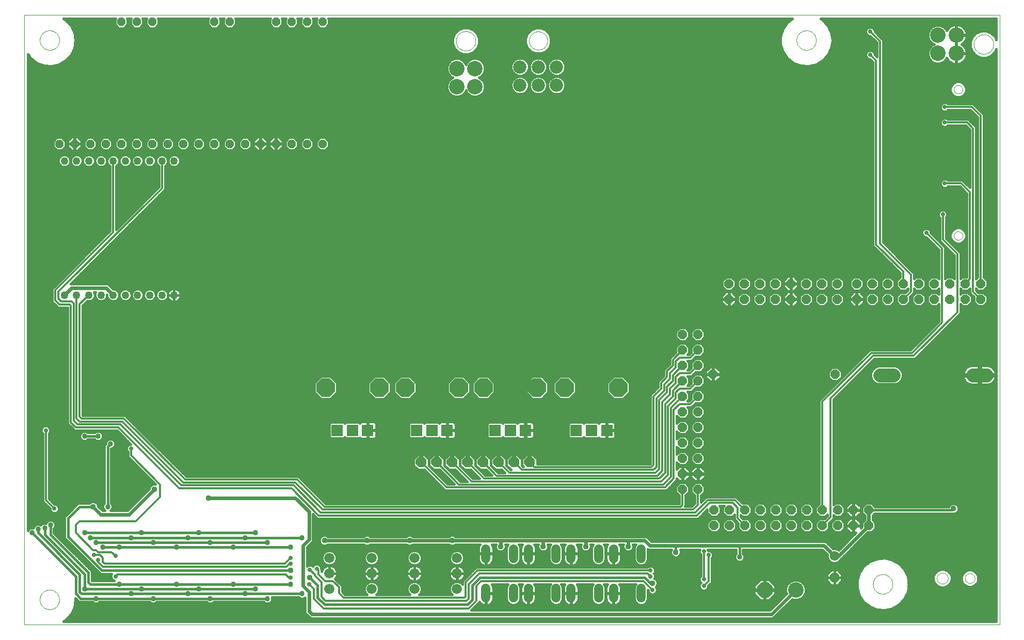
<source format=gbl>
G75*
G70*
%OFA0B0*%
%FSLAX24Y24*%
%IPPOS*%
%LPD*%
%AMOC8*
5,1,8,0,0,1.08239X$1,22.5*
%
%ADD10C,0.0000*%
%ADD11OC8,0.0591*%
%ADD12C,0.1000*%
%ADD13C,0.0600*%
%ADD14C,0.0660*%
%ADD15OC8,0.0630*%
%ADD16C,0.0630*%
%ADD17C,0.0885*%
%ADD18OC8,0.1000*%
%ADD19OC8,0.0700*%
%ADD20OC8,0.0531*%
%ADD21C,0.0500*%
%ADD22R,0.0740X0.0740*%
%ADD23OC8,0.1181*%
%ADD24C,0.0860*%
%ADD25C,0.0160*%
%ADD26C,0.0337*%
%ADD27C,0.0376*%
%ADD28C,0.0240*%
%ADD29C,0.0120*%
%ADD30C,0.0290*%
D10*
X000750Y000400D02*
X000750Y039770D01*
X063742Y039770D01*
X063742Y000400D01*
X000750Y000400D01*
X001745Y002025D02*
X001747Y002075D01*
X001753Y002125D01*
X001763Y002174D01*
X001777Y002222D01*
X001794Y002269D01*
X001815Y002314D01*
X001840Y002358D01*
X001868Y002399D01*
X001900Y002438D01*
X001934Y002475D01*
X001971Y002509D01*
X002011Y002539D01*
X002053Y002566D01*
X002097Y002590D01*
X002143Y002611D01*
X002190Y002627D01*
X002238Y002640D01*
X002288Y002649D01*
X002337Y002654D01*
X002388Y002655D01*
X002438Y002652D01*
X002487Y002645D01*
X002536Y002634D01*
X002584Y002619D01*
X002630Y002601D01*
X002675Y002579D01*
X002718Y002553D01*
X002759Y002524D01*
X002798Y002492D01*
X002834Y002457D01*
X002866Y002419D01*
X002896Y002379D01*
X002923Y002336D01*
X002946Y002292D01*
X002965Y002246D01*
X002981Y002198D01*
X002993Y002149D01*
X003001Y002100D01*
X003005Y002050D01*
X003005Y002000D01*
X003001Y001950D01*
X002993Y001901D01*
X002981Y001852D01*
X002965Y001804D01*
X002946Y001758D01*
X002923Y001714D01*
X002896Y001671D01*
X002866Y001631D01*
X002834Y001593D01*
X002798Y001558D01*
X002759Y001526D01*
X002718Y001497D01*
X002675Y001471D01*
X002630Y001449D01*
X002584Y001431D01*
X002536Y001416D01*
X002487Y001405D01*
X002438Y001398D01*
X002388Y001395D01*
X002337Y001396D01*
X002288Y001401D01*
X002238Y001410D01*
X002190Y001423D01*
X002143Y001439D01*
X002097Y001460D01*
X002053Y001484D01*
X002011Y001511D01*
X001971Y001541D01*
X001934Y001575D01*
X001900Y001612D01*
X001868Y001651D01*
X001840Y001692D01*
X001815Y001736D01*
X001794Y001781D01*
X001777Y001828D01*
X001763Y001876D01*
X001753Y001925D01*
X001747Y001975D01*
X001745Y002025D01*
X055558Y003025D02*
X055560Y003075D01*
X055566Y003125D01*
X055576Y003174D01*
X055590Y003222D01*
X055607Y003269D01*
X055628Y003314D01*
X055653Y003358D01*
X055681Y003399D01*
X055713Y003438D01*
X055747Y003475D01*
X055784Y003509D01*
X055824Y003539D01*
X055866Y003566D01*
X055910Y003590D01*
X055956Y003611D01*
X056003Y003627D01*
X056051Y003640D01*
X056101Y003649D01*
X056150Y003654D01*
X056201Y003655D01*
X056251Y003652D01*
X056300Y003645D01*
X056349Y003634D01*
X056397Y003619D01*
X056443Y003601D01*
X056488Y003579D01*
X056531Y003553D01*
X056572Y003524D01*
X056611Y003492D01*
X056647Y003457D01*
X056679Y003419D01*
X056709Y003379D01*
X056736Y003336D01*
X056759Y003292D01*
X056778Y003246D01*
X056794Y003198D01*
X056806Y003149D01*
X056814Y003100D01*
X056818Y003050D01*
X056818Y003000D01*
X056814Y002950D01*
X056806Y002901D01*
X056794Y002852D01*
X056778Y002804D01*
X056759Y002758D01*
X056736Y002714D01*
X056709Y002671D01*
X056679Y002631D01*
X056647Y002593D01*
X056611Y002558D01*
X056572Y002526D01*
X056531Y002497D01*
X056488Y002471D01*
X056443Y002449D01*
X056397Y002431D01*
X056349Y002416D01*
X056300Y002405D01*
X056251Y002398D01*
X056201Y002395D01*
X056150Y002396D01*
X056101Y002401D01*
X056051Y002410D01*
X056003Y002423D01*
X055956Y002439D01*
X055910Y002460D01*
X055866Y002484D01*
X055824Y002511D01*
X055784Y002541D01*
X055747Y002575D01*
X055713Y002612D01*
X055681Y002651D01*
X055653Y002692D01*
X055628Y002736D01*
X055607Y002781D01*
X055590Y002828D01*
X055576Y002876D01*
X055566Y002925D01*
X055560Y002975D01*
X055558Y003025D01*
X059687Y003400D02*
X059689Y003437D01*
X059695Y003474D01*
X059704Y003509D01*
X059718Y003544D01*
X059734Y003577D01*
X059755Y003608D01*
X059778Y003637D01*
X059804Y003663D01*
X059833Y003686D01*
X059864Y003707D01*
X059897Y003723D01*
X059932Y003737D01*
X059967Y003746D01*
X060004Y003752D01*
X060041Y003754D01*
X060078Y003752D01*
X060115Y003746D01*
X060150Y003737D01*
X060185Y003723D01*
X060218Y003707D01*
X060249Y003686D01*
X060278Y003663D01*
X060304Y003637D01*
X060327Y003608D01*
X060348Y003577D01*
X060364Y003544D01*
X060378Y003509D01*
X060387Y003474D01*
X060393Y003437D01*
X060395Y003400D01*
X060393Y003363D01*
X060387Y003326D01*
X060378Y003291D01*
X060364Y003256D01*
X060348Y003223D01*
X060327Y003192D01*
X060304Y003163D01*
X060278Y003137D01*
X060249Y003114D01*
X060218Y003093D01*
X060185Y003077D01*
X060150Y003063D01*
X060115Y003054D01*
X060078Y003048D01*
X060041Y003046D01*
X060004Y003048D01*
X059967Y003054D01*
X059932Y003063D01*
X059897Y003077D01*
X059864Y003093D01*
X059833Y003114D01*
X059804Y003137D01*
X059778Y003163D01*
X059755Y003192D01*
X059734Y003223D01*
X059718Y003256D01*
X059704Y003291D01*
X059695Y003326D01*
X059689Y003363D01*
X059687Y003400D01*
X061498Y003400D02*
X061500Y003435D01*
X061506Y003470D01*
X061516Y003504D01*
X061529Y003537D01*
X061546Y003568D01*
X061567Y003596D01*
X061590Y003623D01*
X061617Y003646D01*
X061645Y003667D01*
X061676Y003684D01*
X061709Y003697D01*
X061743Y003707D01*
X061778Y003713D01*
X061813Y003715D01*
X061848Y003713D01*
X061883Y003707D01*
X061917Y003697D01*
X061950Y003684D01*
X061981Y003667D01*
X062009Y003646D01*
X062036Y003623D01*
X062059Y003596D01*
X062080Y003568D01*
X062097Y003537D01*
X062110Y003504D01*
X062120Y003470D01*
X062126Y003435D01*
X062128Y003400D01*
X062126Y003365D01*
X062120Y003330D01*
X062110Y003296D01*
X062097Y003263D01*
X062080Y003232D01*
X062059Y003204D01*
X062036Y003177D01*
X062009Y003154D01*
X061981Y003133D01*
X061950Y003116D01*
X061917Y003103D01*
X061883Y003093D01*
X061848Y003087D01*
X061813Y003085D01*
X061778Y003087D01*
X061743Y003093D01*
X061709Y003103D01*
X061676Y003116D01*
X061645Y003133D01*
X061617Y003154D01*
X061590Y003177D01*
X061567Y003204D01*
X061546Y003232D01*
X061529Y003263D01*
X061516Y003296D01*
X061506Y003330D01*
X061500Y003365D01*
X061498Y003400D01*
X060787Y025527D02*
X060789Y025560D01*
X060795Y025592D01*
X060804Y025623D01*
X060817Y025653D01*
X060834Y025681D01*
X060854Y025707D01*
X060877Y025731D01*
X060902Y025751D01*
X060930Y025769D01*
X060959Y025783D01*
X060990Y025793D01*
X061022Y025800D01*
X061055Y025803D01*
X061088Y025802D01*
X061120Y025797D01*
X061151Y025788D01*
X061182Y025776D01*
X061210Y025760D01*
X061237Y025741D01*
X061261Y025719D01*
X061282Y025694D01*
X061301Y025667D01*
X061316Y025638D01*
X061327Y025608D01*
X061335Y025576D01*
X061339Y025543D01*
X061339Y025511D01*
X061335Y025478D01*
X061327Y025446D01*
X061316Y025416D01*
X061301Y025387D01*
X061282Y025360D01*
X061261Y025335D01*
X061237Y025313D01*
X061210Y025294D01*
X061182Y025278D01*
X061151Y025266D01*
X061120Y025257D01*
X061088Y025252D01*
X061055Y025251D01*
X061022Y025254D01*
X060990Y025261D01*
X060959Y025271D01*
X060930Y025285D01*
X060902Y025303D01*
X060877Y025323D01*
X060854Y025347D01*
X060834Y025373D01*
X060817Y025401D01*
X060804Y025431D01*
X060795Y025462D01*
X060789Y025494D01*
X060787Y025527D01*
X060787Y034976D02*
X060789Y035009D01*
X060795Y035041D01*
X060804Y035072D01*
X060817Y035102D01*
X060834Y035130D01*
X060854Y035156D01*
X060877Y035180D01*
X060902Y035200D01*
X060930Y035218D01*
X060959Y035232D01*
X060990Y035242D01*
X061022Y035249D01*
X061055Y035252D01*
X061088Y035251D01*
X061120Y035246D01*
X061151Y035237D01*
X061182Y035225D01*
X061210Y035209D01*
X061237Y035190D01*
X061261Y035168D01*
X061282Y035143D01*
X061301Y035116D01*
X061316Y035087D01*
X061327Y035057D01*
X061335Y035025D01*
X061339Y034992D01*
X061339Y034960D01*
X061335Y034927D01*
X061327Y034895D01*
X061316Y034865D01*
X061301Y034836D01*
X061282Y034809D01*
X061261Y034784D01*
X061237Y034762D01*
X061210Y034743D01*
X061182Y034727D01*
X061151Y034715D01*
X061120Y034706D01*
X061088Y034701D01*
X061055Y034700D01*
X061022Y034703D01*
X060990Y034710D01*
X060959Y034720D01*
X060930Y034734D01*
X060902Y034752D01*
X060877Y034772D01*
X060854Y034796D01*
X060834Y034822D01*
X060817Y034850D01*
X060804Y034880D01*
X060795Y034911D01*
X060789Y034943D01*
X060787Y034976D01*
X062073Y037891D02*
X062075Y037941D01*
X062081Y037991D01*
X062091Y038040D01*
X062105Y038088D01*
X062122Y038135D01*
X062143Y038180D01*
X062168Y038224D01*
X062196Y038265D01*
X062228Y038304D01*
X062262Y038341D01*
X062299Y038375D01*
X062339Y038405D01*
X062381Y038432D01*
X062425Y038456D01*
X062471Y038477D01*
X062518Y038493D01*
X062566Y038506D01*
X062616Y038515D01*
X062665Y038520D01*
X062716Y038521D01*
X062766Y038518D01*
X062815Y038511D01*
X062864Y038500D01*
X062912Y038485D01*
X062958Y038467D01*
X063003Y038445D01*
X063046Y038419D01*
X063087Y038390D01*
X063126Y038358D01*
X063162Y038323D01*
X063194Y038285D01*
X063224Y038245D01*
X063251Y038202D01*
X063274Y038158D01*
X063293Y038112D01*
X063309Y038064D01*
X063321Y038015D01*
X063329Y037966D01*
X063333Y037916D01*
X063333Y037866D01*
X063329Y037816D01*
X063321Y037767D01*
X063309Y037718D01*
X063293Y037670D01*
X063274Y037624D01*
X063251Y037580D01*
X063224Y037537D01*
X063194Y037497D01*
X063162Y037459D01*
X063126Y037424D01*
X063087Y037392D01*
X063046Y037363D01*
X063003Y037337D01*
X062958Y037315D01*
X062912Y037297D01*
X062864Y037282D01*
X062815Y037271D01*
X062766Y037264D01*
X062716Y037261D01*
X062665Y037262D01*
X062616Y037267D01*
X062566Y037276D01*
X062518Y037289D01*
X062471Y037305D01*
X062425Y037326D01*
X062381Y037350D01*
X062339Y037377D01*
X062299Y037407D01*
X062262Y037441D01*
X062228Y037478D01*
X062196Y037517D01*
X062168Y037558D01*
X062143Y037602D01*
X062122Y037647D01*
X062105Y037694D01*
X062091Y037742D01*
X062081Y037791D01*
X062075Y037841D01*
X062073Y037891D01*
X050620Y038150D02*
X050622Y038200D01*
X050628Y038250D01*
X050638Y038299D01*
X050652Y038347D01*
X050669Y038394D01*
X050690Y038439D01*
X050715Y038483D01*
X050743Y038524D01*
X050775Y038563D01*
X050809Y038600D01*
X050846Y038634D01*
X050886Y038664D01*
X050928Y038691D01*
X050972Y038715D01*
X051018Y038736D01*
X051065Y038752D01*
X051113Y038765D01*
X051163Y038774D01*
X051212Y038779D01*
X051263Y038780D01*
X051313Y038777D01*
X051362Y038770D01*
X051411Y038759D01*
X051459Y038744D01*
X051505Y038726D01*
X051550Y038704D01*
X051593Y038678D01*
X051634Y038649D01*
X051673Y038617D01*
X051709Y038582D01*
X051741Y038544D01*
X051771Y038504D01*
X051798Y038461D01*
X051821Y038417D01*
X051840Y038371D01*
X051856Y038323D01*
X051868Y038274D01*
X051876Y038225D01*
X051880Y038175D01*
X051880Y038125D01*
X051876Y038075D01*
X051868Y038026D01*
X051856Y037977D01*
X051840Y037929D01*
X051821Y037883D01*
X051798Y037839D01*
X051771Y037796D01*
X051741Y037756D01*
X051709Y037718D01*
X051673Y037683D01*
X051634Y037651D01*
X051593Y037622D01*
X051550Y037596D01*
X051505Y037574D01*
X051459Y037556D01*
X051411Y037541D01*
X051362Y037530D01*
X051313Y037523D01*
X051263Y037520D01*
X051212Y037521D01*
X051163Y037526D01*
X051113Y037535D01*
X051065Y037548D01*
X051018Y037564D01*
X050972Y037585D01*
X050928Y037609D01*
X050886Y037636D01*
X050846Y037666D01*
X050809Y037700D01*
X050775Y037737D01*
X050743Y037776D01*
X050715Y037817D01*
X050690Y037861D01*
X050669Y037906D01*
X050652Y037953D01*
X050638Y038001D01*
X050628Y038050D01*
X050622Y038100D01*
X050620Y038150D01*
X033347Y038121D02*
X033349Y038169D01*
X033355Y038217D01*
X033365Y038264D01*
X033378Y038310D01*
X033396Y038355D01*
X033416Y038399D01*
X033441Y038441D01*
X033469Y038480D01*
X033499Y038517D01*
X033533Y038551D01*
X033570Y038583D01*
X033608Y038612D01*
X033649Y038637D01*
X033692Y038659D01*
X033737Y038677D01*
X033783Y038691D01*
X033830Y038702D01*
X033878Y038709D01*
X033926Y038712D01*
X033974Y038711D01*
X034022Y038706D01*
X034070Y038697D01*
X034116Y038685D01*
X034161Y038668D01*
X034205Y038648D01*
X034247Y038625D01*
X034287Y038598D01*
X034325Y038568D01*
X034360Y038535D01*
X034392Y038499D01*
X034422Y038461D01*
X034448Y038420D01*
X034470Y038377D01*
X034490Y038333D01*
X034505Y038288D01*
X034517Y038241D01*
X034525Y038193D01*
X034529Y038145D01*
X034529Y038097D01*
X034525Y038049D01*
X034517Y038001D01*
X034505Y037954D01*
X034490Y037909D01*
X034470Y037865D01*
X034448Y037822D01*
X034422Y037781D01*
X034392Y037743D01*
X034360Y037707D01*
X034325Y037674D01*
X034287Y037644D01*
X034247Y037617D01*
X034205Y037594D01*
X034161Y037574D01*
X034116Y037557D01*
X034070Y037545D01*
X034022Y037536D01*
X033974Y037531D01*
X033926Y037530D01*
X033878Y037533D01*
X033830Y037540D01*
X033783Y037551D01*
X033737Y037565D01*
X033692Y037583D01*
X033649Y037605D01*
X033608Y037630D01*
X033570Y037659D01*
X033533Y037691D01*
X033499Y037725D01*
X033469Y037762D01*
X033441Y037801D01*
X033416Y037843D01*
X033396Y037887D01*
X033378Y037932D01*
X033365Y037978D01*
X033355Y038025D01*
X033349Y038073D01*
X033347Y038121D01*
X028629Y038103D02*
X028631Y038153D01*
X028637Y038203D01*
X028647Y038252D01*
X028661Y038300D01*
X028678Y038347D01*
X028699Y038392D01*
X028724Y038436D01*
X028752Y038477D01*
X028784Y038516D01*
X028818Y038553D01*
X028855Y038587D01*
X028895Y038617D01*
X028937Y038644D01*
X028981Y038668D01*
X029027Y038689D01*
X029074Y038705D01*
X029122Y038718D01*
X029172Y038727D01*
X029221Y038732D01*
X029272Y038733D01*
X029322Y038730D01*
X029371Y038723D01*
X029420Y038712D01*
X029468Y038697D01*
X029514Y038679D01*
X029559Y038657D01*
X029602Y038631D01*
X029643Y038602D01*
X029682Y038570D01*
X029718Y038535D01*
X029750Y038497D01*
X029780Y038457D01*
X029807Y038414D01*
X029830Y038370D01*
X029849Y038324D01*
X029865Y038276D01*
X029877Y038227D01*
X029885Y038178D01*
X029889Y038128D01*
X029889Y038078D01*
X029885Y038028D01*
X029877Y037979D01*
X029865Y037930D01*
X029849Y037882D01*
X029830Y037836D01*
X029807Y037792D01*
X029780Y037749D01*
X029750Y037709D01*
X029718Y037671D01*
X029682Y037636D01*
X029643Y037604D01*
X029602Y037575D01*
X029559Y037549D01*
X029514Y037527D01*
X029468Y037509D01*
X029420Y037494D01*
X029371Y037483D01*
X029322Y037476D01*
X029272Y037473D01*
X029221Y037474D01*
X029172Y037479D01*
X029122Y037488D01*
X029074Y037501D01*
X029027Y037517D01*
X028981Y037538D01*
X028937Y037562D01*
X028895Y037589D01*
X028855Y037619D01*
X028818Y037653D01*
X028784Y037690D01*
X028752Y037729D01*
X028724Y037770D01*
X028699Y037814D01*
X028678Y037859D01*
X028661Y037906D01*
X028647Y037954D01*
X028637Y038003D01*
X028631Y038053D01*
X028629Y038103D01*
X001745Y038150D02*
X001747Y038200D01*
X001753Y038250D01*
X001763Y038299D01*
X001777Y038347D01*
X001794Y038394D01*
X001815Y038439D01*
X001840Y038483D01*
X001868Y038524D01*
X001900Y038563D01*
X001934Y038600D01*
X001971Y038634D01*
X002011Y038664D01*
X002053Y038691D01*
X002097Y038715D01*
X002143Y038736D01*
X002190Y038752D01*
X002238Y038765D01*
X002288Y038774D01*
X002337Y038779D01*
X002388Y038780D01*
X002438Y038777D01*
X002487Y038770D01*
X002536Y038759D01*
X002584Y038744D01*
X002630Y038726D01*
X002675Y038704D01*
X002718Y038678D01*
X002759Y038649D01*
X002798Y038617D01*
X002834Y038582D01*
X002866Y038544D01*
X002896Y038504D01*
X002923Y038461D01*
X002946Y038417D01*
X002965Y038371D01*
X002981Y038323D01*
X002993Y038274D01*
X003001Y038225D01*
X003005Y038175D01*
X003005Y038125D01*
X003001Y038075D01*
X002993Y038026D01*
X002981Y037977D01*
X002965Y037929D01*
X002946Y037883D01*
X002923Y037839D01*
X002896Y037796D01*
X002866Y037756D01*
X002834Y037718D01*
X002798Y037683D01*
X002759Y037651D01*
X002718Y037622D01*
X002675Y037596D01*
X002630Y037574D01*
X002584Y037556D01*
X002536Y037541D01*
X002487Y037530D01*
X002438Y037523D01*
X002388Y037520D01*
X002337Y037521D01*
X002288Y037526D01*
X002238Y037535D01*
X002190Y037548D01*
X002143Y037564D01*
X002097Y037585D01*
X002053Y037609D01*
X002011Y037636D01*
X001971Y037666D01*
X001934Y037700D01*
X001900Y037737D01*
X001868Y037776D01*
X001840Y037817D01*
X001815Y037861D01*
X001794Y037906D01*
X001777Y037953D01*
X001763Y038001D01*
X001753Y038050D01*
X001747Y038100D01*
X001745Y038150D01*
D11*
X043250Y019150D03*
X043250Y018150D03*
X044250Y018150D03*
X044250Y019150D03*
X044250Y017150D03*
X045223Y016575D03*
X044250Y016150D03*
X044250Y015150D03*
X043250Y015150D03*
X043250Y016150D03*
X043250Y017150D03*
X043250Y014150D03*
X043250Y013150D03*
X044250Y013150D03*
X044250Y014150D03*
X044250Y012150D03*
X044250Y011150D03*
X043250Y011150D03*
X043250Y012150D03*
X043250Y010150D03*
X043250Y009150D03*
X044250Y009150D03*
X044250Y010150D03*
X045288Y007813D03*
X046288Y007813D03*
X047288Y007813D03*
X048288Y007813D03*
X049288Y007813D03*
X050288Y007813D03*
X051288Y007813D03*
X052288Y007813D03*
X053288Y007813D03*
X054288Y007813D03*
X055288Y007813D03*
X055288Y006813D03*
X054288Y006813D03*
X053288Y006813D03*
X052288Y006813D03*
X051288Y006813D03*
X050288Y006813D03*
X049288Y006813D03*
X048288Y006813D03*
X047288Y006813D03*
X046288Y006813D03*
X045288Y006813D03*
X053097Y016575D03*
X053244Y021427D03*
X052244Y021427D03*
X052244Y022427D03*
X053244Y022427D03*
X054500Y022425D03*
X055500Y022425D03*
X055500Y021425D03*
X054500Y021425D03*
X056500Y021425D03*
X057500Y021425D03*
X057500Y022425D03*
X056500Y022425D03*
X058500Y022425D03*
X059500Y022425D03*
X059500Y021425D03*
X058500Y021425D03*
X060500Y021425D03*
X061500Y021425D03*
X061500Y022425D03*
X060500Y022425D03*
X062500Y022425D03*
X062500Y021425D03*
X051244Y021427D03*
X050244Y021427D03*
X050244Y022427D03*
X051244Y022427D03*
X049244Y022427D03*
X048244Y022427D03*
X047244Y022427D03*
X046244Y022427D03*
X046244Y021427D03*
X047244Y021427D03*
X048244Y021427D03*
X049244Y021427D03*
D12*
X029850Y035150D03*
X028669Y035150D03*
X028669Y036331D03*
X029850Y036331D03*
X059750Y037300D03*
X060931Y037300D03*
X060931Y038481D03*
X059750Y038481D03*
X050563Y002650D03*
D13*
X040578Y002733D02*
X040578Y002133D01*
X038798Y002133D02*
X038798Y002733D01*
X037828Y002733D02*
X037828Y002133D01*
X036048Y002133D02*
X036048Y002733D01*
X035078Y002733D02*
X035078Y002133D01*
X033298Y002133D02*
X033298Y002733D01*
X032328Y002733D02*
X032328Y002133D01*
X030548Y002133D02*
X030548Y002733D01*
X030548Y004693D02*
X030548Y005293D01*
X032328Y005293D02*
X032328Y004693D01*
X033298Y004693D02*
X033298Y005293D01*
X035078Y005293D02*
X035078Y004693D01*
X036048Y004693D02*
X036048Y005293D01*
X037828Y005293D02*
X037828Y004693D01*
X038798Y004693D02*
X038798Y005293D01*
X040578Y005293D02*
X040578Y004693D01*
D14*
X028688Y004713D03*
X028688Y003713D03*
X028688Y002713D03*
X025938Y002713D03*
X025938Y003713D03*
X025938Y004713D03*
X023188Y004713D03*
X023188Y003713D03*
X023188Y002713D03*
X020438Y002713D03*
X020438Y003713D03*
X020438Y004713D03*
D15*
X053063Y003450D03*
D16*
X053063Y004850D03*
D17*
X055995Y016525D02*
X056880Y016525D01*
X061995Y016525D02*
X062880Y016525D01*
D18*
X048563Y002650D03*
D19*
X033375Y010900D03*
X032375Y010900D03*
X031375Y010900D03*
X030375Y010900D03*
X029375Y010900D03*
X028375Y010900D03*
X027375Y010900D03*
X026375Y010900D03*
D20*
X020000Y031463D03*
X019000Y031463D03*
X018000Y031463D03*
X017000Y031463D03*
X016000Y031463D03*
X015000Y031463D03*
X014000Y031463D03*
X013000Y031463D03*
X012000Y031463D03*
X011000Y031463D03*
X010000Y031463D03*
X009000Y031463D03*
X008000Y031463D03*
X007000Y031463D03*
X006000Y031463D03*
X005000Y031463D03*
X004000Y031463D03*
X003000Y031463D03*
X007000Y039338D03*
X008000Y039338D03*
X009000Y039338D03*
X013000Y039338D03*
X014000Y039338D03*
X017000Y039338D03*
X018000Y039338D03*
X019000Y039338D03*
X020000Y039338D03*
D21*
X010418Y030356D03*
X009631Y030356D03*
X008844Y030356D03*
X008056Y030356D03*
X007269Y030356D03*
X006481Y030356D03*
X005694Y030356D03*
X004906Y030356D03*
X004119Y030356D03*
X003332Y030356D03*
X003332Y021694D03*
X004119Y021694D03*
X004906Y021694D03*
X005694Y021694D03*
X006481Y021694D03*
X007269Y021694D03*
X008056Y021694D03*
X008844Y021694D03*
X009631Y021694D03*
X010418Y021694D03*
D22*
X020953Y012957D03*
X021938Y012957D03*
X022922Y012957D03*
X026078Y012957D03*
X027063Y012957D03*
X028047Y012957D03*
X031141Y012957D03*
X032125Y012957D03*
X033109Y012957D03*
X036391Y012957D03*
X037375Y012957D03*
X038359Y012957D03*
D23*
X039107Y015713D03*
X035643Y015713D03*
X033857Y015713D03*
X030393Y015713D03*
X028795Y015713D03*
X025330Y015713D03*
X023670Y015713D03*
X020205Y015713D03*
D24*
X032756Y035247D03*
X033938Y035247D03*
X035119Y035247D03*
X035119Y036428D03*
X033938Y036428D03*
X032756Y036428D03*
D25*
X032225Y036221D02*
X030490Y036221D01*
X030490Y036204D02*
X030490Y036458D01*
X030392Y036694D01*
X030212Y036874D01*
X029977Y036971D01*
X029723Y036971D01*
X029487Y036874D01*
X029307Y036694D01*
X029259Y036578D01*
X029211Y036694D01*
X029031Y036874D01*
X028796Y036971D01*
X028541Y036971D01*
X028306Y036874D01*
X028126Y036694D01*
X028029Y036458D01*
X028029Y036204D01*
X028126Y035969D01*
X028306Y035789D01*
X028422Y035741D01*
X028306Y035693D01*
X028126Y035513D01*
X028029Y035277D01*
X028029Y035023D01*
X028126Y034787D01*
X028306Y034607D01*
X028541Y034510D01*
X028796Y034510D01*
X029031Y034607D01*
X029211Y034787D01*
X029259Y034903D01*
X029307Y034787D01*
X029487Y034607D01*
X029723Y034510D01*
X029977Y034510D01*
X030212Y034607D01*
X030392Y034787D01*
X030490Y035023D01*
X030490Y035277D01*
X030392Y035513D01*
X030212Y035693D01*
X030097Y035741D01*
X030212Y035789D01*
X030392Y035969D01*
X030490Y036204D01*
X030431Y036063D02*
X032316Y036063D01*
X032273Y036105D02*
X032434Y035945D01*
X032643Y035858D01*
X032870Y035858D01*
X033079Y035945D01*
X033240Y036105D01*
X033326Y036315D01*
X033326Y036541D01*
X033240Y036751D01*
X033079Y036911D01*
X032870Y036998D01*
X032643Y036998D01*
X032434Y036911D01*
X032273Y036751D01*
X032186Y036541D01*
X032186Y036315D01*
X032273Y036105D01*
X032186Y036380D02*
X030490Y036380D01*
X030457Y036538D02*
X032186Y036538D01*
X032251Y036697D02*
X030390Y036697D01*
X030231Y036855D02*
X032377Y036855D01*
X033135Y036855D02*
X033558Y036855D01*
X033615Y036911D02*
X033454Y036751D01*
X033368Y036541D01*
X033368Y036315D01*
X033454Y036105D01*
X033615Y035945D01*
X033824Y035858D01*
X034051Y035858D01*
X034260Y035945D01*
X034421Y036105D01*
X034507Y036315D01*
X034507Y036541D01*
X034421Y036751D01*
X034260Y036911D01*
X034051Y036998D01*
X033824Y036998D01*
X033615Y036911D01*
X033432Y036697D02*
X033262Y036697D01*
X033326Y036538D02*
X033368Y036538D01*
X033368Y036380D02*
X033326Y036380D01*
X033288Y036221D02*
X033406Y036221D01*
X033497Y036063D02*
X033197Y036063D01*
X032981Y035904D02*
X033713Y035904D01*
X033824Y035817D02*
X033615Y035730D01*
X033454Y035570D01*
X033368Y035360D01*
X033368Y035134D01*
X033454Y034924D01*
X033615Y034764D01*
X033824Y034677D01*
X034051Y034677D01*
X034260Y034764D01*
X034421Y034924D01*
X034507Y035134D01*
X034507Y035360D01*
X034421Y035570D01*
X034260Y035730D01*
X034051Y035817D01*
X033824Y035817D01*
X033652Y035746D02*
X033042Y035746D01*
X033079Y035730D02*
X032870Y035817D01*
X032643Y035817D01*
X032434Y035730D01*
X032273Y035570D01*
X032186Y035360D01*
X032186Y035134D01*
X032273Y034924D01*
X032434Y034764D01*
X032643Y034677D01*
X032870Y034677D01*
X033079Y034764D01*
X033240Y034924D01*
X033326Y035134D01*
X033326Y035360D01*
X033240Y035570D01*
X033079Y035730D01*
X033222Y035587D02*
X033472Y035587D01*
X033396Y035429D02*
X033298Y035429D01*
X033326Y035270D02*
X033368Y035270D01*
X033377Y035112D02*
X033317Y035112D01*
X033252Y034953D02*
X033442Y034953D01*
X033584Y034795D02*
X033110Y034795D01*
X032403Y034795D02*
X030395Y034795D01*
X030461Y034953D02*
X032261Y034953D01*
X032196Y035112D02*
X030490Y035112D01*
X030490Y035270D02*
X032186Y035270D01*
X032215Y035429D02*
X030427Y035429D01*
X030318Y035587D02*
X032290Y035587D01*
X032471Y035746D02*
X030109Y035746D01*
X030328Y035904D02*
X032532Y035904D01*
X034162Y035904D02*
X034894Y035904D01*
X034796Y035945D02*
X035005Y035858D01*
X035232Y035858D01*
X035441Y035945D01*
X035602Y036105D01*
X035689Y036315D01*
X035689Y036541D01*
X035602Y036751D01*
X035441Y036911D01*
X035232Y036998D01*
X035005Y036998D01*
X034796Y036911D01*
X034635Y036751D01*
X034549Y036541D01*
X034549Y036315D01*
X034635Y036105D01*
X034796Y035945D01*
X034678Y036063D02*
X034378Y036063D01*
X034469Y036221D02*
X034587Y036221D01*
X034549Y036380D02*
X034507Y036380D01*
X034507Y036538D02*
X034549Y036538D01*
X034613Y036697D02*
X034443Y036697D01*
X034317Y036855D02*
X034740Y036855D01*
X034402Y037425D02*
X034633Y037656D01*
X034758Y037958D01*
X034758Y038284D01*
X034633Y038586D01*
X034402Y038817D01*
X034101Y038942D01*
X033774Y038942D01*
X033473Y038817D01*
X033242Y038586D01*
X033117Y038284D01*
X033117Y037958D01*
X033242Y037656D01*
X033473Y037425D01*
X033774Y037300D01*
X034101Y037300D01*
X034402Y037425D01*
X034466Y037489D02*
X049715Y037489D01*
X049736Y037421D02*
X050018Y037007D01*
X050410Y036695D01*
X050876Y036512D01*
X050876Y036512D01*
X051376Y036475D01*
X051864Y036586D01*
X052297Y036837D01*
X052297Y036837D01*
X052638Y037204D01*
X052855Y037655D01*
X052930Y038150D01*
X052855Y038645D01*
X052855Y038645D01*
X052638Y039096D01*
X052638Y039096D01*
X052297Y039463D01*
X052165Y039540D01*
X063512Y039540D01*
X063512Y038184D01*
X063432Y038378D01*
X063190Y038620D01*
X062874Y038751D01*
X062532Y038751D01*
X062216Y038620D01*
X061974Y038378D01*
X061843Y038062D01*
X061843Y037720D01*
X061974Y037404D01*
X062216Y037162D01*
X062532Y037031D01*
X062874Y037031D01*
X063190Y037162D01*
X063432Y037404D01*
X063512Y037598D01*
X063512Y000630D01*
X003281Y000630D01*
X003422Y000712D01*
X003763Y001079D01*
X003980Y001530D01*
X004055Y002025D01*
X004042Y002109D01*
X004284Y001868D01*
X005159Y001868D01*
X005200Y001826D01*
X005314Y001779D01*
X005436Y001779D01*
X005550Y001826D01*
X005591Y001868D01*
X008846Y001868D01*
X008888Y001826D01*
X009001Y001779D01*
X009124Y001779D01*
X009237Y001826D01*
X009279Y001868D01*
X012534Y001868D01*
X012575Y001826D01*
X012689Y001779D01*
X012811Y001779D01*
X012925Y001826D01*
X012966Y001868D01*
X016221Y001868D01*
X016263Y001826D01*
X016376Y001779D01*
X016499Y001779D01*
X016612Y001826D01*
X016699Y001913D01*
X016746Y002026D01*
X016746Y002149D01*
X016733Y002180D01*
X018471Y002180D01*
X018513Y002139D01*
X018626Y002092D01*
X018749Y002092D01*
X018862Y002139D01*
X018865Y002141D01*
X018865Y001223D01*
X018905Y001128D01*
X018978Y001055D01*
X019092Y000940D01*
X019165Y000867D01*
X019261Y000828D01*
X049052Y000828D01*
X049147Y000867D01*
X050333Y002052D01*
X050435Y002010D01*
X050690Y002010D01*
X050925Y002107D01*
X051105Y002287D01*
X051202Y002523D01*
X051202Y002777D01*
X051105Y003013D01*
X050925Y003193D01*
X050690Y003290D01*
X050435Y003290D01*
X050200Y003193D01*
X050020Y003013D01*
X049923Y002777D01*
X049923Y002523D01*
X049965Y002420D01*
X048892Y001347D01*
X029605Y001347D01*
X029637Y001380D01*
X030137Y001880D01*
X030181Y001820D01*
X030235Y001766D01*
X030296Y001722D01*
X030363Y001688D01*
X030435Y001664D01*
X030510Y001653D01*
X030527Y001652D01*
X030527Y002412D01*
X030568Y002412D01*
X030568Y002453D01*
X031027Y002453D01*
X031027Y002770D01*
X031016Y002845D01*
X030992Y002917D01*
X030958Y002984D01*
X030937Y003013D01*
X031985Y003013D01*
X031954Y002982D01*
X031888Y002820D01*
X031888Y002045D01*
X031954Y001883D01*
X032078Y001759D01*
X032240Y001693D01*
X032415Y001693D01*
X032577Y001759D01*
X032701Y001883D01*
X032767Y002045D01*
X032767Y002820D01*
X032701Y002982D01*
X032670Y003013D01*
X032908Y003013D01*
X032887Y002984D01*
X032853Y002917D01*
X032829Y002845D01*
X032818Y002770D01*
X032817Y002453D01*
X033277Y002453D01*
X033277Y002412D01*
X033318Y002412D01*
X033318Y002453D01*
X033777Y002453D01*
X033777Y002770D01*
X033766Y002845D01*
X033742Y002917D01*
X033708Y002984D01*
X033687Y003013D01*
X034735Y003013D01*
X034704Y002982D01*
X034638Y002820D01*
X034638Y002045D01*
X034704Y001883D01*
X034828Y001759D01*
X034990Y001693D01*
X035165Y001693D01*
X035327Y001759D01*
X035451Y001883D01*
X035517Y002045D01*
X035517Y002820D01*
X035451Y002982D01*
X035420Y003013D01*
X035658Y003013D01*
X035637Y002984D01*
X035603Y002917D01*
X035579Y002845D01*
X035568Y002770D01*
X035567Y002453D01*
X036027Y002453D01*
X036027Y002412D01*
X036068Y002412D01*
X036068Y002453D01*
X036527Y002453D01*
X036527Y002770D01*
X036516Y002845D01*
X036492Y002917D01*
X036458Y002984D01*
X036437Y003013D01*
X037485Y003013D01*
X037454Y002982D01*
X037388Y002820D01*
X037388Y002045D01*
X037454Y001883D01*
X037578Y001759D01*
X037740Y001693D01*
X037915Y001693D01*
X038077Y001759D01*
X038201Y001883D01*
X038267Y002045D01*
X038267Y002820D01*
X038201Y002982D01*
X038170Y003013D01*
X038408Y003013D01*
X038387Y002984D01*
X038353Y002917D01*
X038329Y002845D01*
X038318Y002770D01*
X038317Y002453D01*
X038777Y002453D01*
X038777Y002412D01*
X038818Y002412D01*
X038818Y002453D01*
X039277Y002453D01*
X039277Y002770D01*
X039266Y002845D01*
X039242Y002917D01*
X039208Y002984D01*
X039187Y003013D01*
X040235Y003013D01*
X040204Y002982D01*
X040138Y002820D01*
X040138Y002045D01*
X040204Y001883D01*
X040328Y001759D01*
X040490Y001693D01*
X040665Y001693D01*
X040827Y001759D01*
X040951Y001883D01*
X041017Y002045D01*
X041017Y002662D01*
X041028Y002652D01*
X041028Y002593D01*
X041071Y002489D01*
X041151Y002408D01*
X041256Y002365D01*
X041369Y002365D01*
X041474Y002408D01*
X041554Y002489D01*
X041597Y002593D01*
X041597Y002707D01*
X041554Y002811D01*
X041527Y002838D01*
X041591Y002902D01*
X041641Y003022D01*
X041641Y003153D01*
X041591Y003273D01*
X041498Y003366D01*
X041440Y003390D01*
X041472Y003468D01*
X041472Y003582D01*
X041429Y003686D01*
X041403Y003713D01*
X041429Y003739D01*
X041472Y003843D01*
X041472Y003957D01*
X041429Y004061D01*
X041349Y004142D01*
X041244Y004185D01*
X041131Y004185D01*
X041026Y004142D01*
X040984Y004100D01*
X029917Y004100D01*
X029167Y003350D01*
X029050Y003233D01*
X029050Y003015D01*
X028954Y003111D01*
X028781Y003182D01*
X028594Y003182D01*
X028421Y003111D01*
X028289Y002979D01*
X028218Y002806D01*
X028218Y002619D01*
X026407Y002619D01*
X026407Y002806D01*
X026336Y002979D01*
X026204Y003111D01*
X026031Y003182D01*
X025844Y003182D01*
X025671Y003111D01*
X025539Y002979D01*
X025468Y002806D01*
X025468Y002619D01*
X023657Y002619D01*
X023657Y002806D01*
X023586Y002979D01*
X023454Y003111D01*
X023281Y003182D01*
X023094Y003182D01*
X022921Y003111D01*
X022789Y002979D01*
X022718Y002806D01*
X022718Y002619D01*
X021262Y002619D01*
X021262Y002545D02*
X021262Y002920D01*
X020887Y003295D01*
X020815Y003368D01*
X020827Y003380D01*
X020874Y003445D01*
X020910Y003517D01*
X020935Y003593D01*
X020947Y003672D01*
X020947Y003704D01*
X020446Y003704D01*
X020446Y003721D01*
X020429Y003721D01*
X020429Y004222D01*
X020397Y004222D01*
X020318Y004210D01*
X020242Y004185D01*
X020170Y004149D01*
X020105Y004102D01*
X020048Y004045D01*
X020001Y003980D01*
X019965Y003908D01*
X019950Y003863D01*
X019950Y003983D01*
X019910Y004023D01*
X019910Y004082D01*
X019867Y004186D01*
X019786Y004267D01*
X019682Y004310D01*
X019568Y004310D01*
X019464Y004267D01*
X019383Y004186D01*
X019378Y004175D01*
X019349Y004204D01*
X019401Y004204D01*
X019349Y004204D02*
X019244Y004247D01*
X019131Y004247D01*
X019026Y004204D01*
X019010Y004204D01*
X019010Y004188D02*
X019010Y005417D01*
X019272Y005680D01*
X019345Y005753D01*
X019385Y005848D01*
X019385Y007545D01*
X019550Y007380D01*
X019667Y007263D01*
X044270Y007263D01*
X044852Y007844D01*
X044852Y007632D01*
X045107Y007377D01*
X045468Y007377D01*
X045723Y007632D01*
X045723Y007993D01*
X045641Y008075D01*
X045934Y008075D01*
X045852Y007993D01*
X045852Y007632D01*
X046107Y007377D01*
X046468Y007377D01*
X046613Y007522D01*
X046613Y007205D01*
X046852Y006965D01*
X046852Y006632D01*
X047107Y006377D01*
X047468Y006377D01*
X047723Y006632D01*
X047723Y006993D01*
X047468Y007248D01*
X047135Y007248D01*
X047012Y007370D01*
X047012Y007472D01*
X047107Y007377D01*
X047468Y007377D01*
X047723Y007632D01*
X047723Y007993D01*
X047468Y008248D01*
X047135Y008248D01*
X046720Y008662D01*
X044792Y008662D01*
X044675Y008545D01*
X044450Y008320D01*
X044450Y008734D01*
X044685Y008970D01*
X044685Y009330D01*
X044430Y009585D01*
X044070Y009585D01*
X043815Y009330D01*
X043815Y008970D01*
X044050Y008734D01*
X044050Y008233D01*
X043855Y008037D01*
X043420Y008037D01*
X043450Y008067D01*
X043450Y008734D01*
X043685Y008970D01*
X043685Y009330D01*
X043430Y009585D01*
X043070Y009585D01*
X042815Y009330D01*
X042815Y008970D01*
X043050Y008734D01*
X043050Y008233D01*
X043042Y008225D01*
X020208Y008225D01*
X018575Y009858D01*
X018458Y009975D01*
X011208Y009975D01*
X007387Y013795D01*
X007270Y013912D01*
X004520Y013912D01*
X004512Y013920D01*
X004512Y021017D01*
X004808Y021313D01*
X004829Y021304D01*
X004984Y021304D01*
X005127Y021364D01*
X005237Y021473D01*
X005296Y021617D01*
X005296Y021772D01*
X005248Y021890D01*
X005353Y021890D01*
X005304Y021772D01*
X005304Y021617D01*
X005363Y021473D01*
X005473Y021364D01*
X005616Y021304D01*
X005771Y021304D01*
X005915Y021364D01*
X006025Y021473D01*
X006084Y021617D01*
X006084Y021724D01*
X006091Y021717D01*
X006091Y021617D01*
X006151Y021473D01*
X006260Y021364D01*
X006404Y021304D01*
X006559Y021304D01*
X006702Y021364D01*
X006812Y021473D01*
X006871Y021617D01*
X006871Y021772D01*
X006812Y021915D01*
X006702Y022025D01*
X006559Y022084D01*
X006459Y022084D01*
X006173Y022370D01*
X006077Y022410D01*
X003736Y022410D01*
X003727Y022406D01*
X009831Y028511D01*
X009831Y030016D01*
X009852Y030025D01*
X009962Y030135D01*
X010021Y030278D01*
X010021Y030433D01*
X009962Y030577D01*
X009852Y030686D01*
X009708Y030746D01*
X009553Y030746D01*
X009410Y030686D01*
X009300Y030577D01*
X009241Y030433D01*
X009241Y030278D01*
X009300Y030135D01*
X009410Y030025D01*
X009431Y030016D01*
X009431Y028676D01*
X006681Y025927D01*
X006681Y030016D01*
X006702Y030025D01*
X006812Y030135D01*
X006871Y030278D01*
X006871Y030433D01*
X006812Y030577D01*
X006702Y030686D01*
X006559Y030746D01*
X006404Y030746D01*
X006260Y030686D01*
X006151Y030577D01*
X006091Y030433D01*
X006091Y030278D01*
X006151Y030135D01*
X006260Y030025D01*
X006281Y030016D01*
X006281Y025839D01*
X002667Y022225D01*
X002550Y022108D01*
X002550Y021255D01*
X002800Y021005D01*
X002917Y020888D01*
X003550Y020888D01*
X003550Y013380D01*
X003863Y013067D01*
X003980Y012950D01*
X006730Y012950D01*
X007620Y012060D01*
X007568Y012060D01*
X007464Y012017D01*
X007383Y011936D01*
X007340Y011832D01*
X007340Y011718D01*
X007383Y011614D01*
X007425Y011572D01*
X007425Y011255D01*
X007542Y011138D01*
X009210Y009470D01*
X009190Y009478D01*
X009060Y009478D01*
X008939Y009428D01*
X008847Y009336D01*
X008797Y009215D01*
X008797Y009190D01*
X007392Y007785D01*
X006321Y007785D01*
X006386Y007850D01*
X006433Y007964D01*
X006433Y008086D01*
X006386Y008200D01*
X006345Y008241D01*
X006345Y011779D01*
X006374Y011779D01*
X006487Y011826D01*
X006574Y011913D01*
X006621Y012026D01*
X006621Y012149D01*
X006574Y012262D01*
X006487Y012349D01*
X006374Y012396D01*
X006251Y012396D01*
X006138Y012349D01*
X006051Y012262D01*
X006004Y012149D01*
X006004Y012090D01*
X005905Y011991D01*
X005905Y008241D01*
X005864Y008200D01*
X005817Y008086D01*
X005817Y007964D01*
X005864Y007850D01*
X005929Y007785D01*
X005795Y007785D01*
X005516Y008065D01*
X005516Y008090D01*
X005466Y008211D01*
X005373Y008303D01*
X005253Y008353D01*
X005122Y008353D01*
X005002Y008303D01*
X004943Y008245D01*
X004221Y008245D01*
X003471Y007495D01*
X003343Y007366D01*
X003343Y005996D01*
X003471Y005868D01*
X005659Y003680D01*
X006381Y003680D01*
X006340Y003582D01*
X006340Y003468D01*
X006383Y003364D01*
X006464Y003283D01*
X006556Y003245D01*
X005095Y003245D01*
X005095Y003866D01*
X002657Y006304D01*
X002657Y006621D01*
X002699Y006663D01*
X002746Y006776D01*
X002746Y006899D01*
X002699Y007012D01*
X002612Y007099D01*
X002499Y007146D01*
X002376Y007146D01*
X002263Y007099D01*
X002176Y007012D01*
X002149Y006948D01*
X002124Y006958D01*
X002001Y006958D01*
X001888Y006911D01*
X001812Y006836D01*
X001800Y006849D01*
X001686Y006896D01*
X001564Y006896D01*
X001450Y006849D01*
X001364Y006762D01*
X001317Y006649D01*
X001317Y006644D01*
X001311Y006646D01*
X001189Y006646D01*
X001075Y006599D01*
X000989Y006512D01*
X000980Y006492D01*
X000980Y037247D01*
X001143Y037007D01*
X001143Y037007D01*
X001143Y037007D01*
X001535Y036695D01*
X002001Y036512D01*
X002001Y036512D01*
X002501Y036475D01*
X002989Y036586D01*
X003422Y036837D01*
X003422Y036837D01*
X003763Y037204D01*
X003980Y037655D01*
X004055Y038150D01*
X003980Y038645D01*
X003980Y038645D01*
X003763Y039096D01*
X003422Y039463D01*
X003290Y039540D01*
X006629Y039540D01*
X006594Y039506D01*
X006594Y039169D01*
X006832Y038932D01*
X007168Y038932D01*
X007406Y039169D01*
X007406Y039506D01*
X007371Y039540D01*
X007629Y039540D01*
X007594Y039506D01*
X007594Y039169D01*
X007832Y038932D01*
X008168Y038932D01*
X008406Y039169D01*
X008406Y039506D01*
X008371Y039540D01*
X008629Y039540D01*
X008594Y039506D01*
X008594Y039169D01*
X008832Y038932D01*
X009168Y038932D01*
X009406Y039169D01*
X009406Y039506D01*
X009371Y039540D01*
X012629Y039540D01*
X012594Y039506D01*
X012594Y039169D01*
X012832Y038932D01*
X013168Y038932D01*
X013406Y039169D01*
X013406Y039506D01*
X013371Y039540D01*
X013629Y039540D01*
X013594Y039506D01*
X013594Y039169D01*
X013832Y038932D01*
X014168Y038932D01*
X014406Y039169D01*
X014406Y039506D01*
X014371Y039540D01*
X016629Y039540D01*
X016594Y039506D01*
X016594Y039169D01*
X016832Y038932D01*
X017168Y038932D01*
X017406Y039169D01*
X017406Y039506D01*
X017371Y039540D01*
X017629Y039540D01*
X017594Y039506D01*
X017594Y039169D01*
X017832Y038932D01*
X018168Y038932D01*
X018406Y039169D01*
X018406Y039506D01*
X018371Y039540D01*
X018629Y039540D01*
X018594Y039506D01*
X018594Y039169D01*
X018832Y038932D01*
X019168Y038932D01*
X019406Y039169D01*
X019406Y039506D01*
X019371Y039540D01*
X019629Y039540D01*
X019594Y039506D01*
X019594Y039169D01*
X019832Y038932D01*
X020168Y038932D01*
X020406Y039169D01*
X020406Y039506D01*
X020371Y039540D01*
X050329Y039540D01*
X050018Y039293D01*
X049736Y038879D01*
X049589Y038400D01*
X049589Y037900D01*
X049736Y037421D01*
X049736Y037421D01*
X049798Y037331D02*
X034173Y037331D01*
X033702Y037331D02*
X029642Y037331D01*
X029746Y037374D02*
X029988Y037616D01*
X030119Y037932D01*
X030119Y038274D01*
X029988Y038590D01*
X029746Y038832D01*
X029430Y038963D01*
X029088Y038963D01*
X028772Y038832D01*
X028530Y038590D01*
X028399Y038274D01*
X028399Y037932D01*
X028530Y037616D01*
X028772Y037374D01*
X029088Y037243D01*
X029430Y037243D01*
X029746Y037374D01*
X029862Y037489D02*
X033409Y037489D01*
X033250Y037648D02*
X030002Y037648D01*
X030067Y037806D02*
X033180Y037806D01*
X033117Y037965D02*
X030119Y037965D01*
X030119Y038123D02*
X033117Y038123D01*
X033117Y038282D02*
X030116Y038282D01*
X030050Y038440D02*
X033182Y038440D01*
X033255Y038599D02*
X029980Y038599D01*
X029821Y038757D02*
X033413Y038757D01*
X033712Y038916D02*
X029544Y038916D01*
X028975Y038916D02*
X003850Y038916D01*
X003774Y039074D02*
X006690Y039074D01*
X006594Y039233D02*
X003637Y039233D01*
X003763Y039096D02*
X003763Y039096D01*
X003926Y038757D02*
X028698Y038757D01*
X028539Y038599D02*
X003987Y038599D01*
X004011Y038440D02*
X028468Y038440D01*
X028403Y038282D02*
X004035Y038282D01*
X004051Y038123D02*
X028399Y038123D01*
X028399Y037965D02*
X004027Y037965D01*
X004003Y037806D02*
X028451Y037806D01*
X028517Y037648D02*
X003977Y037648D01*
X003980Y037655D02*
X003980Y037655D01*
X003901Y037489D02*
X028657Y037489D01*
X028877Y037331D02*
X003824Y037331D01*
X003763Y037204D02*
X003763Y037204D01*
X003734Y037172D02*
X049906Y037172D01*
X050014Y037014D02*
X003587Y037014D01*
X003440Y036855D02*
X028288Y036855D01*
X028129Y036697D02*
X003180Y036697D01*
X002989Y036586D02*
X002989Y036586D01*
X002778Y036538D02*
X028062Y036538D01*
X028029Y036380D02*
X000980Y036380D01*
X000980Y036538D02*
X001935Y036538D01*
X001535Y036695D02*
X001535Y036695D01*
X001533Y036697D02*
X000980Y036697D01*
X000980Y036855D02*
X001334Y036855D01*
X001139Y037014D02*
X000980Y037014D01*
X000980Y037172D02*
X001031Y037172D01*
X000980Y036221D02*
X028029Y036221D01*
X028087Y036063D02*
X000980Y036063D01*
X000980Y035904D02*
X028191Y035904D01*
X028410Y035746D02*
X000980Y035746D01*
X000980Y035587D02*
X028201Y035587D01*
X028091Y035429D02*
X000980Y035429D01*
X000980Y035270D02*
X028029Y035270D01*
X028029Y035112D02*
X000980Y035112D01*
X000980Y034953D02*
X028058Y034953D01*
X028123Y034795D02*
X000980Y034795D01*
X000980Y034636D02*
X028278Y034636D01*
X029060Y034636D02*
X029459Y034636D01*
X029304Y034795D02*
X029214Y034795D01*
X030241Y034636D02*
X055550Y034636D01*
X055550Y034478D02*
X000980Y034478D01*
X000980Y034319D02*
X055550Y034319D01*
X055550Y034161D02*
X000980Y034161D01*
X000980Y034002D02*
X055550Y034002D01*
X055550Y033844D02*
X000980Y033844D01*
X000980Y033685D02*
X055550Y033685D01*
X055550Y033527D02*
X000980Y033527D01*
X000980Y033368D02*
X055550Y033368D01*
X055550Y033210D02*
X000980Y033210D01*
X000980Y033051D02*
X055550Y033051D01*
X055550Y032893D02*
X000980Y032893D01*
X000980Y032734D02*
X055550Y032734D01*
X055550Y032576D02*
X000980Y032576D01*
X000980Y032417D02*
X055550Y032417D01*
X055550Y032259D02*
X000980Y032259D01*
X000980Y032100D02*
X055550Y032100D01*
X055550Y031942D02*
X000980Y031942D01*
X000980Y031783D02*
X002747Y031783D01*
X002832Y031868D02*
X002594Y031631D01*
X002594Y031294D01*
X002832Y031057D01*
X003168Y031057D01*
X003406Y031294D01*
X003406Y031631D01*
X003168Y031868D01*
X002832Y031868D01*
X002594Y031625D02*
X000980Y031625D01*
X000980Y031466D02*
X002594Y031466D01*
X002594Y031308D02*
X000980Y031308D01*
X000980Y031149D02*
X002740Y031149D01*
X003260Y031149D02*
X003683Y031149D01*
X003554Y031278D02*
X003815Y031017D01*
X003991Y031017D01*
X003991Y031454D01*
X003554Y031454D01*
X003554Y031278D01*
X003554Y031308D02*
X003406Y031308D01*
X003406Y031466D02*
X003991Y031466D01*
X003991Y031471D02*
X003991Y031454D01*
X004009Y031454D01*
X004009Y031471D01*
X004446Y031471D01*
X004446Y031647D01*
X004185Y031908D01*
X004009Y031908D01*
X004009Y031471D01*
X003991Y031471D01*
X003554Y031471D01*
X003554Y031647D01*
X003815Y031908D01*
X003991Y031908D01*
X003991Y031471D01*
X004009Y031466D02*
X004594Y031466D01*
X004446Y031454D02*
X004009Y031454D01*
X004009Y031017D01*
X004185Y031017D01*
X004446Y031278D01*
X004446Y031454D01*
X004446Y031308D02*
X004594Y031308D01*
X004594Y031294D02*
X004832Y031057D01*
X005168Y031057D01*
X005406Y031294D01*
X005406Y031631D01*
X005168Y031868D01*
X004832Y031868D01*
X004594Y031631D01*
X004594Y031294D01*
X004740Y031149D02*
X004317Y031149D01*
X004009Y031149D02*
X003991Y031149D01*
X003991Y031308D02*
X004009Y031308D01*
X003991Y031625D02*
X004009Y031625D01*
X004009Y031783D02*
X003991Y031783D01*
X003690Y031783D02*
X003253Y031783D01*
X003406Y031625D02*
X003554Y031625D01*
X004310Y031783D02*
X004747Y031783D01*
X004594Y031625D02*
X004446Y031625D01*
X005253Y031783D02*
X005747Y031783D01*
X005832Y031868D02*
X005594Y031631D01*
X005594Y031294D01*
X005832Y031057D01*
X006168Y031057D01*
X006406Y031294D01*
X006406Y031631D01*
X006168Y031868D01*
X005832Y031868D01*
X005594Y031625D02*
X005406Y031625D01*
X005406Y031466D02*
X005594Y031466D01*
X005594Y031308D02*
X005406Y031308D01*
X005260Y031149D02*
X005740Y031149D01*
X005771Y030746D02*
X005616Y030746D01*
X005473Y030686D01*
X005363Y030577D01*
X005304Y030433D01*
X005304Y030278D01*
X005363Y030135D01*
X005473Y030025D01*
X005616Y029966D01*
X005771Y029966D01*
X005915Y030025D01*
X006025Y030135D01*
X006084Y030278D01*
X006084Y030433D01*
X006025Y030577D01*
X005915Y030686D01*
X005771Y030746D01*
X005928Y030674D02*
X006248Y030674D01*
X006125Y030515D02*
X006050Y030515D01*
X006084Y030357D02*
X006091Y030357D01*
X006124Y030198D02*
X006051Y030198D01*
X005929Y030040D02*
X006246Y030040D01*
X006281Y029881D02*
X000980Y029881D01*
X000980Y029723D02*
X006281Y029723D01*
X006281Y029564D02*
X000980Y029564D01*
X000980Y029406D02*
X006281Y029406D01*
X006281Y029247D02*
X000980Y029247D01*
X000980Y029089D02*
X006281Y029089D01*
X006281Y028930D02*
X000980Y028930D01*
X000980Y028772D02*
X006281Y028772D01*
X006281Y028613D02*
X000980Y028613D01*
X000980Y028455D02*
X006281Y028455D01*
X006281Y028296D02*
X000980Y028296D01*
X000980Y028138D02*
X006281Y028138D01*
X006281Y027979D02*
X000980Y027979D01*
X000980Y027821D02*
X006281Y027821D01*
X006281Y027662D02*
X000980Y027662D01*
X000980Y027504D02*
X006281Y027504D01*
X006281Y027345D02*
X000980Y027345D01*
X000980Y027187D02*
X006281Y027187D01*
X006281Y027028D02*
X000980Y027028D01*
X000980Y026870D02*
X006281Y026870D01*
X006281Y026711D02*
X000980Y026711D01*
X000980Y026553D02*
X006281Y026553D01*
X006281Y026394D02*
X000980Y026394D01*
X000980Y026236D02*
X006281Y026236D01*
X006281Y026077D02*
X000980Y026077D01*
X000980Y025919D02*
X006281Y025919D01*
X006202Y025760D02*
X000980Y025760D01*
X000980Y025602D02*
X006044Y025602D01*
X005885Y025443D02*
X000980Y025443D01*
X000980Y025285D02*
X005727Y025285D01*
X005568Y025126D02*
X000980Y025126D01*
X000980Y024968D02*
X005410Y024968D01*
X005251Y024809D02*
X000980Y024809D01*
X000980Y024651D02*
X005093Y024651D01*
X004934Y024492D02*
X000980Y024492D01*
X000980Y024334D02*
X004776Y024334D01*
X004617Y024175D02*
X000980Y024175D01*
X000980Y024017D02*
X004459Y024017D01*
X004300Y023858D02*
X000980Y023858D01*
X000980Y023700D02*
X004142Y023700D01*
X003983Y023541D02*
X000980Y023541D01*
X000980Y023383D02*
X003825Y023383D01*
X003666Y023224D02*
X000980Y023224D01*
X000980Y023066D02*
X003508Y023066D01*
X003349Y022907D02*
X000980Y022907D01*
X000980Y022749D02*
X003191Y022749D01*
X003032Y022590D02*
X000980Y022590D01*
X000980Y022432D02*
X002874Y022432D01*
X002715Y022273D02*
X000980Y022273D01*
X000980Y022115D02*
X002557Y022115D01*
X002550Y021956D02*
X000980Y021956D01*
X000980Y021798D02*
X002550Y021798D01*
X002550Y021639D02*
X000980Y021639D01*
X000980Y021481D02*
X002550Y021481D01*
X002550Y021322D02*
X000980Y021322D01*
X000980Y021164D02*
X002641Y021164D01*
X002800Y021005D02*
X000980Y021005D01*
X000980Y020847D02*
X003550Y020847D01*
X003550Y020688D02*
X000980Y020688D01*
X000980Y020530D02*
X003550Y020530D01*
X003550Y020371D02*
X000980Y020371D01*
X000980Y020213D02*
X003550Y020213D01*
X003550Y020054D02*
X000980Y020054D01*
X000980Y019896D02*
X003550Y019896D01*
X003550Y019737D02*
X000980Y019737D01*
X000980Y019579D02*
X003550Y019579D01*
X003550Y019420D02*
X000980Y019420D01*
X000980Y019262D02*
X003550Y019262D01*
X003550Y019103D02*
X000980Y019103D01*
X000980Y018945D02*
X003550Y018945D01*
X003550Y018786D02*
X000980Y018786D01*
X000980Y018628D02*
X003550Y018628D01*
X003550Y018469D02*
X000980Y018469D01*
X000980Y018311D02*
X003550Y018311D01*
X003550Y018152D02*
X000980Y018152D01*
X000980Y017994D02*
X003550Y017994D01*
X003550Y017835D02*
X000980Y017835D01*
X000980Y017677D02*
X003550Y017677D01*
X003550Y017518D02*
X000980Y017518D01*
X000980Y017360D02*
X003550Y017360D01*
X003550Y017201D02*
X000980Y017201D01*
X000980Y017043D02*
X003550Y017043D01*
X003550Y016884D02*
X000980Y016884D01*
X000980Y016726D02*
X003550Y016726D01*
X003550Y016567D02*
X000980Y016567D01*
X000980Y016409D02*
X003550Y016409D01*
X003550Y016250D02*
X000980Y016250D01*
X000980Y016092D02*
X003550Y016092D01*
X003550Y015933D02*
X000980Y015933D01*
X000980Y015775D02*
X003550Y015775D01*
X003550Y015616D02*
X000980Y015616D01*
X000980Y015458D02*
X003550Y015458D01*
X003550Y015299D02*
X000980Y015299D01*
X000980Y015141D02*
X003550Y015141D01*
X003550Y014982D02*
X000980Y014982D01*
X000980Y014824D02*
X003550Y014824D01*
X003550Y014665D02*
X000980Y014665D01*
X000980Y014507D02*
X003550Y014507D01*
X003550Y014348D02*
X000980Y014348D01*
X000980Y014190D02*
X003550Y014190D01*
X003550Y014031D02*
X000980Y014031D01*
X000980Y013873D02*
X003550Y013873D01*
X003550Y013714D02*
X000980Y013714D01*
X000980Y013556D02*
X003550Y013556D01*
X003550Y013397D02*
X000980Y013397D01*
X000980Y013239D02*
X002047Y013239D01*
X002068Y013247D02*
X001964Y013204D01*
X001883Y013124D01*
X001840Y013019D01*
X001840Y012906D01*
X001883Y012801D01*
X001925Y012759D01*
X001925Y008380D01*
X002042Y008263D01*
X002403Y007902D01*
X002403Y007843D01*
X002446Y007739D01*
X002526Y007658D01*
X002631Y007615D01*
X002744Y007615D01*
X002849Y007658D01*
X002929Y007739D01*
X002972Y007843D01*
X002972Y007957D01*
X002929Y008061D01*
X002849Y008142D01*
X002744Y008185D01*
X002685Y008185D01*
X002325Y008545D01*
X002325Y012759D01*
X002367Y012801D01*
X002410Y012906D01*
X002410Y013019D01*
X002367Y013124D01*
X002286Y013204D01*
X002182Y013247D01*
X002068Y013247D01*
X002203Y013239D02*
X003691Y013239D01*
X003850Y013080D02*
X002385Y013080D01*
X002410Y012922D02*
X006758Y012922D01*
X006917Y012763D02*
X005761Y012763D01*
X005761Y012762D02*
X005675Y012849D01*
X005561Y012896D01*
X005439Y012896D01*
X005325Y012849D01*
X005284Y012807D01*
X004841Y012807D01*
X004800Y012849D01*
X004686Y012896D01*
X004564Y012896D01*
X004450Y012849D01*
X004364Y012762D01*
X004317Y012649D01*
X004317Y012526D01*
X004364Y012413D01*
X004450Y012326D01*
X004564Y012279D01*
X004686Y012279D01*
X004800Y012326D01*
X004841Y012368D01*
X005284Y012368D01*
X005325Y012326D01*
X005439Y012279D01*
X005561Y012279D01*
X005675Y012326D01*
X005761Y012413D01*
X005808Y012526D01*
X005808Y012649D01*
X005761Y012762D01*
X005808Y012605D02*
X007075Y012605D01*
X007234Y012446D02*
X005775Y012446D01*
X005582Y012288D02*
X006076Y012288D01*
X006004Y012129D02*
X002325Y012129D01*
X002325Y011971D02*
X005905Y011971D01*
X005905Y011812D02*
X002325Y011812D01*
X002325Y011654D02*
X005905Y011654D01*
X005905Y011495D02*
X002325Y011495D01*
X002325Y011337D02*
X005905Y011337D01*
X005905Y011178D02*
X002325Y011178D01*
X002325Y011020D02*
X005905Y011020D01*
X005905Y010861D02*
X002325Y010861D01*
X002325Y010703D02*
X005905Y010703D01*
X005905Y010544D02*
X002325Y010544D01*
X002325Y010386D02*
X005905Y010386D01*
X005905Y010227D02*
X002325Y010227D01*
X002325Y010069D02*
X005905Y010069D01*
X005905Y009910D02*
X002325Y009910D01*
X002325Y009752D02*
X005905Y009752D01*
X005905Y009593D02*
X002325Y009593D01*
X002325Y009435D02*
X005905Y009435D01*
X005905Y009276D02*
X002325Y009276D01*
X002325Y009118D02*
X005905Y009118D01*
X005905Y008959D02*
X002325Y008959D01*
X002325Y008801D02*
X005905Y008801D01*
X005905Y008642D02*
X002325Y008642D01*
X002387Y008484D02*
X005905Y008484D01*
X005905Y008325D02*
X005321Y008325D01*
X005484Y008167D02*
X005850Y008167D01*
X005817Y008008D02*
X005572Y008008D01*
X005731Y007850D02*
X005864Y007850D01*
X006125Y008025D02*
X006125Y011900D01*
X006313Y012088D01*
X006598Y011971D02*
X007417Y011971D01*
X007340Y011812D02*
X006453Y011812D01*
X006345Y011654D02*
X007367Y011654D01*
X007425Y011495D02*
X006345Y011495D01*
X006345Y011337D02*
X007425Y011337D01*
X007502Y011178D02*
X006345Y011178D01*
X006345Y011020D02*
X007660Y011020D01*
X007819Y010861D02*
X006345Y010861D01*
X006345Y010703D02*
X007977Y010703D01*
X008136Y010544D02*
X006345Y010544D01*
X006345Y010386D02*
X008294Y010386D01*
X008453Y010227D02*
X006345Y010227D01*
X006345Y010069D02*
X008611Y010069D01*
X008770Y009910D02*
X006345Y009910D01*
X006345Y009752D02*
X008928Y009752D01*
X009087Y009593D02*
X006345Y009593D01*
X006345Y009435D02*
X008954Y009435D01*
X008822Y009276D02*
X006345Y009276D01*
X006345Y009118D02*
X008725Y009118D01*
X008566Y008959D02*
X006345Y008959D01*
X006345Y008801D02*
X008408Y008801D01*
X008249Y008642D02*
X006345Y008642D01*
X006345Y008484D02*
X008091Y008484D01*
X007932Y008325D02*
X006345Y008325D01*
X006400Y008167D02*
X007774Y008167D01*
X007615Y008008D02*
X006433Y008008D01*
X006386Y007850D02*
X007457Y007850D01*
X008313Y006338D02*
X012000Y006338D01*
X015688Y006338D01*
X015000Y006025D02*
X018688Y006025D01*
X019223Y005631D02*
X019868Y005631D01*
X019847Y005652D02*
X019939Y005559D01*
X020060Y005509D01*
X020190Y005509D01*
X020311Y005559D01*
X020329Y005578D01*
X022671Y005578D01*
X022689Y005559D01*
X022810Y005509D01*
X022940Y005509D01*
X023061Y005559D01*
X023079Y005578D01*
X025421Y005578D01*
X025439Y005559D01*
X025560Y005509D01*
X025690Y005509D01*
X025811Y005559D01*
X025829Y005578D01*
X028171Y005578D01*
X028189Y005559D01*
X028310Y005509D01*
X028440Y005509D01*
X028561Y005559D01*
X028579Y005578D01*
X030161Y005578D01*
X030137Y005544D01*
X030103Y005477D01*
X030079Y005405D01*
X030068Y005330D01*
X030067Y005013D01*
X030527Y005013D01*
X030527Y004972D01*
X030568Y004972D01*
X030568Y005013D01*
X031027Y005013D01*
X031027Y005330D01*
X031016Y005405D01*
X030992Y005477D01*
X030958Y005544D01*
X030934Y005578D01*
X031192Y005578D01*
X031172Y005528D01*
X031172Y005397D01*
X031222Y005277D01*
X031314Y005184D01*
X031435Y005134D01*
X031565Y005134D01*
X031686Y005184D01*
X031778Y005277D01*
X031828Y005397D01*
X031828Y005528D01*
X031808Y005578D01*
X031990Y005578D01*
X031954Y005542D01*
X031888Y005380D01*
X031888Y004605D01*
X031954Y004443D01*
X032078Y004319D01*
X032240Y004253D01*
X032415Y004253D01*
X032577Y004319D01*
X032701Y004443D01*
X032767Y004605D01*
X032767Y005380D01*
X032701Y005542D01*
X032665Y005578D01*
X032911Y005578D01*
X032887Y005544D01*
X032853Y005477D01*
X032829Y005405D01*
X032818Y005330D01*
X032817Y005013D01*
X033277Y005013D01*
X033277Y004972D01*
X033318Y004972D01*
X033318Y005013D01*
X033777Y005013D01*
X033777Y005330D01*
X033766Y005405D01*
X033742Y005477D01*
X033708Y005544D01*
X033684Y005578D01*
X033942Y005578D01*
X033922Y005528D01*
X033922Y005397D01*
X033972Y005277D01*
X034064Y005184D01*
X034185Y005134D01*
X034315Y005134D01*
X034436Y005184D01*
X034528Y005277D01*
X034578Y005397D01*
X034578Y005528D01*
X034558Y005578D01*
X034740Y005578D01*
X034704Y005542D01*
X034638Y005380D01*
X034638Y004605D01*
X034704Y004443D01*
X034828Y004319D01*
X034990Y004253D01*
X035165Y004253D01*
X035327Y004319D01*
X035451Y004443D01*
X035517Y004605D01*
X035517Y005380D01*
X035451Y005542D01*
X035415Y005578D01*
X035661Y005578D01*
X035637Y005544D01*
X035603Y005477D01*
X035579Y005405D01*
X035568Y005330D01*
X035567Y005013D01*
X036027Y005013D01*
X036027Y004972D01*
X036068Y004972D01*
X036068Y005013D01*
X036527Y005013D01*
X036527Y005330D01*
X036516Y005405D01*
X036492Y005477D01*
X036458Y005544D01*
X036434Y005578D01*
X036692Y005578D01*
X036672Y005528D01*
X036672Y005397D01*
X036722Y005277D01*
X036814Y005184D01*
X036935Y005134D01*
X037065Y005134D01*
X037186Y005184D01*
X037278Y005277D01*
X037328Y005397D01*
X037328Y005528D01*
X037308Y005578D01*
X037490Y005578D01*
X037454Y005542D01*
X037388Y005380D01*
X037388Y004605D01*
X037454Y004443D01*
X037578Y004319D01*
X037740Y004253D01*
X037915Y004253D01*
X038077Y004319D01*
X038201Y004443D01*
X038267Y004605D01*
X038267Y005380D01*
X038201Y005542D01*
X038165Y005578D01*
X038411Y005578D01*
X038387Y005544D01*
X038353Y005477D01*
X038329Y005405D01*
X038318Y005330D01*
X038317Y005013D01*
X038777Y005013D01*
X038777Y004972D01*
X038818Y004972D01*
X038818Y005013D01*
X039277Y005013D01*
X039277Y005330D01*
X039266Y005405D01*
X039242Y005477D01*
X039208Y005544D01*
X039184Y005578D01*
X039442Y005578D01*
X039422Y005528D01*
X039422Y005397D01*
X039472Y005277D01*
X039564Y005184D01*
X039685Y005134D01*
X039815Y005134D01*
X039936Y005184D01*
X040028Y005277D01*
X040078Y005397D01*
X040078Y005528D01*
X040058Y005578D01*
X040240Y005578D01*
X040204Y005542D01*
X040138Y005380D01*
X040138Y004605D01*
X040204Y004443D01*
X040328Y004319D01*
X040490Y004253D01*
X040665Y004253D01*
X040827Y004319D01*
X040951Y004443D01*
X041017Y004605D01*
X041017Y005288D01*
X041073Y005265D01*
X042531Y005265D01*
X042484Y005153D01*
X042484Y005022D01*
X042534Y004902D01*
X042627Y004809D01*
X042747Y004759D01*
X042878Y004759D01*
X042998Y004809D01*
X043091Y004902D01*
X043141Y005022D01*
X043141Y005153D01*
X043094Y005265D01*
X044364Y005265D01*
X044340Y005207D01*
X044340Y005093D01*
X044383Y004989D01*
X044425Y004947D01*
X044425Y003541D01*
X044383Y003499D01*
X044340Y003394D01*
X044340Y003281D01*
X044383Y003176D01*
X044441Y003119D01*
X044383Y003061D01*
X044340Y002957D01*
X044340Y002843D01*
X044383Y002739D01*
X044464Y002658D01*
X044568Y002615D01*
X044682Y002615D01*
X044786Y002658D01*
X044867Y002739D01*
X044910Y002843D01*
X044910Y002902D01*
X045020Y003013D01*
X045137Y003130D01*
X045137Y004697D01*
X045179Y004739D01*
X045222Y004843D01*
X045222Y004957D01*
X045179Y005061D01*
X045099Y005142D01*
X044994Y005185D01*
X044910Y005185D01*
X044910Y005207D01*
X044886Y005265D01*
X046718Y005265D01*
X046718Y004991D01*
X046676Y004950D01*
X046629Y004836D01*
X046629Y004714D01*
X046676Y004600D01*
X046763Y004514D01*
X046876Y004467D01*
X046999Y004467D01*
X047112Y004514D01*
X047199Y004600D01*
X047246Y004714D01*
X047246Y004836D01*
X047199Y004950D01*
X047157Y004991D01*
X047157Y005265D01*
X052280Y005265D01*
X052608Y004937D01*
X052608Y004759D01*
X052677Y004592D01*
X052805Y004464D01*
X052972Y004395D01*
X053153Y004395D01*
X053320Y004464D01*
X053448Y004592D01*
X053462Y004625D01*
X053472Y004630D01*
X055220Y006377D01*
X055468Y006377D01*
X055723Y006632D01*
X055723Y006993D01*
X055547Y007168D01*
X055547Y007457D01*
X055683Y007593D01*
X060635Y007593D01*
X060685Y007572D01*
X060815Y007572D01*
X060936Y007622D01*
X061028Y007714D01*
X061078Y007835D01*
X061078Y007965D01*
X061028Y008086D01*
X060936Y008178D01*
X060815Y008228D01*
X060685Y008228D01*
X060564Y008178D01*
X060472Y008086D01*
X060450Y008032D01*
X055683Y008032D01*
X055468Y008248D01*
X055107Y008248D01*
X054852Y007993D01*
X054852Y007632D01*
X055028Y007457D01*
X055028Y007168D01*
X054852Y006993D01*
X054852Y006745D01*
X054763Y006655D01*
X054763Y006794D01*
X054306Y006794D01*
X054306Y006831D01*
X054269Y006831D01*
X054269Y007288D01*
X054091Y007288D01*
X053812Y007009D01*
X053812Y006831D01*
X054269Y006831D01*
X054269Y006794D01*
X054306Y006794D01*
X054306Y006337D01*
X054445Y006337D01*
X053332Y005224D01*
X053320Y005236D01*
X053153Y005305D01*
X052975Y005305D01*
X052535Y005745D01*
X052439Y005785D01*
X041233Y005785D01*
X040960Y006058D01*
X040864Y006097D01*
X028579Y006097D01*
X028561Y006116D01*
X028440Y006166D01*
X028310Y006166D01*
X028189Y006116D01*
X028171Y006097D01*
X025829Y006097D01*
X025811Y006116D01*
X025690Y006166D01*
X025560Y006166D01*
X025439Y006116D01*
X025421Y006097D01*
X023079Y006097D01*
X023061Y006116D01*
X022940Y006166D01*
X022810Y006166D01*
X022689Y006116D01*
X022671Y006097D01*
X020329Y006097D01*
X020311Y006116D01*
X020190Y006166D01*
X020060Y006166D01*
X019939Y006116D01*
X019847Y006023D01*
X019797Y005903D01*
X019797Y005772D01*
X019847Y005652D01*
X019797Y005789D02*
X019360Y005789D01*
X019385Y005948D02*
X019815Y005948D01*
X019929Y006106D02*
X019385Y006106D01*
X019385Y006265D02*
X054372Y006265D01*
X054269Y006337D02*
X054269Y006794D01*
X053812Y006794D01*
X053812Y006616D01*
X054091Y006337D01*
X054269Y006337D01*
X054269Y006423D02*
X054306Y006423D01*
X054306Y006582D02*
X054269Y006582D01*
X054269Y006740D02*
X054306Y006740D01*
X054306Y006831D02*
X054763Y006831D01*
X054763Y007009D01*
X054484Y007288D01*
X054306Y007288D01*
X054306Y006831D01*
X054306Y006899D02*
X054269Y006899D01*
X054269Y007057D02*
X054306Y007057D01*
X054306Y007216D02*
X054269Y007216D01*
X054269Y007337D02*
X054269Y007794D01*
X053812Y007794D01*
X053812Y007616D01*
X054091Y007337D01*
X054269Y007337D01*
X054306Y007337D02*
X054484Y007337D01*
X054763Y007616D01*
X054763Y007794D01*
X054306Y007794D01*
X054306Y007831D01*
X054269Y007831D01*
X054269Y008288D01*
X054091Y008288D01*
X053812Y008009D01*
X053812Y007831D01*
X054269Y007831D01*
X054269Y007794D01*
X054306Y007794D01*
X054306Y007337D01*
X054306Y007374D02*
X054269Y007374D01*
X054269Y007533D02*
X054306Y007533D01*
X054306Y007691D02*
X054269Y007691D01*
X054306Y007831D02*
X054763Y007831D01*
X054763Y008009D01*
X054484Y008288D01*
X054306Y008288D01*
X054306Y007831D01*
X054306Y007850D02*
X054269Y007850D01*
X054269Y008008D02*
X054306Y008008D01*
X054306Y008167D02*
X054269Y008167D01*
X053969Y008167D02*
X053549Y008167D01*
X053468Y008248D02*
X053723Y007993D01*
X053723Y007632D01*
X053468Y007377D01*
X053107Y007377D01*
X053012Y007472D01*
X053012Y007255D01*
X052895Y007138D01*
X052723Y006965D01*
X052723Y006632D01*
X052468Y006377D01*
X052107Y006377D01*
X051852Y006632D01*
X051852Y006993D01*
X052107Y007248D01*
X052440Y007248D01*
X052613Y007420D01*
X052613Y007522D01*
X052468Y007377D01*
X052107Y007377D01*
X051852Y007632D01*
X051852Y007993D01*
X052088Y008228D01*
X052088Y014895D01*
X055238Y018045D01*
X055355Y018162D01*
X057980Y018162D01*
X059800Y019983D01*
X059800Y021109D01*
X059680Y020990D01*
X059320Y020990D01*
X059065Y021245D01*
X059065Y021605D01*
X059320Y021860D01*
X059680Y021860D01*
X059800Y021741D01*
X059800Y022109D01*
X059680Y021990D01*
X059320Y021990D01*
X059065Y022245D01*
X059065Y022605D01*
X059320Y022860D01*
X059680Y022860D01*
X059800Y022741D01*
X059800Y024630D01*
X059002Y025428D01*
X058943Y025428D01*
X058839Y025471D01*
X058758Y025551D01*
X058715Y025656D01*
X058715Y025769D01*
X058758Y025874D01*
X058839Y025954D01*
X058943Y025997D01*
X059057Y025997D01*
X059161Y025954D01*
X059242Y025874D01*
X059285Y025769D01*
X059285Y025710D01*
X060200Y024795D01*
X060200Y022741D01*
X060320Y022860D01*
X060680Y022860D01*
X060800Y022741D01*
X060800Y024255D01*
X059980Y025075D01*
X059863Y025192D01*
X059863Y026697D01*
X059821Y026739D01*
X059778Y026843D01*
X059778Y026957D01*
X059821Y027061D01*
X059901Y027142D01*
X060006Y027185D01*
X060119Y027185D01*
X060224Y027142D01*
X060304Y027061D01*
X060347Y026957D01*
X060347Y026843D01*
X060304Y026739D01*
X060262Y026697D01*
X060262Y025358D01*
X061200Y024420D01*
X061200Y022741D01*
X061320Y022860D01*
X061613Y022860D01*
X061613Y028255D01*
X061167Y028700D01*
X060391Y028700D01*
X060349Y028658D01*
X060244Y028615D01*
X060131Y028615D01*
X060026Y028658D01*
X059946Y028739D01*
X059903Y028843D01*
X059903Y028957D01*
X059946Y029061D01*
X060026Y029142D01*
X060131Y029185D01*
X060244Y029185D01*
X060349Y029142D01*
X060391Y029100D01*
X061333Y029100D01*
X061450Y028983D01*
X061800Y028633D01*
X061800Y032380D01*
X061542Y032638D01*
X060391Y032638D01*
X060349Y032596D01*
X060244Y032553D01*
X060131Y032553D01*
X060026Y032596D01*
X059946Y032676D01*
X059903Y032781D01*
X059903Y032894D01*
X059946Y032999D01*
X060026Y033079D01*
X060131Y033122D01*
X060244Y033122D01*
X060349Y033079D01*
X060391Y033037D01*
X061708Y033037D01*
X061825Y032920D01*
X062200Y032545D01*
X062200Y022741D01*
X062300Y022841D01*
X062300Y033192D01*
X061855Y033638D01*
X060391Y033638D01*
X060349Y033596D01*
X060244Y033553D01*
X060131Y033553D01*
X060026Y033596D01*
X059946Y033676D01*
X059903Y033781D01*
X059903Y033894D01*
X059946Y033999D01*
X060026Y034079D01*
X060131Y034122D01*
X060244Y034122D01*
X060349Y034079D01*
X060391Y034037D01*
X062020Y034037D01*
X062137Y033920D01*
X062137Y033920D01*
X062583Y033475D01*
X062583Y033475D01*
X062700Y033358D01*
X062700Y022841D01*
X062935Y022605D01*
X062935Y022245D01*
X062680Y021990D01*
X062320Y021990D01*
X062200Y022109D01*
X062200Y022008D01*
X062348Y021860D01*
X062680Y021860D01*
X062935Y021605D01*
X062935Y021245D01*
X062680Y020990D01*
X062320Y020990D01*
X062065Y021245D01*
X062065Y021577D01*
X061917Y021725D01*
X061800Y021842D01*
X061800Y022109D01*
X061680Y021990D01*
X061320Y021990D01*
X061200Y022109D01*
X061200Y021741D01*
X061320Y021860D01*
X061680Y021860D01*
X061935Y021605D01*
X061935Y021245D01*
X061680Y020990D01*
X061320Y020990D01*
X061200Y021109D01*
X061200Y020505D01*
X061083Y020388D01*
X058270Y017575D01*
X055645Y017575D01*
X053012Y014942D01*
X053012Y008153D01*
X053107Y008248D01*
X053468Y008248D01*
X053708Y008008D02*
X053812Y008008D01*
X053812Y007850D02*
X053723Y007850D01*
X053723Y007691D02*
X053812Y007691D01*
X053895Y007533D02*
X053623Y007533D01*
X053468Y007248D02*
X053107Y007248D01*
X052852Y006993D01*
X052852Y006632D01*
X053107Y006377D01*
X053468Y006377D01*
X053723Y006632D01*
X053723Y006993D01*
X053468Y007248D01*
X053500Y007216D02*
X054018Y007216D01*
X054054Y007374D02*
X053012Y007374D01*
X052973Y007216D02*
X053075Y007216D01*
X052916Y007057D02*
X052815Y007057D01*
X052852Y006899D02*
X052723Y006899D01*
X052723Y006740D02*
X052852Y006740D01*
X052903Y006582D02*
X052672Y006582D01*
X052514Y006423D02*
X053061Y006423D01*
X053514Y006423D02*
X054005Y006423D01*
X053846Y006582D02*
X053672Y006582D01*
X053723Y006740D02*
X053812Y006740D01*
X053812Y006899D02*
X053723Y006899D01*
X053659Y007057D02*
X053860Y007057D01*
X054557Y007216D02*
X055028Y007216D01*
X055028Y007374D02*
X054521Y007374D01*
X054680Y007533D02*
X054952Y007533D01*
X054852Y007691D02*
X054763Y007691D01*
X054763Y007850D02*
X054852Y007850D01*
X054867Y008008D02*
X054763Y008008D01*
X054606Y008167D02*
X055026Y008167D01*
X055288Y007813D02*
X060663Y007813D01*
X060750Y007900D01*
X061060Y008008D02*
X063512Y008008D01*
X063512Y007850D02*
X061078Y007850D01*
X061005Y007691D02*
X063512Y007691D01*
X063512Y007533D02*
X055623Y007533D01*
X055547Y007374D02*
X063512Y007374D01*
X063512Y007216D02*
X055547Y007216D01*
X055659Y007057D02*
X063512Y007057D01*
X063512Y006899D02*
X055723Y006899D01*
X055723Y006740D02*
X063512Y006740D01*
X063512Y006582D02*
X055672Y006582D01*
X055514Y006423D02*
X063512Y006423D01*
X063512Y006265D02*
X055107Y006265D01*
X054949Y006106D02*
X063512Y006106D01*
X063512Y005948D02*
X054790Y005948D01*
X054632Y005789D02*
X063512Y005789D01*
X063512Y005631D02*
X054473Y005631D01*
X054315Y005472D02*
X063512Y005472D01*
X063512Y005314D02*
X054156Y005314D01*
X053998Y005155D02*
X063512Y005155D01*
X063512Y004997D02*
X053839Y004997D01*
X053681Y004838D02*
X063512Y004838D01*
X063512Y004680D02*
X056404Y004680D01*
X056313Y004700D02*
X056313Y004700D01*
X056801Y004589D01*
X057235Y004338D01*
X057576Y003971D01*
X057576Y003971D01*
X057793Y003520D01*
X057793Y003520D01*
X057867Y003025D01*
X057793Y002530D01*
X057793Y002530D01*
X057576Y002079D01*
X057576Y002079D01*
X057235Y001712D01*
X057235Y001712D01*
X056801Y001461D01*
X056801Y001461D01*
X056313Y001350D01*
X056313Y001350D01*
X055814Y001387D01*
X055814Y001387D01*
X055348Y001570D01*
X055347Y001570D01*
X054956Y001882D01*
X054956Y001882D01*
X054956Y001882D01*
X054674Y002296D01*
X054674Y002296D01*
X054526Y002775D01*
X054526Y003275D01*
X054674Y003754D01*
X054674Y003754D01*
X054956Y004168D01*
X054956Y004168D01*
X055347Y004480D01*
X055348Y004480D01*
X055814Y004663D01*
X055814Y004663D01*
X056313Y004700D01*
X056036Y004680D02*
X053522Y004680D01*
X053377Y004521D02*
X055452Y004521D01*
X055200Y004363D02*
X045137Y004363D01*
X045137Y004521D02*
X046755Y004521D01*
X046643Y004680D02*
X045137Y004680D01*
X045220Y004838D02*
X046630Y004838D01*
X046718Y004997D02*
X045206Y004997D01*
X045067Y005155D02*
X046718Y005155D01*
X046938Y005525D02*
X046938Y004775D01*
X047232Y004680D02*
X052641Y004680D01*
X052608Y004838D02*
X047245Y004838D01*
X047157Y004997D02*
X052548Y004997D01*
X052390Y005155D02*
X047157Y005155D01*
X047120Y004521D02*
X052748Y004521D01*
X052967Y005314D02*
X053421Y005314D01*
X053579Y005472D02*
X052808Y005472D01*
X052650Y005631D02*
X053738Y005631D01*
X053896Y005789D02*
X041229Y005789D01*
X041070Y005948D02*
X054055Y005948D01*
X054213Y006106D02*
X028571Y006106D01*
X028179Y006106D02*
X025821Y006106D01*
X025429Y006106D02*
X023071Y006106D01*
X022679Y006106D02*
X020321Y006106D01*
X020344Y005182D02*
X020171Y005111D01*
X020039Y004979D01*
X019968Y004806D01*
X019968Y004619D01*
X020039Y004446D01*
X020171Y004314D01*
X020344Y004243D01*
X020531Y004243D01*
X020704Y004314D01*
X020836Y004446D01*
X020907Y004619D01*
X020907Y004806D01*
X020836Y004979D01*
X020704Y005111D01*
X020531Y005182D01*
X020344Y005182D01*
X020278Y005155D02*
X019010Y005155D01*
X019010Y004997D02*
X020057Y004997D01*
X019981Y004838D02*
X019010Y004838D01*
X019010Y004680D02*
X019968Y004680D01*
X020008Y004521D02*
X019010Y004521D01*
X019010Y004363D02*
X020123Y004363D01*
X020300Y004204D02*
X019849Y004204D01*
X019910Y004046D02*
X020049Y004046D01*
X019958Y003887D02*
X019950Y003887D01*
X020429Y003887D02*
X020446Y003887D01*
X020429Y003729D02*
X020446Y003729D01*
X020446Y003721D02*
X020446Y004222D01*
X020478Y004222D01*
X020557Y004210D01*
X020633Y004185D01*
X020705Y004149D01*
X020770Y004102D01*
X020827Y004045D01*
X020874Y003980D01*
X020910Y003908D01*
X020935Y003832D01*
X020947Y003753D01*
X020947Y003721D01*
X020446Y003721D01*
X020429Y004046D02*
X020446Y004046D01*
X020429Y004204D02*
X020446Y004204D01*
X020575Y004204D02*
X023050Y004204D01*
X023068Y004210D02*
X022992Y004185D01*
X022920Y004149D01*
X022855Y004102D01*
X022798Y004045D01*
X022751Y003980D01*
X022715Y003908D01*
X022690Y003832D01*
X022678Y003753D01*
X022678Y003721D01*
X023179Y003721D01*
X023179Y003704D01*
X022678Y003704D01*
X022678Y003672D01*
X022690Y003593D01*
X022715Y003517D01*
X022751Y003445D01*
X022798Y003380D01*
X022855Y003323D01*
X022920Y003276D01*
X022992Y003240D01*
X023068Y003215D01*
X023147Y003203D01*
X023179Y003203D01*
X023179Y003704D01*
X023196Y003704D01*
X023196Y003203D01*
X023228Y003203D01*
X023307Y003215D01*
X023383Y003240D01*
X023455Y003276D01*
X023520Y003323D01*
X023577Y003380D01*
X023624Y003445D01*
X023660Y003517D01*
X023685Y003593D01*
X023697Y003672D01*
X023697Y003704D01*
X023196Y003704D01*
X023196Y003721D01*
X023179Y003721D01*
X023179Y004222D01*
X023147Y004222D01*
X023068Y004210D01*
X023094Y004243D02*
X023281Y004243D01*
X023454Y004314D01*
X023586Y004446D01*
X023657Y004619D01*
X023657Y004806D01*
X023586Y004979D01*
X023454Y005111D01*
X023281Y005182D01*
X023094Y005182D01*
X022921Y005111D01*
X022789Y004979D01*
X022718Y004806D01*
X022718Y004619D01*
X022789Y004446D01*
X022921Y004314D01*
X023094Y004243D01*
X023179Y004204D02*
X023196Y004204D01*
X023196Y004222D02*
X023196Y003721D01*
X023697Y003721D01*
X023697Y003753D01*
X023685Y003832D01*
X023660Y003908D01*
X023624Y003980D01*
X023577Y004045D01*
X023520Y004102D01*
X023455Y004149D01*
X023383Y004185D01*
X023307Y004210D01*
X023228Y004222D01*
X023196Y004222D01*
X023325Y004204D02*
X025800Y004204D01*
X025818Y004210D02*
X025742Y004185D01*
X025670Y004149D01*
X025605Y004102D01*
X025548Y004045D01*
X025501Y003980D01*
X025465Y003908D01*
X025440Y003832D01*
X025428Y003753D01*
X025428Y003721D01*
X025929Y003721D01*
X025929Y003704D01*
X025428Y003704D01*
X025428Y003672D01*
X025440Y003593D01*
X025465Y003517D01*
X025501Y003445D01*
X025548Y003380D01*
X025605Y003323D01*
X025670Y003276D01*
X025742Y003240D01*
X025818Y003215D01*
X025897Y003203D01*
X025929Y003203D01*
X025929Y003704D01*
X025946Y003704D01*
X025946Y003203D01*
X025978Y003203D01*
X026057Y003215D01*
X026133Y003240D01*
X026205Y003276D01*
X026270Y003323D01*
X026327Y003380D01*
X026374Y003445D01*
X026410Y003517D01*
X026435Y003593D01*
X026447Y003672D01*
X026447Y003704D01*
X025946Y003704D01*
X025946Y003721D01*
X025929Y003721D01*
X025929Y004222D01*
X025897Y004222D01*
X025818Y004210D01*
X025844Y004243D02*
X026031Y004243D01*
X026204Y004314D01*
X026336Y004446D01*
X026407Y004619D01*
X026407Y004806D01*
X026336Y004979D01*
X026204Y005111D01*
X026031Y005182D01*
X025844Y005182D01*
X025671Y005111D01*
X025539Y004979D01*
X025468Y004806D01*
X025468Y004619D01*
X025539Y004446D01*
X025671Y004314D01*
X025844Y004243D01*
X025929Y004204D02*
X025946Y004204D01*
X025946Y004222D02*
X025946Y003721D01*
X026447Y003721D01*
X026447Y003753D01*
X026435Y003832D01*
X026410Y003908D01*
X026374Y003980D01*
X026327Y004045D01*
X026270Y004102D01*
X026205Y004149D01*
X026133Y004185D01*
X026057Y004210D01*
X025978Y004222D01*
X025946Y004222D01*
X026075Y004204D02*
X028550Y004204D01*
X028568Y004210D02*
X028492Y004185D01*
X028420Y004149D01*
X028355Y004102D01*
X028298Y004045D01*
X028251Y003980D01*
X028215Y003908D01*
X028190Y003832D01*
X028178Y003753D01*
X028178Y003721D01*
X028679Y003721D01*
X028679Y003704D01*
X028178Y003704D01*
X028178Y003672D01*
X028190Y003593D01*
X028215Y003517D01*
X028251Y003445D01*
X028298Y003380D01*
X028355Y003323D01*
X028420Y003276D01*
X028492Y003240D01*
X028568Y003215D01*
X028647Y003203D01*
X028679Y003203D01*
X028679Y003704D01*
X028696Y003704D01*
X028696Y003203D01*
X028728Y003203D01*
X028807Y003215D01*
X028883Y003240D01*
X028955Y003276D01*
X029020Y003323D01*
X029077Y003380D01*
X029124Y003445D01*
X029160Y003517D01*
X029185Y003593D01*
X029197Y003672D01*
X029197Y003704D01*
X028696Y003704D01*
X028696Y003721D01*
X028679Y003721D01*
X028679Y004222D01*
X028647Y004222D01*
X028568Y004210D01*
X028594Y004243D02*
X028781Y004243D01*
X028954Y004314D01*
X029086Y004446D01*
X029157Y004619D01*
X029157Y004806D01*
X029086Y004979D01*
X028954Y005111D01*
X028781Y005182D01*
X028594Y005182D01*
X028421Y005111D01*
X028289Y004979D01*
X028218Y004806D01*
X028218Y004619D01*
X028289Y004446D01*
X028421Y004314D01*
X028594Y004243D01*
X028679Y004204D02*
X028696Y004204D01*
X028696Y004222D02*
X028696Y003721D01*
X029197Y003721D01*
X029197Y003753D01*
X029185Y003832D01*
X029160Y003908D01*
X029124Y003980D01*
X029077Y004045D01*
X029020Y004102D01*
X028955Y004149D01*
X028883Y004185D01*
X028807Y004210D01*
X028728Y004222D01*
X028696Y004222D01*
X028825Y004204D02*
X044425Y004204D01*
X044425Y004046D02*
X041436Y004046D01*
X041472Y003887D02*
X044425Y003887D01*
X044425Y003729D02*
X041419Y003729D01*
X041472Y003570D02*
X044425Y003570D01*
X044347Y003412D02*
X041449Y003412D01*
X041599Y003253D02*
X044352Y003253D01*
X044416Y003095D02*
X041641Y003095D01*
X041605Y002936D02*
X044340Y002936D01*
X044367Y002778D02*
X041568Y002778D01*
X041597Y002619D02*
X044559Y002619D01*
X044691Y002619D02*
X047883Y002619D01*
X047883Y002630D02*
X047883Y002368D01*
X048281Y001970D01*
X048542Y001970D01*
X048542Y002630D01*
X047883Y002630D01*
X047883Y002670D02*
X048542Y002670D01*
X048542Y002630D01*
X048583Y002630D01*
X048583Y002670D01*
X049242Y002670D01*
X049242Y002932D01*
X048844Y003330D01*
X048583Y003330D01*
X048583Y002670D01*
X048542Y002670D01*
X048542Y003330D01*
X048281Y003330D01*
X047883Y002932D01*
X047883Y002670D01*
X047883Y002778D02*
X044883Y002778D01*
X044944Y002936D02*
X047887Y002936D01*
X048045Y003095D02*
X045102Y003095D01*
X045137Y003253D02*
X048204Y003253D01*
X048542Y003253D02*
X048583Y003253D01*
X048583Y003095D02*
X048542Y003095D01*
X048542Y002936D02*
X048583Y002936D01*
X048583Y002778D02*
X048542Y002778D01*
X048583Y002630D02*
X049242Y002630D01*
X049242Y002368D01*
X048844Y001970D01*
X048583Y001970D01*
X048583Y002630D01*
X048583Y002619D02*
X048542Y002619D01*
X048542Y002461D02*
X048583Y002461D01*
X048583Y002302D02*
X048542Y002302D01*
X048542Y002144D02*
X048583Y002144D01*
X048583Y001985D02*
X048542Y001985D01*
X048266Y001985D02*
X040993Y001985D01*
X041017Y002144D02*
X048107Y002144D01*
X047949Y002302D02*
X041017Y002302D01*
X041017Y002461D02*
X041099Y002461D01*
X041028Y002619D02*
X041017Y002619D01*
X041188Y003088D02*
X040813Y003463D01*
X030188Y003463D01*
X029688Y002963D01*
X029688Y002025D01*
X029375Y001713D01*
X020125Y001713D01*
X019688Y002150D01*
X019688Y002963D01*
X019188Y003463D01*
X019010Y004188D02*
X019026Y004204D01*
X019010Y005314D02*
X030068Y005314D01*
X030068Y005155D02*
X028847Y005155D01*
X029068Y004997D02*
X030527Y004997D01*
X030527Y004972D02*
X030068Y004972D01*
X030068Y004655D01*
X030079Y004580D01*
X030103Y004508D01*
X030137Y004441D01*
X030181Y004380D01*
X030235Y004326D01*
X030296Y004282D01*
X030363Y004248D01*
X030435Y004224D01*
X030510Y004213D01*
X030527Y004212D01*
X030527Y004972D01*
X030568Y004972D02*
X030568Y004213D01*
X030585Y004213D01*
X030660Y004224D01*
X030732Y004248D01*
X030799Y004282D01*
X030860Y004326D01*
X030914Y004380D01*
X030958Y004441D01*
X030992Y004508D01*
X031016Y004580D01*
X031027Y004655D01*
X031027Y004972D01*
X030568Y004972D01*
X030568Y004997D02*
X031888Y004997D01*
X031888Y005155D02*
X031615Y005155D01*
X031385Y005155D02*
X031027Y005155D01*
X031027Y005314D02*
X031207Y005314D01*
X031172Y005472D02*
X030994Y005472D01*
X031793Y005314D02*
X031888Y005314D01*
X031926Y005472D02*
X031828Y005472D01*
X032729Y005472D02*
X032851Y005472D01*
X032818Y005314D02*
X032767Y005314D01*
X032767Y005155D02*
X032818Y005155D01*
X032767Y004997D02*
X033277Y004997D01*
X033277Y004972D02*
X032818Y004972D01*
X032818Y004655D01*
X032829Y004580D01*
X032853Y004508D01*
X032887Y004441D01*
X032931Y004380D01*
X032985Y004326D01*
X033046Y004282D01*
X033113Y004248D01*
X033185Y004224D01*
X033260Y004213D01*
X033277Y004212D01*
X033277Y004972D01*
X033318Y004972D02*
X033318Y004213D01*
X033335Y004213D01*
X033410Y004224D01*
X033482Y004248D01*
X033549Y004282D01*
X033610Y004326D01*
X033664Y004380D01*
X033708Y004441D01*
X033742Y004508D01*
X033766Y004580D01*
X033777Y004655D01*
X033777Y004972D01*
X033318Y004972D01*
X033318Y004997D02*
X034638Y004997D01*
X034638Y005155D02*
X034365Y005155D01*
X034135Y005155D02*
X033777Y005155D01*
X033777Y005314D02*
X033957Y005314D01*
X033922Y005472D02*
X033744Y005472D01*
X033777Y004838D02*
X034638Y004838D01*
X034638Y004680D02*
X033777Y004680D01*
X033746Y004521D02*
X034672Y004521D01*
X034785Y004363D02*
X033646Y004363D01*
X033318Y004363D02*
X033277Y004363D01*
X033277Y004521D02*
X033318Y004521D01*
X033318Y004680D02*
X033277Y004680D01*
X033277Y004838D02*
X033318Y004838D01*
X032818Y004838D02*
X032767Y004838D01*
X032767Y004680D02*
X032818Y004680D01*
X032849Y004521D02*
X032733Y004521D01*
X032620Y004363D02*
X032949Y004363D01*
X032035Y004363D02*
X030896Y004363D01*
X030996Y004521D02*
X031922Y004521D01*
X031888Y004680D02*
X031027Y004680D01*
X031027Y004838D02*
X031888Y004838D01*
X030568Y004838D02*
X030527Y004838D01*
X030527Y004680D02*
X030568Y004680D01*
X030568Y004521D02*
X030527Y004521D01*
X030527Y004363D02*
X030568Y004363D01*
X030199Y004363D02*
X029002Y004363D01*
X029117Y004521D02*
X030099Y004521D01*
X030068Y004680D02*
X029157Y004680D01*
X029144Y004838D02*
X030068Y004838D01*
X030101Y005472D02*
X019065Y005472D01*
X019385Y006423D02*
X045061Y006423D01*
X045107Y006377D02*
X045468Y006377D01*
X045723Y006632D01*
X045723Y006993D01*
X045468Y007248D01*
X045107Y007248D01*
X044852Y006993D01*
X044852Y006632D01*
X045107Y006377D01*
X044903Y006582D02*
X019385Y006582D01*
X019385Y006740D02*
X044852Y006740D01*
X044852Y006899D02*
X019385Y006899D01*
X019385Y007057D02*
X044916Y007057D01*
X045075Y007216D02*
X019385Y007216D01*
X019385Y007374D02*
X019556Y007374D01*
X019397Y007533D02*
X019385Y007533D01*
X020108Y008325D02*
X043050Y008325D01*
X043050Y008484D02*
X019949Y008484D01*
X019791Y008642D02*
X043050Y008642D01*
X042984Y008801D02*
X019632Y008801D01*
X019474Y008959D02*
X042825Y008959D01*
X042815Y009118D02*
X042250Y009118D01*
X042208Y009075D02*
X042325Y009192D01*
X042325Y009192D01*
X042770Y009638D01*
X042887Y009755D01*
X042887Y009840D01*
X043053Y009675D01*
X043232Y009675D01*
X043232Y010132D01*
X043268Y010132D01*
X043268Y010168D01*
X043232Y010168D01*
X043232Y010625D01*
X043053Y010625D01*
X042887Y010460D01*
X042887Y010897D01*
X043070Y010715D01*
X043430Y010715D01*
X043685Y010970D01*
X043685Y011330D01*
X043430Y011585D01*
X043070Y011585D01*
X042887Y011403D01*
X042887Y011897D01*
X043070Y011715D01*
X043430Y011715D01*
X043685Y011970D01*
X043685Y012330D01*
X043430Y012585D01*
X043070Y012585D01*
X042887Y012403D01*
X042887Y012897D01*
X043070Y012715D01*
X043430Y012715D01*
X043685Y012970D01*
X043685Y013330D01*
X043430Y013585D01*
X043070Y013585D01*
X042887Y013403D01*
X042887Y013897D01*
X043070Y013715D01*
X043430Y013715D01*
X043685Y013970D01*
X043685Y014330D01*
X043566Y014450D01*
X043833Y014450D01*
X044098Y014715D01*
X044430Y014715D01*
X044685Y014970D01*
X044685Y015330D01*
X044430Y015585D01*
X044070Y015585D01*
X043815Y015330D01*
X043815Y014998D01*
X043667Y014850D01*
X043566Y014850D01*
X043685Y014970D01*
X043685Y015330D01*
X043566Y015450D01*
X043833Y015450D01*
X044098Y015715D01*
X044430Y015715D01*
X044685Y015970D01*
X044685Y016330D01*
X044430Y016585D01*
X044070Y016585D01*
X043815Y016330D01*
X043815Y015998D01*
X043667Y015850D01*
X043566Y015850D01*
X043685Y015970D01*
X043685Y016330D01*
X043566Y016450D01*
X043833Y016450D01*
X044098Y016715D01*
X044430Y016715D01*
X044685Y016970D01*
X044685Y017330D01*
X044430Y017585D01*
X044070Y017585D01*
X043815Y017330D01*
X043815Y016998D01*
X043667Y016850D01*
X043566Y016850D01*
X043685Y016970D01*
X043685Y017330D01*
X043566Y017450D01*
X043833Y017450D01*
X044098Y017715D01*
X044430Y017715D01*
X044685Y017970D01*
X044685Y018330D01*
X044430Y018585D01*
X044070Y018585D01*
X043815Y018330D01*
X043815Y017998D01*
X043667Y017850D01*
X043566Y017850D01*
X043685Y017970D01*
X043685Y018330D01*
X043430Y018585D01*
X043070Y018585D01*
X042815Y018330D01*
X042815Y017998D01*
X042425Y017608D01*
X042425Y017233D01*
X042050Y016858D01*
X042050Y016483D01*
X041675Y016108D01*
X041675Y015733D01*
X041175Y015233D01*
X041175Y010795D01*
X041167Y010787D01*
X033865Y010787D01*
X033865Y011103D01*
X033578Y011390D01*
X033172Y011390D01*
X032885Y011103D01*
X032885Y010697D01*
X032982Y010600D01*
X032958Y010600D01*
X032863Y010695D01*
X032865Y010697D01*
X032865Y011103D01*
X032578Y011390D01*
X032172Y011390D01*
X031885Y011103D01*
X031885Y010697D01*
X032170Y010412D01*
X032145Y010412D01*
X031863Y010695D01*
X031865Y010697D01*
X031865Y011103D01*
X031578Y011390D01*
X031172Y011390D01*
X030885Y011103D01*
X030885Y010697D01*
X031172Y010410D01*
X031578Y010410D01*
X031580Y010412D01*
X031767Y010225D01*
X031333Y010225D01*
X030863Y010695D01*
X030865Y010697D01*
X030865Y011103D01*
X030578Y011390D01*
X030172Y011390D01*
X029885Y011103D01*
X029885Y010697D01*
X030172Y010410D01*
X030578Y010410D01*
X030580Y010412D01*
X030955Y010037D01*
X030520Y010037D01*
X029863Y010695D01*
X029865Y010697D01*
X029865Y011103D01*
X029578Y011390D01*
X029172Y011390D01*
X028885Y011103D01*
X028885Y010697D01*
X029172Y010410D01*
X029578Y010410D01*
X029580Y010412D01*
X030142Y009850D01*
X029708Y009850D01*
X028863Y010695D01*
X028865Y010697D01*
X028865Y011103D01*
X028578Y011390D01*
X028172Y011390D01*
X027885Y011103D01*
X027885Y010697D01*
X028172Y010410D01*
X028578Y010410D01*
X028580Y010412D01*
X029330Y009662D01*
X028895Y009662D01*
X027863Y010695D01*
X027865Y010697D01*
X027865Y011103D01*
X027578Y011390D01*
X027172Y011390D01*
X026885Y011103D01*
X026885Y010697D01*
X027172Y010410D01*
X027578Y010410D01*
X027580Y010412D01*
X028517Y009475D01*
X028083Y009475D01*
X026863Y010695D01*
X026865Y010697D01*
X026865Y011103D01*
X026578Y011390D01*
X026172Y011390D01*
X025885Y011103D01*
X025885Y010697D01*
X026172Y010410D01*
X026578Y010410D01*
X026580Y010412D01*
X027917Y009075D01*
X042208Y009075D01*
X042409Y009276D02*
X042815Y009276D01*
X042919Y009435D02*
X042567Y009435D01*
X042726Y009593D02*
X052088Y009593D01*
X052088Y009435D02*
X044581Y009435D01*
X044685Y009276D02*
X052088Y009276D01*
X052088Y009118D02*
X044685Y009118D01*
X044675Y008959D02*
X052088Y008959D01*
X052088Y008801D02*
X044516Y008801D01*
X044450Y008642D02*
X044772Y008642D01*
X044613Y008484D02*
X044450Y008484D01*
X044450Y008325D02*
X044455Y008325D01*
X044050Y008325D02*
X043450Y008325D01*
X043450Y008167D02*
X043984Y008167D01*
X044050Y008484D02*
X043450Y008484D01*
X043450Y008642D02*
X044050Y008642D01*
X043984Y008801D02*
X043516Y008801D01*
X043675Y008959D02*
X043825Y008959D01*
X043815Y009118D02*
X043685Y009118D01*
X043685Y009276D02*
X043815Y009276D01*
X043919Y009435D02*
X043581Y009435D01*
X043447Y009675D02*
X043725Y009953D01*
X043725Y010132D01*
X043268Y010132D01*
X043268Y009675D01*
X043447Y009675D01*
X043524Y009752D02*
X043976Y009752D01*
X044053Y009675D02*
X043775Y009953D01*
X043775Y010132D01*
X044232Y010132D01*
X044268Y010132D01*
X044268Y010168D01*
X044725Y010168D01*
X044725Y010347D01*
X044447Y010625D01*
X044268Y010625D01*
X044268Y010168D01*
X044232Y010168D01*
X044232Y010132D01*
X044232Y009675D01*
X044053Y009675D01*
X044232Y009752D02*
X044268Y009752D01*
X044268Y009675D02*
X044447Y009675D01*
X044725Y009953D01*
X044725Y010132D01*
X044268Y010132D01*
X044268Y009675D01*
X044268Y009910D02*
X044232Y009910D01*
X044232Y010069D02*
X044268Y010069D01*
X044232Y010168D02*
X043775Y010168D01*
X043775Y010347D01*
X044053Y010625D01*
X044232Y010625D01*
X044232Y010168D01*
X044232Y010227D02*
X044268Y010227D01*
X044268Y010386D02*
X044232Y010386D01*
X044232Y010544D02*
X044268Y010544D01*
X044430Y010715D02*
X044685Y010970D01*
X044685Y011330D01*
X044430Y011585D01*
X044070Y011585D01*
X043815Y011330D01*
X043815Y010970D01*
X044070Y010715D01*
X044430Y010715D01*
X044528Y010544D02*
X052088Y010544D01*
X052088Y010386D02*
X044687Y010386D01*
X044725Y010227D02*
X052088Y010227D01*
X052088Y010069D02*
X044725Y010069D01*
X044682Y009910D02*
X052088Y009910D01*
X052088Y009752D02*
X044524Y009752D01*
X043818Y009910D02*
X043682Y009910D01*
X043725Y010069D02*
X043775Y010069D01*
X043725Y010168D02*
X043725Y010347D01*
X043447Y010625D01*
X043268Y010625D01*
X043268Y010168D01*
X043725Y010168D01*
X043725Y010227D02*
X043775Y010227D01*
X043813Y010386D02*
X043687Y010386D01*
X043528Y010544D02*
X043972Y010544D01*
X043923Y010861D02*
X043577Y010861D01*
X043685Y011020D02*
X043815Y011020D01*
X043815Y011178D02*
X043685Y011178D01*
X043679Y011337D02*
X043821Y011337D01*
X043979Y011495D02*
X043521Y011495D01*
X043528Y011812D02*
X043972Y011812D01*
X044070Y011715D02*
X043815Y011970D01*
X043815Y012330D01*
X044070Y012585D01*
X044430Y012585D01*
X044685Y012330D01*
X044685Y011970D01*
X044430Y011715D01*
X044070Y011715D01*
X043815Y011971D02*
X043685Y011971D01*
X043685Y012129D02*
X043815Y012129D01*
X043815Y012288D02*
X043685Y012288D01*
X043570Y012446D02*
X043930Y012446D01*
X044070Y012715D02*
X043815Y012970D01*
X043815Y013330D01*
X044070Y013585D01*
X044430Y013585D01*
X044685Y013330D01*
X044685Y012970D01*
X044430Y012715D01*
X044070Y012715D01*
X044021Y012763D02*
X043479Y012763D01*
X043637Y012922D02*
X043863Y012922D01*
X043815Y013080D02*
X043685Y013080D01*
X043685Y013239D02*
X043815Y013239D01*
X043881Y013397D02*
X043619Y013397D01*
X043460Y013556D02*
X044040Y013556D01*
X044070Y013715D02*
X044430Y013715D01*
X044685Y013970D01*
X044685Y014330D01*
X044430Y014585D01*
X044070Y014585D01*
X043815Y014330D01*
X043815Y013970D01*
X044070Y013715D01*
X043912Y013873D02*
X043588Y013873D01*
X043685Y014031D02*
X043815Y014031D01*
X043815Y014190D02*
X043685Y014190D01*
X043668Y014348D02*
X043832Y014348D01*
X043889Y014507D02*
X043991Y014507D01*
X044048Y014665D02*
X052088Y014665D01*
X052088Y014507D02*
X044509Y014507D01*
X044668Y014348D02*
X052088Y014348D01*
X052088Y014190D02*
X044685Y014190D01*
X044685Y014031D02*
X052088Y014031D01*
X052088Y013873D02*
X044588Y013873D01*
X044460Y013556D02*
X052088Y013556D01*
X052088Y013714D02*
X042887Y013714D01*
X042887Y013556D02*
X043040Y013556D01*
X042912Y013873D02*
X042887Y013873D01*
X042887Y012763D02*
X043021Y012763D01*
X042887Y012605D02*
X052088Y012605D01*
X052088Y012763D02*
X044479Y012763D01*
X044637Y012922D02*
X052088Y012922D01*
X052088Y013080D02*
X044685Y013080D01*
X044685Y013239D02*
X052088Y013239D01*
X052088Y013397D02*
X044619Y013397D01*
X044570Y012446D02*
X052088Y012446D01*
X052088Y012288D02*
X044685Y012288D01*
X044685Y012129D02*
X052088Y012129D01*
X052088Y011971D02*
X044685Y011971D01*
X044528Y011812D02*
X052088Y011812D01*
X052088Y011654D02*
X042887Y011654D01*
X042887Y011812D02*
X042972Y011812D01*
X042979Y011495D02*
X042887Y011495D01*
X042887Y010861D02*
X042923Y010861D01*
X042887Y010703D02*
X052088Y010703D01*
X052088Y010861D02*
X044577Y010861D01*
X044685Y011020D02*
X052088Y011020D01*
X052088Y011178D02*
X044685Y011178D01*
X044679Y011337D02*
X052088Y011337D01*
X052088Y011495D02*
X044521Y011495D01*
X042930Y012446D02*
X042887Y012446D01*
X041175Y012446D02*
X038843Y012446D01*
X038840Y012443D02*
X038873Y012476D01*
X038897Y012517D01*
X038909Y012563D01*
X038909Y012938D01*
X038378Y012938D01*
X038378Y012975D01*
X038909Y012975D01*
X038909Y013350D01*
X038897Y013396D01*
X038873Y013437D01*
X038840Y013471D01*
X038799Y013494D01*
X038753Y013507D01*
X038378Y013507D01*
X038378Y012975D01*
X038341Y012975D01*
X038341Y013507D01*
X037966Y013507D01*
X037920Y013494D01*
X037879Y013471D01*
X037845Y013437D01*
X037841Y013429D01*
X037803Y013467D01*
X036947Y013467D01*
X036883Y013402D01*
X036819Y013467D01*
X035963Y013467D01*
X035881Y013385D01*
X035881Y012529D01*
X035963Y012447D01*
X036819Y012447D01*
X036883Y012511D01*
X036947Y012447D01*
X037803Y012447D01*
X037841Y012484D01*
X037845Y012476D01*
X037879Y012443D01*
X037920Y012419D01*
X037966Y012407D01*
X038341Y012407D01*
X038341Y012938D01*
X038378Y012938D01*
X038378Y012407D01*
X038753Y012407D01*
X038799Y012419D01*
X038840Y012443D01*
X038909Y012605D02*
X041175Y012605D01*
X041175Y012763D02*
X038909Y012763D01*
X038909Y012922D02*
X041175Y012922D01*
X041175Y013080D02*
X038909Y013080D01*
X038909Y013239D02*
X041175Y013239D01*
X041175Y013397D02*
X038896Y013397D01*
X038378Y013397D02*
X038341Y013397D01*
X038341Y013239D02*
X038378Y013239D01*
X038378Y013080D02*
X038341Y013080D01*
X038341Y012922D02*
X038378Y012922D01*
X038378Y012763D02*
X038341Y012763D01*
X038341Y012605D02*
X038378Y012605D01*
X038378Y012446D02*
X038341Y012446D01*
X037875Y012446D02*
X033593Y012446D01*
X033590Y012443D02*
X033623Y012476D01*
X033647Y012517D01*
X033659Y012563D01*
X033659Y012938D01*
X033128Y012938D01*
X033128Y012975D01*
X033659Y012975D01*
X033659Y013350D01*
X033647Y013396D01*
X033623Y013437D01*
X033590Y013471D01*
X033549Y013494D01*
X033503Y013507D01*
X033128Y013507D01*
X033128Y012975D01*
X033091Y012975D01*
X033091Y013507D01*
X032716Y013507D01*
X032670Y013494D01*
X032629Y013471D01*
X032595Y013437D01*
X032591Y013429D01*
X032553Y013467D01*
X031697Y013467D01*
X031633Y013402D01*
X031569Y013467D01*
X030713Y013467D01*
X030631Y013385D01*
X030631Y012529D01*
X030713Y012447D01*
X031569Y012447D01*
X031633Y012511D01*
X031697Y012447D01*
X032553Y012447D01*
X032591Y012484D01*
X032595Y012476D01*
X032629Y012443D01*
X032670Y012419D01*
X032716Y012407D01*
X033091Y012407D01*
X033091Y012938D01*
X033128Y012938D01*
X033128Y012407D01*
X033503Y012407D01*
X033549Y012419D01*
X033590Y012443D01*
X033659Y012605D02*
X035881Y012605D01*
X035881Y012763D02*
X033659Y012763D01*
X033659Y012922D02*
X035881Y012922D01*
X035881Y013080D02*
X033659Y013080D01*
X033659Y013239D02*
X035881Y013239D01*
X035893Y013397D02*
X033646Y013397D01*
X033128Y013397D02*
X033091Y013397D01*
X033091Y013239D02*
X033128Y013239D01*
X033128Y013080D02*
X033091Y013080D01*
X033091Y012922D02*
X033128Y012922D01*
X033128Y012763D02*
X033091Y012763D01*
X033091Y012605D02*
X033128Y012605D01*
X033128Y012446D02*
X033091Y012446D01*
X032625Y012446D02*
X028531Y012446D01*
X028527Y012443D02*
X028561Y012476D01*
X028584Y012517D01*
X028597Y012563D01*
X028597Y012938D01*
X028065Y012938D01*
X028065Y012407D01*
X028440Y012407D01*
X028486Y012419D01*
X028527Y012443D01*
X028597Y012605D02*
X030631Y012605D01*
X030631Y012763D02*
X028597Y012763D01*
X028597Y012922D02*
X030631Y012922D01*
X030631Y013080D02*
X028597Y013080D01*
X028597Y012975D02*
X028597Y013350D01*
X028584Y013396D01*
X028561Y013437D01*
X028527Y013471D01*
X028486Y013494D01*
X028440Y013507D01*
X028065Y013507D01*
X028065Y012975D01*
X028028Y012975D01*
X028028Y013507D01*
X027653Y013507D01*
X027607Y013494D01*
X027566Y013471D01*
X027533Y013437D01*
X027528Y013429D01*
X027490Y013467D01*
X026635Y013467D01*
X026570Y013402D01*
X026506Y013467D01*
X025650Y013467D01*
X025568Y013385D01*
X025568Y012529D01*
X025650Y012447D01*
X026506Y012447D01*
X026570Y012511D01*
X026635Y012447D01*
X027490Y012447D01*
X027528Y012484D01*
X027533Y012476D01*
X027566Y012443D01*
X027607Y012419D01*
X027653Y012407D01*
X028028Y012407D01*
X028028Y012938D01*
X028065Y012938D01*
X028065Y012975D01*
X028597Y012975D01*
X028597Y013239D02*
X030631Y013239D01*
X030643Y013397D02*
X028584Y013397D01*
X028065Y013397D02*
X028028Y013397D01*
X028028Y013239D02*
X028065Y013239D01*
X028065Y013080D02*
X028028Y013080D01*
X028028Y012922D02*
X028065Y012922D01*
X028065Y012763D02*
X028028Y012763D01*
X028028Y012605D02*
X028065Y012605D01*
X028065Y012446D02*
X028028Y012446D01*
X027563Y012446D02*
X023406Y012446D01*
X023402Y012443D02*
X023436Y012476D01*
X023459Y012517D01*
X023472Y012563D01*
X023472Y012938D01*
X022940Y012938D01*
X022940Y012407D01*
X023315Y012407D01*
X023361Y012419D01*
X023402Y012443D01*
X023472Y012605D02*
X025568Y012605D01*
X025568Y012763D02*
X023472Y012763D01*
X023472Y012922D02*
X025568Y012922D01*
X025568Y013080D02*
X023472Y013080D01*
X023472Y012975D02*
X023472Y013350D01*
X023459Y013396D01*
X023436Y013437D01*
X023402Y013471D01*
X023361Y013494D01*
X023315Y013507D01*
X022940Y013507D01*
X022940Y012975D01*
X022903Y012975D01*
X022903Y013507D01*
X022528Y013507D01*
X022482Y013494D01*
X022441Y013471D01*
X022408Y013437D01*
X022403Y013429D01*
X022365Y013467D01*
X021510Y013467D01*
X021445Y013402D01*
X021381Y013467D01*
X020525Y013467D01*
X020443Y013385D01*
X020443Y012529D01*
X020525Y012447D01*
X021381Y012447D01*
X021445Y012511D01*
X021510Y012447D01*
X022365Y012447D01*
X022403Y012484D01*
X022408Y012476D01*
X022441Y012443D01*
X022482Y012419D01*
X022528Y012407D01*
X022903Y012407D01*
X022903Y012938D01*
X022940Y012938D01*
X022940Y012975D01*
X023472Y012975D01*
X023472Y013239D02*
X025568Y013239D01*
X025581Y013397D02*
X023459Y013397D01*
X022940Y013397D02*
X022903Y013397D01*
X022903Y013239D02*
X022940Y013239D01*
X022940Y013080D02*
X022903Y013080D01*
X022903Y012922D02*
X022940Y012922D01*
X022940Y012763D02*
X022903Y012763D01*
X022903Y012605D02*
X022940Y012605D01*
X022940Y012446D02*
X022903Y012446D01*
X022438Y012446D02*
X008737Y012446D01*
X008895Y012288D02*
X041175Y012288D01*
X041175Y012129D02*
X009054Y012129D01*
X009212Y011971D02*
X041175Y011971D01*
X041175Y011812D02*
X009371Y011812D01*
X009529Y011654D02*
X041175Y011654D01*
X041175Y011495D02*
X009688Y011495D01*
X009846Y011337D02*
X026119Y011337D01*
X025960Y011178D02*
X010005Y011178D01*
X010163Y011020D02*
X025885Y011020D01*
X025885Y010861D02*
X010322Y010861D01*
X010480Y010703D02*
X025885Y010703D01*
X026038Y010544D02*
X010639Y010544D01*
X010797Y010386D02*
X026607Y010386D01*
X026765Y010227D02*
X010956Y010227D01*
X011114Y010069D02*
X026924Y010069D01*
X027082Y009910D02*
X018523Y009910D01*
X018681Y009752D02*
X027241Y009752D01*
X027399Y009593D02*
X018840Y009593D01*
X018998Y009435D02*
X027558Y009435D01*
X027716Y009276D02*
X019157Y009276D01*
X019315Y009118D02*
X027875Y009118D01*
X027965Y009593D02*
X028399Y009593D01*
X028241Y009752D02*
X027806Y009752D01*
X027648Y009910D02*
X028082Y009910D01*
X027924Y010069D02*
X027489Y010069D01*
X027331Y010227D02*
X027765Y010227D01*
X027607Y010386D02*
X027172Y010386D01*
X027038Y010544D02*
X027014Y010544D01*
X026885Y010703D02*
X026865Y010703D01*
X026865Y010861D02*
X026885Y010861D01*
X026885Y011020D02*
X026865Y011020D01*
X026790Y011178D02*
X026960Y011178D01*
X027119Y011337D02*
X026631Y011337D01*
X027631Y011337D02*
X028119Y011337D01*
X027960Y011178D02*
X027790Y011178D01*
X027865Y011020D02*
X027885Y011020D01*
X027885Y010861D02*
X027865Y010861D01*
X027865Y010703D02*
X027885Y010703D01*
X028014Y010544D02*
X028038Y010544D01*
X028172Y010386D02*
X028607Y010386D01*
X028765Y010227D02*
X028331Y010227D01*
X028489Y010069D02*
X028924Y010069D01*
X029082Y009910D02*
X028648Y009910D01*
X028806Y009752D02*
X029241Y009752D01*
X029489Y010069D02*
X029924Y010069D01*
X029765Y010227D02*
X029331Y010227D01*
X029172Y010386D02*
X029607Y010386D01*
X029865Y010703D02*
X029885Y010703D01*
X029885Y010861D02*
X029865Y010861D01*
X029865Y011020D02*
X029885Y011020D01*
X029960Y011178D02*
X029790Y011178D01*
X029631Y011337D02*
X030119Y011337D01*
X030631Y011337D02*
X031119Y011337D01*
X030960Y011178D02*
X030790Y011178D01*
X030865Y011020D02*
X030885Y011020D01*
X030885Y010861D02*
X030865Y010861D01*
X030865Y010703D02*
X030885Y010703D01*
X031014Y010544D02*
X031038Y010544D01*
X031172Y010386D02*
X031607Y010386D01*
X031765Y010227D02*
X031331Y010227D01*
X030924Y010069D02*
X030489Y010069D01*
X030331Y010227D02*
X030765Y010227D01*
X030607Y010386D02*
X030172Y010386D01*
X030038Y010544D02*
X030014Y010544D01*
X030082Y009910D02*
X029648Y009910D01*
X029038Y010544D02*
X029014Y010544D01*
X028885Y010703D02*
X028865Y010703D01*
X028865Y010861D02*
X028885Y010861D01*
X028885Y011020D02*
X028865Y011020D01*
X028790Y011178D02*
X028960Y011178D01*
X029119Y011337D02*
X028631Y011337D01*
X031631Y011337D02*
X032119Y011337D01*
X031960Y011178D02*
X031790Y011178D01*
X031865Y011020D02*
X031885Y011020D01*
X031885Y010861D02*
X031865Y010861D01*
X031865Y010703D02*
X031885Y010703D01*
X032014Y010544D02*
X032038Y010544D01*
X032865Y010703D02*
X032885Y010703D01*
X032885Y010861D02*
X032865Y010861D01*
X032865Y011020D02*
X032885Y011020D01*
X032960Y011178D02*
X032790Y011178D01*
X032631Y011337D02*
X033119Y011337D01*
X033631Y011337D02*
X041175Y011337D01*
X041175Y011178D02*
X033790Y011178D01*
X033865Y011020D02*
X041175Y011020D01*
X041175Y010861D02*
X033865Y010861D01*
X034160Y014982D02*
X033555Y014982D01*
X033127Y015410D01*
X033127Y016015D01*
X033555Y016443D01*
X034160Y016443D01*
X034588Y016015D01*
X034588Y015410D01*
X034160Y014982D01*
X035340Y014982D01*
X035945Y014982D01*
X036373Y015410D01*
X036373Y016015D01*
X035945Y016443D01*
X035340Y016443D01*
X034912Y016015D01*
X034912Y015410D01*
X035340Y014982D01*
X035182Y015141D02*
X034318Y015141D01*
X034477Y015299D02*
X035023Y015299D01*
X034912Y015458D02*
X034588Y015458D01*
X034588Y015616D02*
X034912Y015616D01*
X034912Y015775D02*
X034588Y015775D01*
X034588Y015933D02*
X034912Y015933D01*
X034989Y016092D02*
X034511Y016092D01*
X034353Y016250D02*
X035147Y016250D01*
X035306Y016409D02*
X034194Y016409D01*
X033520Y016409D02*
X030730Y016409D01*
X030695Y016443D02*
X030090Y016443D01*
X029662Y016015D01*
X029662Y015410D01*
X030090Y014982D01*
X029097Y014982D01*
X029525Y015410D01*
X029525Y016015D01*
X029097Y016443D01*
X028492Y016443D01*
X028064Y016015D01*
X028064Y015410D01*
X028492Y014982D01*
X025633Y014982D01*
X026061Y015410D01*
X026061Y016015D01*
X025633Y016443D01*
X025028Y016443D01*
X024600Y016015D01*
X024600Y015410D01*
X025028Y014982D01*
X025633Y014982D01*
X025791Y015141D02*
X028334Y015141D01*
X028175Y015299D02*
X025950Y015299D01*
X026061Y015458D02*
X028064Y015458D01*
X028064Y015616D02*
X026061Y015616D01*
X026061Y015775D02*
X028064Y015775D01*
X028064Y015933D02*
X026061Y015933D01*
X025984Y016092D02*
X028141Y016092D01*
X028299Y016250D02*
X025826Y016250D01*
X025667Y016409D02*
X028458Y016409D01*
X029132Y016409D02*
X030056Y016409D01*
X029897Y016250D02*
X029290Y016250D01*
X029449Y016092D02*
X029739Y016092D01*
X029662Y015933D02*
X029525Y015933D01*
X029525Y015775D02*
X029662Y015775D01*
X029662Y015616D02*
X029525Y015616D01*
X029525Y015458D02*
X029662Y015458D01*
X029773Y015299D02*
X029414Y015299D01*
X029256Y015141D02*
X029932Y015141D01*
X030090Y014982D02*
X030695Y014982D01*
X031123Y015410D01*
X031123Y016015D01*
X030695Y016443D01*
X030888Y016250D02*
X033362Y016250D01*
X033203Y016092D02*
X031047Y016092D01*
X031123Y015933D02*
X033127Y015933D01*
X033127Y015775D02*
X031123Y015775D01*
X031123Y015616D02*
X033127Y015616D01*
X033127Y015458D02*
X031123Y015458D01*
X031012Y015299D02*
X033238Y015299D01*
X033396Y015141D02*
X030854Y015141D01*
X030695Y014982D02*
X033555Y014982D01*
X035945Y014982D02*
X038805Y014982D01*
X039410Y014982D01*
X041175Y014982D01*
X041175Y014824D02*
X004512Y014824D01*
X004512Y014982D02*
X019903Y014982D01*
X020508Y014982D01*
X023367Y014982D01*
X023972Y014982D01*
X024400Y015410D01*
X024400Y016015D01*
X023972Y016443D01*
X023367Y016443D01*
X022939Y016015D01*
X022939Y015410D01*
X023367Y014982D01*
X023209Y015141D02*
X020666Y015141D01*
X020825Y015299D02*
X023050Y015299D01*
X022939Y015458D02*
X020936Y015458D01*
X020936Y015410D02*
X020508Y014982D01*
X020936Y015410D02*
X020936Y016015D01*
X020508Y016443D01*
X019903Y016443D01*
X019475Y016015D01*
X019475Y015410D01*
X019903Y014982D01*
X019744Y015141D02*
X004512Y015141D01*
X004512Y015299D02*
X019586Y015299D01*
X019475Y015458D02*
X004512Y015458D01*
X004512Y015616D02*
X019475Y015616D01*
X019475Y015775D02*
X004512Y015775D01*
X004512Y015933D02*
X019475Y015933D01*
X019551Y016092D02*
X004512Y016092D01*
X004512Y016250D02*
X019710Y016250D01*
X019868Y016409D02*
X004512Y016409D01*
X004512Y016567D02*
X042050Y016567D01*
X042050Y016726D02*
X004512Y016726D01*
X004512Y016884D02*
X042076Y016884D01*
X042235Y017043D02*
X004512Y017043D01*
X004512Y017201D02*
X042393Y017201D01*
X042425Y017360D02*
X004512Y017360D01*
X004512Y017518D02*
X042425Y017518D01*
X042494Y017677D02*
X004512Y017677D01*
X004512Y017835D02*
X042652Y017835D01*
X042811Y017994D02*
X004512Y017994D01*
X004512Y018152D02*
X042815Y018152D01*
X042815Y018311D02*
X004512Y018311D01*
X004512Y018469D02*
X042953Y018469D01*
X043070Y018715D02*
X043430Y018715D01*
X043685Y018970D01*
X043685Y019330D01*
X043430Y019585D01*
X043070Y019585D01*
X042815Y019330D01*
X042815Y018970D01*
X043070Y018715D01*
X042998Y018786D02*
X004512Y018786D01*
X004512Y018628D02*
X058445Y018628D01*
X058603Y018786D02*
X044502Y018786D01*
X044430Y018715D02*
X044685Y018970D01*
X044685Y019330D01*
X044430Y019585D01*
X044070Y019585D01*
X043815Y019330D01*
X043815Y018970D01*
X044070Y018715D01*
X044430Y018715D01*
X044547Y018469D02*
X058286Y018469D01*
X058128Y018311D02*
X044685Y018311D01*
X044685Y018152D02*
X055344Y018152D01*
X055186Y017994D02*
X044685Y017994D01*
X044551Y017835D02*
X055027Y017835D01*
X054869Y017677D02*
X044059Y017677D01*
X044002Y017518D02*
X043901Y017518D01*
X043844Y017360D02*
X043656Y017360D01*
X043685Y017201D02*
X043815Y017201D01*
X043815Y017043D02*
X043685Y017043D01*
X043701Y016884D02*
X043600Y016884D01*
X043950Y016567D02*
X044051Y016567D01*
X043893Y016409D02*
X043607Y016409D01*
X043685Y016250D02*
X043815Y016250D01*
X043815Y016092D02*
X043685Y016092D01*
X043649Y015933D02*
X043750Y015933D01*
X043999Y015616D02*
X052808Y015616D01*
X052650Y015458D02*
X044558Y015458D01*
X044685Y015299D02*
X052491Y015299D01*
X052333Y015141D02*
X044685Y015141D01*
X044685Y014982D02*
X052174Y014982D01*
X052088Y014824D02*
X044539Y014824D01*
X043799Y014982D02*
X043685Y014982D01*
X043685Y015141D02*
X043815Y015141D01*
X043815Y015299D02*
X043685Y015299D01*
X043840Y015458D02*
X043942Y015458D01*
X044490Y015775D02*
X052967Y015775D01*
X053125Y015933D02*
X044649Y015933D01*
X044685Y016092D02*
X053284Y016092D01*
X053277Y016139D02*
X053532Y016394D01*
X053532Y016755D01*
X053277Y017010D01*
X052917Y017010D01*
X052662Y016755D01*
X052662Y016394D01*
X052917Y016139D01*
X053277Y016139D01*
X053388Y016250D02*
X053442Y016250D01*
X053532Y016409D02*
X053601Y016409D01*
X053532Y016567D02*
X053759Y016567D01*
X053918Y016726D02*
X053532Y016726D01*
X053403Y016884D02*
X054076Y016884D01*
X054235Y017043D02*
X045427Y017043D01*
X045420Y017050D02*
X045241Y017050D01*
X045241Y016593D01*
X045205Y016593D01*
X045205Y017050D01*
X045026Y017050D01*
X044748Y016772D01*
X044748Y016593D01*
X045204Y016593D01*
X045204Y016556D01*
X044748Y016556D01*
X044748Y016378D01*
X045026Y016099D01*
X045205Y016099D01*
X045205Y016556D01*
X045241Y016556D01*
X045241Y016099D01*
X045420Y016099D01*
X045698Y016378D01*
X045698Y016556D01*
X045241Y016556D01*
X045241Y016593D01*
X045698Y016593D01*
X045698Y016772D01*
X045420Y017050D01*
X045241Y017043D02*
X045205Y017043D01*
X045205Y016884D02*
X045241Y016884D01*
X045241Y016726D02*
X045205Y016726D01*
X045204Y016567D02*
X044449Y016567D01*
X044441Y016726D02*
X044748Y016726D01*
X044860Y016884D02*
X044600Y016884D01*
X044685Y017043D02*
X045019Y017043D01*
X044685Y017201D02*
X054393Y017201D01*
X054552Y017360D02*
X044656Y017360D01*
X044498Y017518D02*
X054710Y017518D01*
X055113Y017043D02*
X055722Y017043D01*
X055665Y017019D02*
X055501Y016855D01*
X055413Y016641D01*
X055413Y016409D01*
X055501Y016195D01*
X055665Y016031D01*
X055879Y015943D01*
X056996Y015943D01*
X057210Y016031D01*
X057374Y016195D01*
X057462Y016409D01*
X057462Y016641D01*
X057374Y016855D01*
X057210Y017019D01*
X056996Y017107D01*
X055879Y017107D01*
X055665Y017019D01*
X055530Y016884D02*
X054954Y016884D01*
X054796Y016726D02*
X055448Y016726D01*
X055413Y016567D02*
X054637Y016567D01*
X054479Y016409D02*
X055413Y016409D01*
X055478Y016250D02*
X054320Y016250D01*
X054162Y016092D02*
X055605Y016092D01*
X057270Y016092D02*
X061548Y016092D01*
X061520Y016119D02*
X061589Y016050D01*
X061669Y015993D01*
X061756Y015948D01*
X061849Y015918D01*
X061946Y015903D01*
X062370Y015902D01*
X062370Y016457D01*
X062505Y016457D01*
X062505Y015903D01*
X062929Y015903D01*
X063026Y015918D01*
X063119Y015948D01*
X063206Y015993D01*
X063286Y016050D01*
X063355Y016119D01*
X063412Y016199D01*
X063457Y016286D01*
X063487Y016379D01*
X063500Y016457D01*
X062505Y016457D01*
X062505Y016593D01*
X062370Y016593D01*
X062370Y017147D01*
X061946Y017147D01*
X061849Y017132D01*
X061756Y017102D01*
X061669Y017057D01*
X061589Y017000D01*
X061520Y016931D01*
X061463Y016851D01*
X061418Y016764D01*
X061388Y016671D01*
X061375Y016593D01*
X062370Y016593D01*
X062370Y016457D01*
X061375Y016457D01*
X061388Y016379D01*
X061418Y016286D01*
X061463Y016199D01*
X061520Y016119D01*
X061436Y016250D02*
X057397Y016250D01*
X057462Y016409D02*
X061383Y016409D01*
X061406Y016726D02*
X057427Y016726D01*
X057462Y016567D02*
X062370Y016567D01*
X062505Y016567D02*
X063512Y016567D01*
X063500Y016593D02*
X063487Y016671D01*
X063457Y016764D01*
X063412Y016851D01*
X063355Y016931D01*
X063286Y017000D01*
X063206Y017057D01*
X063119Y017102D01*
X063026Y017132D01*
X062929Y017147D01*
X062505Y017147D01*
X062505Y016593D01*
X063500Y016593D01*
X063512Y016726D02*
X063469Y016726D01*
X063512Y016884D02*
X063389Y016884D01*
X063512Y017043D02*
X063227Y017043D01*
X063512Y017201D02*
X055271Y017201D01*
X055430Y017360D02*
X063512Y017360D01*
X063512Y017518D02*
X055588Y017518D01*
X057153Y017043D02*
X061648Y017043D01*
X061486Y016884D02*
X057345Y016884D01*
X058372Y017677D02*
X063512Y017677D01*
X063512Y017835D02*
X058530Y017835D01*
X058689Y017994D02*
X063512Y017994D01*
X063512Y018152D02*
X058847Y018152D01*
X059006Y018311D02*
X063512Y018311D01*
X063512Y018469D02*
X059164Y018469D01*
X059323Y018628D02*
X063512Y018628D01*
X063512Y018786D02*
X059481Y018786D01*
X059640Y018945D02*
X063512Y018945D01*
X063512Y019103D02*
X059798Y019103D01*
X059957Y019262D02*
X063512Y019262D01*
X063512Y019420D02*
X060115Y019420D01*
X060274Y019579D02*
X063512Y019579D01*
X063512Y019737D02*
X060432Y019737D01*
X060591Y019896D02*
X063512Y019896D01*
X063512Y020054D02*
X060749Y020054D01*
X060908Y020213D02*
X063512Y020213D01*
X063512Y020371D02*
X061066Y020371D01*
X061200Y020530D02*
X063512Y020530D01*
X063512Y020688D02*
X061200Y020688D01*
X061200Y020847D02*
X063512Y020847D01*
X063512Y021005D02*
X062696Y021005D01*
X062854Y021164D02*
X063512Y021164D01*
X063512Y021322D02*
X062935Y021322D01*
X062935Y021481D02*
X063512Y021481D01*
X063512Y021639D02*
X062902Y021639D01*
X062743Y021798D02*
X063512Y021798D01*
X063512Y021956D02*
X062252Y021956D01*
X062003Y021639D02*
X061902Y021639D01*
X061935Y021481D02*
X062065Y021481D01*
X062065Y021322D02*
X061935Y021322D01*
X061854Y021164D02*
X062146Y021164D01*
X062304Y021005D02*
X061696Y021005D01*
X061304Y021005D02*
X061200Y021005D01*
X061200Y021798D02*
X061257Y021798D01*
X061200Y021956D02*
X061800Y021956D01*
X061845Y021798D02*
X061743Y021798D01*
X062805Y022115D02*
X063512Y022115D01*
X063512Y022273D02*
X062935Y022273D01*
X062935Y022432D02*
X063512Y022432D01*
X063512Y022590D02*
X062935Y022590D01*
X062792Y022749D02*
X063512Y022749D01*
X063512Y022907D02*
X062700Y022907D01*
X062700Y023066D02*
X063512Y023066D01*
X063512Y023224D02*
X062700Y023224D01*
X062700Y023383D02*
X063512Y023383D01*
X063512Y023541D02*
X062700Y023541D01*
X062700Y023700D02*
X063512Y023700D01*
X063512Y023858D02*
X062700Y023858D01*
X062700Y024017D02*
X063512Y024017D01*
X063512Y024175D02*
X062700Y024175D01*
X062700Y024334D02*
X063512Y024334D01*
X063512Y024492D02*
X062700Y024492D01*
X062700Y024651D02*
X063512Y024651D01*
X063512Y024809D02*
X062700Y024809D01*
X062700Y024968D02*
X063512Y024968D01*
X063512Y025126D02*
X062700Y025126D01*
X062700Y025285D02*
X063512Y025285D01*
X063512Y025443D02*
X062700Y025443D01*
X062700Y025602D02*
X063512Y025602D01*
X063512Y025760D02*
X062700Y025760D01*
X062700Y025919D02*
X063512Y025919D01*
X063512Y026077D02*
X062700Y026077D01*
X062700Y026236D02*
X063512Y026236D01*
X063512Y026394D02*
X062700Y026394D01*
X062700Y026553D02*
X063512Y026553D01*
X063512Y026711D02*
X062700Y026711D01*
X062700Y026870D02*
X063512Y026870D01*
X063512Y027028D02*
X062700Y027028D01*
X062700Y027187D02*
X063512Y027187D01*
X063512Y027345D02*
X062700Y027345D01*
X062700Y027504D02*
X063512Y027504D01*
X063512Y027662D02*
X062700Y027662D01*
X062700Y027821D02*
X063512Y027821D01*
X063512Y027979D02*
X062700Y027979D01*
X062700Y028138D02*
X063512Y028138D01*
X063512Y028296D02*
X062700Y028296D01*
X062700Y028455D02*
X063512Y028455D01*
X063512Y028613D02*
X062700Y028613D01*
X062700Y028772D02*
X063512Y028772D01*
X063512Y028930D02*
X062700Y028930D01*
X062700Y029089D02*
X063512Y029089D01*
X063512Y029247D02*
X062700Y029247D01*
X062700Y029406D02*
X063512Y029406D01*
X063512Y029564D02*
X062700Y029564D01*
X062700Y029723D02*
X063512Y029723D01*
X063512Y029881D02*
X062700Y029881D01*
X062700Y030040D02*
X063512Y030040D01*
X063512Y030198D02*
X062700Y030198D01*
X062700Y030357D02*
X063512Y030357D01*
X063512Y030515D02*
X062700Y030515D01*
X062700Y030674D02*
X063512Y030674D01*
X063512Y030832D02*
X062700Y030832D01*
X062700Y030991D02*
X063512Y030991D01*
X063512Y031149D02*
X062700Y031149D01*
X062700Y031308D02*
X063512Y031308D01*
X063512Y031466D02*
X062700Y031466D01*
X062700Y031625D02*
X063512Y031625D01*
X063512Y031783D02*
X062700Y031783D01*
X062700Y031942D02*
X063512Y031942D01*
X063512Y032100D02*
X062700Y032100D01*
X062700Y032259D02*
X063512Y032259D01*
X063512Y032417D02*
X062700Y032417D01*
X062700Y032576D02*
X063512Y032576D01*
X063512Y032734D02*
X062700Y032734D01*
X062700Y032893D02*
X063512Y032893D01*
X063512Y033051D02*
X062700Y033051D01*
X062700Y033210D02*
X063512Y033210D01*
X063512Y033368D02*
X062690Y033368D01*
X062531Y033527D02*
X063512Y033527D01*
X063512Y033685D02*
X062373Y033685D01*
X062214Y033844D02*
X063512Y033844D01*
X063512Y034002D02*
X062056Y034002D01*
X061437Y034636D02*
X063512Y034636D01*
X063512Y034478D02*
X061180Y034478D01*
X061163Y034471D02*
X061349Y034548D01*
X061491Y034690D01*
X061568Y034876D01*
X061568Y035077D01*
X061491Y035263D01*
X061349Y035405D01*
X061163Y035482D01*
X060962Y035482D01*
X060776Y035405D01*
X060634Y035263D01*
X060557Y035077D01*
X060557Y034876D01*
X060634Y034690D01*
X060776Y034548D01*
X060962Y034471D01*
X061163Y034471D01*
X060945Y034478D02*
X056200Y034478D01*
X056200Y034636D02*
X060688Y034636D01*
X060591Y034795D02*
X056200Y034795D01*
X056200Y034953D02*
X060557Y034953D01*
X060571Y035112D02*
X056200Y035112D01*
X056200Y035270D02*
X060641Y035270D01*
X060833Y035429D02*
X056200Y035429D01*
X056200Y035587D02*
X063512Y035587D01*
X063512Y035429D02*
X061292Y035429D01*
X061484Y035270D02*
X063512Y035270D01*
X063512Y035112D02*
X061554Y035112D01*
X061568Y034953D02*
X063512Y034953D01*
X063512Y034795D02*
X061534Y034795D01*
X059949Y034002D02*
X056200Y034002D01*
X056200Y033844D02*
X059903Y033844D01*
X059942Y033685D02*
X056200Y033685D01*
X056200Y033527D02*
X061966Y033527D01*
X062124Y033368D02*
X056200Y033368D01*
X056200Y033210D02*
X062283Y033210D01*
X062300Y033051D02*
X060377Y033051D01*
X059998Y033051D02*
X056200Y033051D01*
X056200Y032893D02*
X059903Y032893D01*
X059922Y032734D02*
X056200Y032734D01*
X056200Y032576D02*
X060075Y032576D01*
X060300Y032576D02*
X061604Y032576D01*
X061763Y032417D02*
X056200Y032417D01*
X056200Y032259D02*
X061800Y032259D01*
X061800Y032100D02*
X056200Y032100D01*
X056200Y031942D02*
X061800Y031942D01*
X061800Y031783D02*
X056200Y031783D01*
X056200Y031625D02*
X061800Y031625D01*
X061800Y031466D02*
X056200Y031466D01*
X056200Y031308D02*
X061800Y031308D01*
X061800Y031149D02*
X056200Y031149D01*
X056200Y030991D02*
X061800Y030991D01*
X061800Y030832D02*
X056200Y030832D01*
X056200Y030674D02*
X061800Y030674D01*
X061800Y030515D02*
X056200Y030515D01*
X056200Y030357D02*
X061800Y030357D01*
X061800Y030198D02*
X056200Y030198D01*
X056200Y030040D02*
X061800Y030040D01*
X061800Y029881D02*
X056200Y029881D01*
X056200Y029723D02*
X061800Y029723D01*
X061800Y029564D02*
X056200Y029564D01*
X056200Y029406D02*
X061800Y029406D01*
X061800Y029247D02*
X056200Y029247D01*
X056200Y029089D02*
X059973Y029089D01*
X059903Y028930D02*
X056200Y028930D01*
X056200Y028772D02*
X059932Y028772D01*
X061254Y028613D02*
X056200Y028613D01*
X056200Y028455D02*
X061413Y028455D01*
X061571Y028296D02*
X056200Y028296D01*
X056200Y028138D02*
X061613Y028138D01*
X061613Y027979D02*
X056200Y027979D01*
X056200Y027821D02*
X061613Y027821D01*
X061613Y027662D02*
X056200Y027662D01*
X056200Y027504D02*
X061613Y027504D01*
X061613Y027345D02*
X056200Y027345D01*
X056200Y027187D02*
X061613Y027187D01*
X061613Y027028D02*
X060318Y027028D01*
X060347Y026870D02*
X061613Y026870D01*
X061613Y026711D02*
X060277Y026711D01*
X060262Y026553D02*
X061613Y026553D01*
X061613Y026394D02*
X060262Y026394D01*
X060262Y026236D02*
X061613Y026236D01*
X061613Y026077D02*
X060262Y026077D01*
X060262Y025919D02*
X060739Y025919D01*
X060776Y025956D02*
X060634Y025814D01*
X060557Y025628D01*
X060557Y025427D01*
X060634Y025241D01*
X060776Y025099D01*
X060962Y025022D01*
X061163Y025022D01*
X061349Y025099D01*
X061491Y025241D01*
X061568Y025427D01*
X061568Y025628D01*
X061491Y025814D01*
X061349Y025956D01*
X061163Y026033D01*
X060962Y026033D01*
X060776Y025956D01*
X060612Y025760D02*
X060262Y025760D01*
X060262Y025602D02*
X060557Y025602D01*
X060557Y025443D02*
X060262Y025443D01*
X060336Y025285D02*
X060616Y025285D01*
X060494Y025126D02*
X060749Y025126D01*
X060653Y024968D02*
X061613Y024968D01*
X061613Y025126D02*
X061376Y025126D01*
X061509Y025285D02*
X061613Y025285D01*
X061613Y025443D02*
X061568Y025443D01*
X061568Y025602D02*
X061613Y025602D01*
X061613Y025760D02*
X061513Y025760D01*
X061613Y025919D02*
X061386Y025919D01*
X062200Y025919D02*
X062300Y025919D01*
X062300Y026077D02*
X062200Y026077D01*
X062200Y026236D02*
X062300Y026236D01*
X062300Y026394D02*
X062200Y026394D01*
X062200Y026553D02*
X062300Y026553D01*
X062300Y026711D02*
X062200Y026711D01*
X062200Y026870D02*
X062300Y026870D01*
X062300Y027028D02*
X062200Y027028D01*
X062200Y027187D02*
X062300Y027187D01*
X062300Y027345D02*
X062200Y027345D01*
X062200Y027504D02*
X062300Y027504D01*
X062300Y027662D02*
X062200Y027662D01*
X062200Y027821D02*
X062300Y027821D01*
X062300Y027979D02*
X062200Y027979D01*
X062200Y028138D02*
X062300Y028138D01*
X062300Y028296D02*
X062200Y028296D01*
X062200Y028455D02*
X062300Y028455D01*
X062300Y028613D02*
X062200Y028613D01*
X062200Y028772D02*
X062300Y028772D01*
X062300Y028930D02*
X062200Y028930D01*
X062200Y029089D02*
X062300Y029089D01*
X062300Y029247D02*
X062200Y029247D01*
X062200Y029406D02*
X062300Y029406D01*
X062300Y029564D02*
X062200Y029564D01*
X062200Y029723D02*
X062300Y029723D01*
X062300Y029881D02*
X062200Y029881D01*
X062200Y030040D02*
X062300Y030040D01*
X062300Y030198D02*
X062200Y030198D01*
X062200Y030357D02*
X062300Y030357D01*
X062300Y030515D02*
X062200Y030515D01*
X062200Y030674D02*
X062300Y030674D01*
X062300Y030832D02*
X062200Y030832D01*
X062200Y030991D02*
X062300Y030991D01*
X062300Y031149D02*
X062200Y031149D01*
X062200Y031308D02*
X062300Y031308D01*
X062300Y031466D02*
X062200Y031466D01*
X062200Y031625D02*
X062300Y031625D01*
X062300Y031783D02*
X062200Y031783D01*
X062200Y031942D02*
X062300Y031942D01*
X062300Y032100D02*
X062200Y032100D01*
X062200Y032259D02*
X062300Y032259D01*
X062300Y032417D02*
X062200Y032417D01*
X062170Y032576D02*
X062300Y032576D01*
X062300Y032734D02*
X062011Y032734D01*
X061853Y032893D02*
X062300Y032893D01*
X063512Y034161D02*
X056200Y034161D01*
X056200Y034319D02*
X063512Y034319D01*
X063512Y035746D02*
X056200Y035746D01*
X056200Y035904D02*
X063512Y035904D01*
X063512Y036063D02*
X056200Y036063D01*
X056200Y036221D02*
X063512Y036221D01*
X063512Y036380D02*
X056200Y036380D01*
X056200Y036538D02*
X063512Y036538D01*
X063512Y036697D02*
X061246Y036697D01*
X061233Y036689D02*
X061310Y036733D01*
X061380Y036788D01*
X061443Y036851D01*
X061498Y036921D01*
X061542Y036999D01*
X061576Y037081D01*
X061599Y037167D01*
X061611Y037256D01*
X061611Y037282D01*
X060950Y037282D01*
X060950Y037319D01*
X061611Y037319D01*
X061611Y037345D01*
X061599Y037433D01*
X061576Y037519D01*
X061542Y037601D01*
X061498Y037679D01*
X061443Y037749D01*
X061380Y037812D01*
X061310Y037867D01*
X061268Y037891D01*
X061310Y037915D01*
X061380Y037969D01*
X061443Y038032D01*
X061498Y038103D01*
X061542Y038180D01*
X061576Y038262D01*
X061599Y038348D01*
X061611Y038437D01*
X061611Y038463D01*
X060950Y038463D01*
X060950Y038500D01*
X061611Y038500D01*
X061611Y038526D01*
X061599Y038614D01*
X061576Y038700D01*
X061542Y038783D01*
X061498Y038860D01*
X061443Y038931D01*
X061380Y038994D01*
X061310Y039048D01*
X061233Y039092D01*
X061150Y039126D01*
X061064Y039150D01*
X060976Y039161D01*
X060950Y039161D01*
X060950Y038500D01*
X060913Y038500D01*
X060913Y039161D01*
X060887Y039161D01*
X060798Y039150D01*
X060712Y039126D01*
X060630Y039092D01*
X060553Y039048D01*
X060482Y038994D01*
X060419Y038931D01*
X060364Y038860D01*
X060320Y038783D01*
X060319Y038780D01*
X060293Y038844D01*
X060113Y039024D01*
X059877Y039121D01*
X059623Y039121D01*
X059387Y039024D01*
X059207Y038844D01*
X059110Y038609D01*
X059110Y038354D01*
X059207Y038119D01*
X059387Y037939D01*
X059503Y037891D01*
X059387Y037843D01*
X059207Y037663D01*
X059110Y037427D01*
X059110Y037173D01*
X059207Y036938D01*
X059387Y036758D01*
X059623Y036660D01*
X059877Y036660D01*
X060113Y036758D01*
X060293Y036938D01*
X060319Y037001D01*
X060320Y036999D01*
X060364Y036921D01*
X060419Y036851D01*
X060482Y036788D01*
X060553Y036733D01*
X060630Y036689D01*
X060712Y036655D01*
X060798Y036632D01*
X060887Y036620D01*
X060913Y036620D01*
X060913Y037282D01*
X060950Y037282D01*
X060950Y036620D01*
X060976Y036620D01*
X061064Y036632D01*
X061150Y036655D01*
X061233Y036689D01*
X061447Y036855D02*
X063512Y036855D01*
X063512Y037014D02*
X061548Y037014D01*
X061600Y037172D02*
X062205Y037172D01*
X062047Y037331D02*
X061611Y037331D01*
X061584Y037489D02*
X061938Y037489D01*
X061873Y037648D02*
X061516Y037648D01*
X061387Y037806D02*
X061843Y037806D01*
X061843Y037965D02*
X061375Y037965D01*
X061510Y038123D02*
X061868Y038123D01*
X061934Y038282D02*
X061582Y038282D01*
X061611Y038440D02*
X062036Y038440D01*
X062195Y038599D02*
X061602Y038599D01*
X061553Y038757D02*
X063512Y038757D01*
X063512Y038599D02*
X063211Y038599D01*
X063369Y038440D02*
X063512Y038440D01*
X063512Y038282D02*
X063472Y038282D01*
X063512Y038916D02*
X061455Y038916D01*
X061264Y039074D02*
X063512Y039074D01*
X063512Y039233D02*
X052512Y039233D01*
X052649Y039074D02*
X059509Y039074D01*
X059279Y038916D02*
X055575Y038916D01*
X055536Y038954D02*
X055432Y038997D01*
X055318Y038997D01*
X055214Y038954D01*
X055133Y038874D01*
X055090Y038769D01*
X055090Y038656D01*
X055133Y038551D01*
X055214Y038471D01*
X055318Y038428D01*
X055377Y038428D01*
X055800Y038005D01*
X055800Y037070D01*
X055660Y037210D01*
X055660Y037269D01*
X055617Y037374D01*
X055536Y037454D01*
X055432Y037497D01*
X055318Y037497D01*
X055214Y037454D01*
X055133Y037374D01*
X055090Y037269D01*
X055090Y037156D01*
X055133Y037051D01*
X055214Y036971D01*
X055318Y036928D01*
X055377Y036928D01*
X055550Y036755D01*
X055550Y024880D01*
X057300Y023130D01*
X057300Y022841D01*
X057065Y022605D01*
X057065Y022245D01*
X057320Y021990D01*
X057680Y021990D01*
X057800Y022109D01*
X057800Y022008D01*
X057652Y021860D01*
X057320Y021860D01*
X057065Y021605D01*
X057065Y021245D01*
X057320Y020990D01*
X057680Y020990D01*
X057935Y021245D01*
X057935Y021577D01*
X058200Y021842D01*
X058200Y022109D01*
X058320Y021990D01*
X058680Y021990D01*
X058935Y022245D01*
X058935Y022605D01*
X058680Y022860D01*
X058320Y022860D01*
X058200Y022741D01*
X058200Y023108D01*
X058083Y023225D01*
X056200Y025108D01*
X056200Y038170D01*
X056083Y038287D01*
X055660Y038710D01*
X055660Y038769D01*
X055617Y038874D01*
X055536Y038954D01*
X055660Y038757D02*
X059172Y038757D01*
X059110Y038599D02*
X055772Y038599D01*
X055930Y038440D02*
X059110Y038440D01*
X059140Y038282D02*
X056089Y038282D01*
X056200Y038123D02*
X059206Y038123D01*
X059362Y037965D02*
X056200Y037965D01*
X056200Y037806D02*
X059351Y037806D01*
X059201Y037648D02*
X056200Y037648D01*
X056200Y037489D02*
X059136Y037489D01*
X059110Y037331D02*
X056200Y037331D01*
X056200Y037172D02*
X059110Y037172D01*
X059176Y037014D02*
X056200Y037014D01*
X056200Y036855D02*
X059290Y036855D01*
X059535Y036697D02*
X056200Y036697D01*
X055800Y037172D02*
X055698Y037172D01*
X055635Y037331D02*
X055800Y037331D01*
X055800Y037489D02*
X055452Y037489D01*
X055298Y037489D02*
X052776Y037489D01*
X052852Y037648D02*
X055800Y037648D01*
X055800Y037806D02*
X052878Y037806D01*
X052855Y037655D02*
X052855Y037655D01*
X052902Y037965D02*
X055800Y037965D01*
X055682Y038123D02*
X052926Y038123D01*
X052910Y038282D02*
X055523Y038282D01*
X055288Y038440D02*
X052886Y038440D01*
X052862Y038599D02*
X055114Y038599D01*
X055090Y038757D02*
X052801Y038757D01*
X052725Y038916D02*
X055175Y038916D01*
X055115Y037331D02*
X052699Y037331D01*
X052638Y037204D02*
X052638Y037204D01*
X052609Y037172D02*
X055090Y037172D01*
X055171Y037014D02*
X052462Y037014D01*
X052315Y036855D02*
X055450Y036855D01*
X055550Y036697D02*
X052055Y036697D01*
X051864Y036586D02*
X051864Y036586D01*
X051653Y036538D02*
X055550Y036538D01*
X055550Y036380D02*
X035689Y036380D01*
X035689Y036538D02*
X050810Y036538D01*
X050410Y036695D02*
X050410Y036695D01*
X050408Y036697D02*
X035624Y036697D01*
X035498Y036855D02*
X050209Y036855D01*
X050018Y037007D02*
X050018Y037007D01*
X049667Y037648D02*
X034625Y037648D01*
X034695Y037806D02*
X049618Y037806D01*
X049589Y037965D02*
X034758Y037965D01*
X034758Y038123D02*
X049589Y038123D01*
X049589Y038282D02*
X034758Y038282D01*
X034693Y038440D02*
X049601Y038440D01*
X049650Y038599D02*
X034620Y038599D01*
X034462Y038757D02*
X049699Y038757D01*
X049736Y038879D02*
X049736Y038879D01*
X049761Y038916D02*
X034163Y038916D01*
X035650Y036221D02*
X055550Y036221D01*
X055550Y036063D02*
X035559Y036063D01*
X035343Y035904D02*
X055550Y035904D01*
X055550Y035746D02*
X035404Y035746D01*
X035441Y035730D02*
X035232Y035817D01*
X035005Y035817D01*
X034796Y035730D01*
X034635Y035570D01*
X034549Y035360D01*
X034549Y035134D01*
X034635Y034924D01*
X034796Y034764D01*
X035005Y034677D01*
X035232Y034677D01*
X035441Y034764D01*
X035602Y034924D01*
X035689Y035134D01*
X035689Y035360D01*
X035602Y035570D01*
X035441Y035730D01*
X035585Y035587D02*
X055550Y035587D01*
X055550Y035429D02*
X035660Y035429D01*
X035689Y035270D02*
X055550Y035270D01*
X055550Y035112D02*
X035679Y035112D01*
X035614Y034953D02*
X055550Y034953D01*
X055550Y034795D02*
X035472Y034795D01*
X034765Y034795D02*
X034291Y034795D01*
X034433Y034953D02*
X034623Y034953D01*
X034558Y035112D02*
X034498Y035112D01*
X034507Y035270D02*
X034549Y035270D01*
X034577Y035429D02*
X034479Y035429D01*
X034403Y035587D02*
X034653Y035587D01*
X034833Y035746D02*
X034223Y035746D01*
X029469Y036855D02*
X029050Y036855D01*
X029208Y036697D02*
X029310Y036697D01*
X020406Y039233D02*
X049977Y039233D01*
X050018Y039293D02*
X050018Y039293D01*
X050142Y039391D02*
X020406Y039391D01*
X020310Y039074D02*
X049869Y039074D01*
X052297Y039463D02*
X052297Y039463D01*
X052365Y039391D02*
X063512Y039391D01*
X060950Y039074D02*
X060913Y039074D01*
X060913Y038916D02*
X060950Y038916D01*
X060950Y038757D02*
X060913Y038757D01*
X060913Y038599D02*
X060950Y038599D01*
X060950Y038463D02*
X060950Y037801D01*
X060950Y037319D01*
X060913Y037319D01*
X060913Y038463D01*
X060950Y038463D01*
X060950Y038440D02*
X060913Y038440D01*
X060913Y038282D02*
X060950Y038282D01*
X060950Y038123D02*
X060913Y038123D01*
X060913Y037965D02*
X060950Y037965D01*
X060950Y037806D02*
X060913Y037806D01*
X060913Y037648D02*
X060950Y037648D01*
X060950Y037489D02*
X060913Y037489D01*
X060913Y037331D02*
X060950Y037331D01*
X060950Y037172D02*
X060913Y037172D01*
X060913Y037014D02*
X060950Y037014D01*
X060950Y036855D02*
X060913Y036855D01*
X060913Y036697D02*
X060950Y036697D01*
X060616Y036697D02*
X059965Y036697D01*
X060210Y036855D02*
X060415Y036855D01*
X063200Y037172D02*
X063512Y037172D01*
X063512Y037331D02*
X063359Y037331D01*
X063467Y037489D02*
X063512Y037489D01*
X060598Y039074D02*
X059991Y039074D01*
X060221Y038916D02*
X060407Y038916D01*
X051376Y036475D02*
X051376Y036475D01*
X055550Y031783D02*
X020253Y031783D01*
X020168Y031868D02*
X019832Y031868D01*
X019594Y031631D01*
X019594Y031294D01*
X019832Y031057D01*
X020168Y031057D01*
X020406Y031294D01*
X020406Y031631D01*
X020168Y031868D01*
X020406Y031625D02*
X055550Y031625D01*
X055550Y031466D02*
X020406Y031466D01*
X020406Y031308D02*
X055550Y031308D01*
X055550Y031149D02*
X020260Y031149D01*
X019740Y031149D02*
X019260Y031149D01*
X019168Y031057D02*
X019406Y031294D01*
X019406Y031631D01*
X019168Y031868D01*
X018832Y031868D01*
X018594Y031631D01*
X018594Y031294D01*
X018832Y031057D01*
X019168Y031057D01*
X019406Y031308D02*
X019594Y031308D01*
X019594Y031466D02*
X019406Y031466D01*
X019406Y031625D02*
X019594Y031625D01*
X019747Y031783D02*
X019253Y031783D01*
X018747Y031783D02*
X018253Y031783D01*
X018168Y031868D02*
X017832Y031868D01*
X017594Y031631D01*
X017594Y031294D01*
X017832Y031057D01*
X018168Y031057D01*
X018406Y031294D01*
X018406Y031631D01*
X018168Y031868D01*
X018406Y031625D02*
X018594Y031625D01*
X018594Y031466D02*
X018406Y031466D01*
X018406Y031308D02*
X018594Y031308D01*
X018740Y031149D02*
X018260Y031149D01*
X017740Y031149D02*
X017317Y031149D01*
X017446Y031278D02*
X017446Y031454D01*
X017009Y031454D01*
X017009Y031471D01*
X017446Y031471D01*
X017446Y031647D01*
X017185Y031908D01*
X017009Y031908D01*
X017009Y031471D01*
X016991Y031471D01*
X016991Y031454D01*
X016554Y031454D01*
X016554Y031278D01*
X016815Y031017D01*
X016991Y031017D01*
X016991Y031454D01*
X017009Y031454D01*
X017009Y031017D01*
X017185Y031017D01*
X017446Y031278D01*
X017446Y031308D02*
X017594Y031308D01*
X017594Y031466D02*
X017009Y031466D01*
X016991Y031466D02*
X016009Y031466D01*
X016009Y031471D02*
X016446Y031471D01*
X016446Y031647D01*
X016185Y031908D01*
X016009Y031908D01*
X016009Y031471D01*
X016009Y031454D01*
X016446Y031454D01*
X016446Y031278D01*
X016185Y031017D01*
X016009Y031017D01*
X016009Y031454D01*
X015991Y031454D01*
X015554Y031454D01*
X015554Y031278D01*
X015815Y031017D01*
X015991Y031017D01*
X015991Y031454D01*
X015991Y031471D01*
X015554Y031471D01*
X015554Y031647D01*
X015815Y031908D01*
X015991Y031908D01*
X015991Y031471D01*
X016009Y031471D01*
X015991Y031466D02*
X015406Y031466D01*
X015406Y031308D02*
X015554Y031308D01*
X015406Y031294D02*
X015168Y031057D01*
X014832Y031057D01*
X014594Y031294D01*
X014594Y031631D01*
X014832Y031868D01*
X015168Y031868D01*
X015406Y031631D01*
X015406Y031294D01*
X015260Y031149D02*
X015683Y031149D01*
X015991Y031149D02*
X016009Y031149D01*
X016009Y031308D02*
X015991Y031308D01*
X015991Y031625D02*
X016009Y031625D01*
X016009Y031783D02*
X015991Y031783D01*
X015690Y031783D02*
X015253Y031783D01*
X015406Y031625D02*
X015554Y031625D01*
X014747Y031783D02*
X014253Y031783D01*
X014168Y031868D02*
X014406Y031631D01*
X014406Y031294D01*
X014168Y031057D01*
X013832Y031057D01*
X013594Y031294D01*
X013594Y031631D01*
X013832Y031868D01*
X014168Y031868D01*
X014406Y031625D02*
X014594Y031625D01*
X014594Y031466D02*
X014406Y031466D01*
X014406Y031308D02*
X014594Y031308D01*
X014740Y031149D02*
X014260Y031149D01*
X013740Y031149D02*
X013260Y031149D01*
X013168Y031057D02*
X013406Y031294D01*
X013406Y031631D01*
X013168Y031868D01*
X012832Y031868D01*
X012594Y031631D01*
X012594Y031294D01*
X012832Y031057D01*
X013168Y031057D01*
X013406Y031308D02*
X013594Y031308D01*
X013594Y031466D02*
X013406Y031466D01*
X013406Y031625D02*
X013594Y031625D01*
X013747Y031783D02*
X013253Y031783D01*
X012747Y031783D02*
X012253Y031783D01*
X012168Y031868D02*
X012406Y031631D01*
X012406Y031294D01*
X012168Y031057D01*
X011832Y031057D01*
X011594Y031294D01*
X011594Y031631D01*
X011832Y031868D01*
X012168Y031868D01*
X012406Y031625D02*
X012594Y031625D01*
X012594Y031466D02*
X012406Y031466D01*
X012406Y031308D02*
X012594Y031308D01*
X012740Y031149D02*
X012260Y031149D01*
X011740Y031149D02*
X011260Y031149D01*
X011168Y031057D02*
X011406Y031294D01*
X011406Y031631D01*
X011168Y031868D01*
X010832Y031868D01*
X010594Y031631D01*
X010594Y031294D01*
X010832Y031057D01*
X011168Y031057D01*
X011406Y031308D02*
X011594Y031308D01*
X011594Y031466D02*
X011406Y031466D01*
X011406Y031625D02*
X011594Y031625D01*
X011747Y031783D02*
X011253Y031783D01*
X010747Y031783D02*
X010253Y031783D01*
X010168Y031868D02*
X009832Y031868D01*
X009594Y031631D01*
X009594Y031294D01*
X009832Y031057D01*
X010168Y031057D01*
X010406Y031294D01*
X010406Y031631D01*
X010168Y031868D01*
X010406Y031625D02*
X010594Y031625D01*
X010594Y031466D02*
X010406Y031466D01*
X010406Y031308D02*
X010594Y031308D01*
X010740Y031149D02*
X010260Y031149D01*
X010341Y030746D02*
X010197Y030686D01*
X010088Y030577D01*
X010028Y030433D01*
X010028Y030278D01*
X010088Y030135D01*
X010197Y030025D01*
X010341Y029966D01*
X010496Y029966D01*
X010639Y030025D01*
X010749Y030135D01*
X010808Y030278D01*
X010808Y030433D01*
X010749Y030577D01*
X010639Y030686D01*
X010496Y030746D01*
X010341Y030746D01*
X010185Y030674D02*
X009865Y030674D01*
X009987Y030515D02*
X010062Y030515D01*
X010028Y030357D02*
X010021Y030357D01*
X009988Y030198D02*
X010061Y030198D01*
X010183Y030040D02*
X009866Y030040D01*
X009831Y029881D02*
X055550Y029881D01*
X055550Y029723D02*
X009831Y029723D01*
X009831Y029564D02*
X055550Y029564D01*
X055550Y029406D02*
X009831Y029406D01*
X009831Y029247D02*
X055550Y029247D01*
X055550Y029089D02*
X009831Y029089D01*
X009831Y028930D02*
X055550Y028930D01*
X055550Y028772D02*
X009831Y028772D01*
X009831Y028613D02*
X055550Y028613D01*
X055550Y028455D02*
X009775Y028455D01*
X009616Y028296D02*
X055550Y028296D01*
X055550Y028138D02*
X009458Y028138D01*
X009299Y027979D02*
X055550Y027979D01*
X055550Y027821D02*
X009141Y027821D01*
X008982Y027662D02*
X055550Y027662D01*
X055550Y027504D02*
X008824Y027504D01*
X008665Y027345D02*
X055550Y027345D01*
X055550Y027187D02*
X008507Y027187D01*
X008348Y027028D02*
X055550Y027028D01*
X055550Y026870D02*
X008190Y026870D01*
X008031Y026711D02*
X055550Y026711D01*
X055550Y026553D02*
X007873Y026553D01*
X007714Y026394D02*
X055550Y026394D01*
X055550Y026236D02*
X007556Y026236D01*
X007397Y026077D02*
X055550Y026077D01*
X055550Y025919D02*
X007239Y025919D01*
X007080Y025760D02*
X055550Y025760D01*
X055550Y025602D02*
X006922Y025602D01*
X006763Y025443D02*
X055550Y025443D01*
X055550Y025285D02*
X006605Y025285D01*
X006446Y025126D02*
X055550Y025126D01*
X055550Y024968D02*
X006288Y024968D01*
X006129Y024809D02*
X055621Y024809D01*
X055779Y024651D02*
X005971Y024651D01*
X005812Y024492D02*
X055938Y024492D01*
X056096Y024334D02*
X005654Y024334D01*
X005495Y024175D02*
X056255Y024175D01*
X056413Y024017D02*
X005337Y024017D01*
X005178Y023858D02*
X056572Y023858D01*
X056730Y023700D02*
X005020Y023700D01*
X004861Y023541D02*
X056889Y023541D01*
X057047Y023383D02*
X004703Y023383D01*
X004544Y023224D02*
X057206Y023224D01*
X057300Y023066D02*
X004386Y023066D01*
X004227Y022907D02*
X057300Y022907D01*
X057208Y022749D02*
X056792Y022749D01*
X056680Y022860D02*
X056320Y022860D01*
X056065Y022605D01*
X056065Y022245D01*
X056320Y021990D01*
X056680Y021990D01*
X056935Y022245D01*
X056935Y022605D01*
X056680Y022860D01*
X056935Y022590D02*
X057065Y022590D01*
X057065Y022432D02*
X056935Y022432D01*
X056935Y022273D02*
X057065Y022273D01*
X057195Y022115D02*
X056805Y022115D01*
X056680Y021860D02*
X056320Y021860D01*
X056065Y021605D01*
X056065Y021245D01*
X056320Y020990D01*
X056680Y020990D01*
X056935Y021245D01*
X056935Y021605D01*
X056680Y021860D01*
X056743Y021798D02*
X057257Y021798D01*
X057098Y021639D02*
X056902Y021639D01*
X056935Y021481D02*
X057065Y021481D01*
X057065Y021322D02*
X056935Y021322D01*
X056854Y021164D02*
X057146Y021164D01*
X057304Y021005D02*
X056696Y021005D01*
X056304Y021005D02*
X055696Y021005D01*
X055680Y020990D02*
X055935Y021245D01*
X055935Y021605D01*
X055680Y021860D01*
X055320Y021860D01*
X055065Y021605D01*
X055065Y021245D01*
X055320Y020990D01*
X055680Y020990D01*
X055854Y021164D02*
X056146Y021164D01*
X056065Y021322D02*
X055935Y021322D01*
X055935Y021481D02*
X056065Y021481D01*
X056098Y021639D02*
X055902Y021639D01*
X055743Y021798D02*
X056257Y021798D01*
X056195Y022115D02*
X055805Y022115D01*
X055680Y021990D02*
X055935Y022245D01*
X055935Y022605D01*
X055680Y022860D01*
X055320Y022860D01*
X055065Y022605D01*
X055065Y022245D01*
X055320Y021990D01*
X055680Y021990D01*
X055935Y022273D02*
X056065Y022273D01*
X056065Y022432D02*
X055935Y022432D01*
X055935Y022590D02*
X056065Y022590D01*
X056208Y022749D02*
X055792Y022749D01*
X055208Y022749D02*
X054792Y022749D01*
X054680Y022860D02*
X054320Y022860D01*
X054065Y022605D01*
X054065Y022245D01*
X054320Y021990D01*
X054680Y021990D01*
X054935Y022245D01*
X054935Y022605D01*
X054680Y022860D01*
X054935Y022590D02*
X055065Y022590D01*
X055065Y022432D02*
X054935Y022432D01*
X054935Y022273D02*
X055065Y022273D01*
X055195Y022115D02*
X054805Y022115D01*
X054697Y021900D02*
X054518Y021900D01*
X054518Y021443D01*
X054482Y021443D01*
X054482Y021407D01*
X054025Y021407D01*
X054025Y021228D01*
X054303Y020950D01*
X054482Y020950D01*
X054482Y021407D01*
X054518Y021407D01*
X054518Y021443D01*
X054975Y021443D01*
X054975Y021622D01*
X054697Y021900D01*
X054800Y021798D02*
X055257Y021798D01*
X055098Y021639D02*
X054958Y021639D01*
X054975Y021481D02*
X055065Y021481D01*
X054975Y021407D02*
X054518Y021407D01*
X054518Y020950D01*
X054697Y020950D01*
X054975Y021228D01*
X054975Y021407D01*
X054975Y021322D02*
X055065Y021322D01*
X055146Y021164D02*
X054911Y021164D01*
X054752Y021005D02*
X055304Y021005D01*
X054518Y021005D02*
X054482Y021005D01*
X054482Y021164D02*
X054518Y021164D01*
X054518Y021322D02*
X054482Y021322D01*
X054482Y021443D02*
X054025Y021443D01*
X054025Y021622D01*
X054303Y021900D01*
X054482Y021900D01*
X054482Y021443D01*
X054482Y021481D02*
X054518Y021481D01*
X054518Y021639D02*
X054482Y021639D01*
X054482Y021798D02*
X054518Y021798D01*
X054200Y021798D02*
X053489Y021798D01*
X053424Y021862D02*
X053064Y021862D01*
X052809Y021607D01*
X052809Y021247D01*
X053064Y020992D01*
X053424Y020992D01*
X053679Y021247D01*
X053679Y021607D01*
X053424Y021862D01*
X053424Y021992D02*
X053679Y022247D01*
X053679Y022607D01*
X053424Y022862D01*
X053064Y022862D01*
X052809Y022607D01*
X052809Y022247D01*
X053064Y021992D01*
X053424Y021992D01*
X053547Y022115D02*
X054195Y022115D01*
X054065Y022273D02*
X053679Y022273D01*
X053679Y022432D02*
X054065Y022432D01*
X054065Y022590D02*
X053679Y022590D01*
X053538Y022749D02*
X054208Y022749D01*
X052950Y022749D02*
X052538Y022749D01*
X052424Y022862D02*
X052064Y022862D01*
X051809Y022607D01*
X051809Y022247D01*
X052064Y021992D01*
X052424Y021992D01*
X052679Y022247D01*
X052679Y022607D01*
X052424Y022862D01*
X052679Y022590D02*
X052809Y022590D01*
X052809Y022432D02*
X052679Y022432D01*
X052679Y022273D02*
X052809Y022273D01*
X052941Y022115D02*
X052547Y022115D01*
X052424Y021862D02*
X052064Y021862D01*
X051809Y021607D01*
X051809Y021247D01*
X052064Y020992D01*
X052424Y020992D01*
X052679Y021247D01*
X052679Y021607D01*
X052424Y021862D01*
X052489Y021798D02*
X052999Y021798D01*
X052840Y021639D02*
X052648Y021639D01*
X052679Y021481D02*
X052809Y021481D01*
X052809Y021322D02*
X052679Y021322D01*
X052596Y021164D02*
X052892Y021164D01*
X053050Y021005D02*
X052438Y021005D01*
X052050Y021005D02*
X051438Y021005D01*
X051424Y020992D02*
X051679Y021247D01*
X051679Y021607D01*
X051424Y021862D01*
X051064Y021862D01*
X050809Y021607D01*
X050809Y021247D01*
X051064Y020992D01*
X051424Y020992D01*
X051596Y021164D02*
X051892Y021164D01*
X051809Y021322D02*
X051679Y021322D01*
X051679Y021481D02*
X051809Y021481D01*
X051840Y021639D02*
X051648Y021639D01*
X051489Y021798D02*
X051999Y021798D01*
X051941Y022115D02*
X051547Y022115D01*
X051424Y021992D02*
X051679Y022247D01*
X051679Y022607D01*
X051424Y022862D01*
X051064Y022862D01*
X050809Y022607D01*
X050809Y022247D01*
X051064Y021992D01*
X051424Y021992D01*
X051679Y022273D02*
X051809Y022273D01*
X051809Y022432D02*
X051679Y022432D01*
X051679Y022590D02*
X051809Y022590D01*
X051950Y022749D02*
X051538Y022749D01*
X050950Y022749D02*
X050595Y022749D01*
X050719Y022624D02*
X050441Y022902D01*
X050262Y022902D01*
X050262Y022445D01*
X050226Y022445D01*
X050226Y022409D01*
X049769Y022409D01*
X049769Y022230D01*
X050047Y021952D01*
X050226Y021952D01*
X050226Y022409D01*
X050262Y022409D01*
X050262Y021952D01*
X050441Y021952D01*
X050719Y022230D01*
X050719Y022409D01*
X050262Y022409D01*
X050262Y022445D01*
X050719Y022445D01*
X050719Y022624D01*
X050719Y022590D02*
X050809Y022590D01*
X050809Y022432D02*
X050262Y022432D01*
X050226Y022432D02*
X049679Y022432D01*
X049769Y022445D02*
X050226Y022445D01*
X050226Y022902D01*
X050047Y022902D01*
X049769Y022624D01*
X049769Y022445D01*
X049769Y022590D02*
X049679Y022590D01*
X049679Y022607D02*
X049424Y022862D01*
X049064Y022862D01*
X048809Y022607D01*
X048809Y022247D01*
X049064Y021992D01*
X049424Y021992D01*
X049679Y022247D01*
X049679Y022607D01*
X049538Y022749D02*
X049893Y022749D01*
X050226Y022749D02*
X050262Y022749D01*
X050262Y022590D02*
X050226Y022590D01*
X050226Y022273D02*
X050262Y022273D01*
X050262Y022115D02*
X050226Y022115D01*
X050226Y021956D02*
X050262Y021956D01*
X050262Y021902D02*
X050262Y021445D01*
X050226Y021445D01*
X050226Y021409D01*
X049769Y021409D01*
X049769Y021230D01*
X050047Y020952D01*
X050226Y020952D01*
X050226Y021409D01*
X050262Y021409D01*
X050262Y020952D01*
X050441Y020952D01*
X050719Y021230D01*
X050719Y021409D01*
X050262Y021409D01*
X050262Y021445D01*
X050719Y021445D01*
X050719Y021624D01*
X050441Y021902D01*
X050262Y021902D01*
X050226Y021902D02*
X050047Y021902D01*
X049769Y021624D01*
X049769Y021445D01*
X050226Y021445D01*
X050226Y021902D01*
X050226Y021798D02*
X050262Y021798D01*
X050262Y021639D02*
X050226Y021639D01*
X050226Y021481D02*
X050262Y021481D01*
X050262Y021322D02*
X050226Y021322D01*
X050226Y021164D02*
X050262Y021164D01*
X050262Y021005D02*
X050226Y021005D01*
X049994Y021005D02*
X049438Y021005D01*
X049424Y020992D02*
X049679Y021247D01*
X049679Y021607D01*
X049424Y021862D01*
X049064Y021862D01*
X048809Y021607D01*
X048809Y021247D01*
X049064Y020992D01*
X049424Y020992D01*
X049596Y021164D02*
X049835Y021164D01*
X049769Y021322D02*
X049679Y021322D01*
X049679Y021481D02*
X049769Y021481D01*
X049784Y021639D02*
X049648Y021639D01*
X049489Y021798D02*
X049942Y021798D01*
X050043Y021956D02*
X010760Y021956D01*
X010746Y021974D02*
X010698Y022022D01*
X010644Y022062D01*
X010583Y022093D01*
X010519Y022114D01*
X010452Y022124D01*
X010418Y022124D01*
X010418Y021694D01*
X010418Y021694D01*
X010418Y021264D01*
X010384Y021264D01*
X010318Y021275D01*
X010253Y021296D01*
X010193Y021327D01*
X010138Y021366D01*
X010090Y021414D01*
X010051Y021469D01*
X010020Y021529D01*
X010004Y021577D01*
X009962Y021473D01*
X009852Y021364D01*
X009708Y021304D01*
X009553Y021304D01*
X009410Y021364D01*
X009300Y021473D01*
X009241Y021617D01*
X009241Y021772D01*
X009300Y021915D01*
X009410Y022025D01*
X009553Y022084D01*
X009708Y022084D01*
X009852Y022025D01*
X009962Y021915D01*
X010004Y021812D01*
X010020Y021859D01*
X010051Y021920D01*
X010090Y021974D01*
X010138Y022022D01*
X010193Y022062D01*
X010253Y022093D01*
X010318Y022114D01*
X010384Y022124D01*
X010418Y022124D01*
X010418Y021694D01*
X010021Y021694D01*
X010021Y021694D01*
X010418Y021694D01*
X010418Y021694D01*
X010418Y021264D01*
X010452Y021264D01*
X010519Y021275D01*
X010583Y021296D01*
X010644Y021327D01*
X010698Y021366D01*
X010746Y021414D01*
X010786Y021469D01*
X010817Y021529D01*
X010838Y021594D01*
X010848Y021660D01*
X010848Y021694D01*
X010418Y021694D01*
X010418Y021694D01*
X010418Y021694D01*
X010848Y021694D01*
X010848Y021728D01*
X010838Y021795D01*
X010817Y021859D01*
X010786Y021920D01*
X010746Y021974D01*
X010837Y021798D02*
X045942Y021798D01*
X046047Y021902D02*
X045769Y021624D01*
X045769Y021445D01*
X046226Y021445D01*
X046226Y021409D01*
X045769Y021409D01*
X045769Y021230D01*
X046047Y020952D01*
X046226Y020952D01*
X046226Y021409D01*
X046262Y021409D01*
X046262Y020952D01*
X046441Y020952D01*
X046719Y021230D01*
X046719Y021409D01*
X046262Y021409D01*
X046262Y021445D01*
X046226Y021445D01*
X046226Y021902D01*
X046047Y021902D01*
X046064Y021992D02*
X045809Y022247D01*
X045809Y022607D01*
X046064Y022862D01*
X046424Y022862D01*
X046679Y022607D01*
X046679Y022247D01*
X046424Y021992D01*
X046064Y021992D01*
X045941Y022115D02*
X010514Y022115D01*
X010418Y022115D02*
X010418Y022115D01*
X010323Y022115D02*
X006429Y022115D01*
X006270Y022273D02*
X045809Y022273D01*
X045809Y022432D02*
X003752Y022432D01*
X003910Y022590D02*
X045809Y022590D01*
X045950Y022749D02*
X004069Y022749D01*
X005286Y021798D02*
X005315Y021798D01*
X005304Y021639D02*
X005296Y021639D01*
X005240Y021481D02*
X005360Y021481D01*
X005573Y021322D02*
X005027Y021322D01*
X004659Y021164D02*
X045835Y021164D01*
X045769Y021322D02*
X010635Y021322D01*
X010418Y021322D02*
X010418Y021322D01*
X010418Y021481D02*
X010418Y021481D01*
X010418Y021639D02*
X010418Y021639D01*
X010418Y021798D02*
X010418Y021798D01*
X010418Y021956D02*
X010418Y021956D01*
X010077Y021956D02*
X009921Y021956D01*
X009964Y021481D02*
X010045Y021481D01*
X010202Y021322D02*
X009751Y021322D01*
X009510Y021322D02*
X008964Y021322D01*
X008921Y021304D02*
X009064Y021364D01*
X009174Y021473D01*
X009234Y021617D01*
X009234Y021772D01*
X009174Y021915D01*
X009064Y022025D01*
X008921Y022084D01*
X008766Y022084D01*
X008623Y022025D01*
X008513Y021915D01*
X008454Y021772D01*
X008454Y021617D01*
X008513Y021473D01*
X008623Y021364D01*
X008766Y021304D01*
X008921Y021304D01*
X008723Y021322D02*
X008177Y021322D01*
X008134Y021304D02*
X008277Y021364D01*
X008387Y021473D01*
X008446Y021617D01*
X008446Y021772D01*
X008387Y021915D01*
X008277Y022025D01*
X008134Y022084D01*
X007979Y022084D01*
X007835Y022025D01*
X007725Y021915D01*
X007666Y021772D01*
X007666Y021617D01*
X007725Y021473D01*
X007835Y021364D01*
X007979Y021304D01*
X008134Y021304D01*
X007936Y021322D02*
X007389Y021322D01*
X007346Y021304D02*
X007490Y021364D01*
X007599Y021473D01*
X007659Y021617D01*
X007659Y021772D01*
X007599Y021915D01*
X007490Y022025D01*
X007346Y022084D01*
X007191Y022084D01*
X007048Y022025D01*
X006938Y021915D01*
X006879Y021772D01*
X006879Y021617D01*
X006938Y021473D01*
X007048Y021364D01*
X007191Y021304D01*
X007346Y021304D01*
X007148Y021322D02*
X006602Y021322D01*
X006361Y021322D02*
X005814Y021322D01*
X006027Y021481D02*
X006148Y021481D01*
X006091Y021639D02*
X006084Y021639D01*
X006771Y021956D02*
X006979Y021956D01*
X006889Y021798D02*
X006861Y021798D01*
X006871Y021639D02*
X006879Y021639D01*
X006935Y021481D02*
X006815Y021481D01*
X007602Y021481D02*
X007723Y021481D01*
X007666Y021639D02*
X007659Y021639D01*
X007648Y021798D02*
X007677Y021798D01*
X007766Y021956D02*
X007559Y021956D01*
X008346Y021956D02*
X008554Y021956D01*
X008464Y021798D02*
X008435Y021798D01*
X008446Y021639D02*
X008454Y021639D01*
X008510Y021481D02*
X008390Y021481D01*
X009177Y021481D02*
X009297Y021481D01*
X009241Y021639D02*
X009234Y021639D01*
X009223Y021798D02*
X009252Y021798D01*
X009341Y021956D02*
X009133Y021956D01*
X010792Y021481D02*
X045769Y021481D01*
X045784Y021639D02*
X010845Y021639D01*
X004512Y021005D02*
X045994Y021005D01*
X046226Y021005D02*
X046262Y021005D01*
X046262Y021164D02*
X046226Y021164D01*
X046226Y021322D02*
X046262Y021322D01*
X046262Y021445D02*
X046719Y021445D01*
X046719Y021624D01*
X046441Y021902D01*
X046262Y021902D01*
X046262Y021445D01*
X046262Y021481D02*
X046226Y021481D01*
X046226Y021639D02*
X046262Y021639D01*
X046262Y021798D02*
X046226Y021798D01*
X046546Y021798D02*
X046999Y021798D01*
X047064Y021862D02*
X046809Y021607D01*
X046809Y021247D01*
X047064Y020992D01*
X047424Y020992D01*
X047679Y021247D01*
X047679Y021607D01*
X047424Y021862D01*
X047064Y021862D01*
X047064Y021992D02*
X047424Y021992D01*
X047679Y022247D01*
X047679Y022607D01*
X047424Y022862D01*
X047064Y022862D01*
X046809Y022607D01*
X046809Y022247D01*
X047064Y021992D01*
X046941Y022115D02*
X046547Y022115D01*
X046679Y022273D02*
X046809Y022273D01*
X046809Y022432D02*
X046679Y022432D01*
X046679Y022590D02*
X046809Y022590D01*
X046950Y022749D02*
X046538Y022749D01*
X047538Y022749D02*
X047950Y022749D01*
X048064Y022862D02*
X047809Y022607D01*
X047809Y022247D01*
X048064Y021992D01*
X048424Y021992D01*
X048679Y022247D01*
X048679Y022607D01*
X048424Y022862D01*
X048064Y022862D01*
X047809Y022590D02*
X047679Y022590D01*
X047679Y022432D02*
X047809Y022432D01*
X047809Y022273D02*
X047679Y022273D01*
X047547Y022115D02*
X047941Y022115D01*
X048064Y021862D02*
X047809Y021607D01*
X047809Y021247D01*
X048064Y020992D01*
X048424Y020992D01*
X048679Y021247D01*
X048679Y021607D01*
X048424Y021862D01*
X048064Y021862D01*
X047999Y021798D02*
X047489Y021798D01*
X047648Y021639D02*
X047840Y021639D01*
X047809Y021481D02*
X047679Y021481D01*
X047679Y021322D02*
X047809Y021322D01*
X047892Y021164D02*
X047596Y021164D01*
X047438Y021005D02*
X048050Y021005D01*
X048438Y021005D02*
X049050Y021005D01*
X048892Y021164D02*
X048596Y021164D01*
X048679Y021322D02*
X048809Y021322D01*
X048809Y021481D02*
X048679Y021481D01*
X048648Y021639D02*
X048840Y021639D01*
X048999Y021798D02*
X048489Y021798D01*
X048547Y022115D02*
X048941Y022115D01*
X048809Y022273D02*
X048679Y022273D01*
X048679Y022432D02*
X048809Y022432D01*
X048809Y022590D02*
X048679Y022590D01*
X048538Y022749D02*
X048950Y022749D01*
X049679Y022273D02*
X049769Y022273D01*
X049884Y022115D02*
X049547Y022115D01*
X050445Y021956D02*
X057748Y021956D01*
X057997Y021639D02*
X058098Y021639D01*
X058065Y021605D02*
X058065Y021245D01*
X058320Y020990D01*
X058680Y020990D01*
X058935Y021245D01*
X058935Y021605D01*
X058680Y021860D01*
X058320Y021860D01*
X058065Y021605D01*
X058065Y021481D02*
X057935Y021481D01*
X057935Y021322D02*
X058065Y021322D01*
X058146Y021164D02*
X057854Y021164D01*
X057696Y021005D02*
X058304Y021005D01*
X058696Y021005D02*
X059304Y021005D01*
X059146Y021164D02*
X058854Y021164D01*
X058935Y021322D02*
X059065Y021322D01*
X059065Y021481D02*
X058935Y021481D01*
X058902Y021639D02*
X059098Y021639D01*
X059257Y021798D02*
X058743Y021798D01*
X058805Y022115D02*
X059195Y022115D01*
X059065Y022273D02*
X058935Y022273D01*
X058935Y022432D02*
X059065Y022432D01*
X059065Y022590D02*
X058935Y022590D01*
X058792Y022749D02*
X059208Y022749D01*
X059792Y022749D02*
X059800Y022749D01*
X059800Y022907D02*
X058200Y022907D01*
X058200Y022749D02*
X058208Y022749D01*
X058200Y023066D02*
X059800Y023066D01*
X059800Y023224D02*
X058084Y023224D01*
X057925Y023383D02*
X059800Y023383D01*
X059800Y023541D02*
X057767Y023541D01*
X057608Y023700D02*
X059800Y023700D01*
X059800Y023858D02*
X057450Y023858D01*
X057291Y024017D02*
X059800Y024017D01*
X059800Y024175D02*
X057133Y024175D01*
X056974Y024334D02*
X059800Y024334D01*
X059800Y024492D02*
X056816Y024492D01*
X056657Y024651D02*
X059779Y024651D01*
X059621Y024809D02*
X056499Y024809D01*
X056340Y024968D02*
X059462Y024968D01*
X059304Y025126D02*
X056200Y025126D01*
X056200Y025285D02*
X059145Y025285D01*
X058906Y025443D02*
X056200Y025443D01*
X056200Y025602D02*
X058737Y025602D01*
X058715Y025760D02*
X056200Y025760D01*
X056200Y025919D02*
X058803Y025919D01*
X059197Y025919D02*
X059863Y025919D01*
X059863Y026077D02*
X056200Y026077D01*
X056200Y026236D02*
X059863Y026236D01*
X059863Y026394D02*
X056200Y026394D01*
X056200Y026553D02*
X059863Y026553D01*
X059848Y026711D02*
X056200Y026711D01*
X056200Y026870D02*
X059778Y026870D01*
X059807Y027028D02*
X056200Y027028D01*
X059285Y025760D02*
X059863Y025760D01*
X059863Y025602D02*
X059394Y025602D01*
X059552Y025443D02*
X059863Y025443D01*
X059863Y025285D02*
X059711Y025285D01*
X059869Y025126D02*
X059929Y025126D01*
X060028Y024968D02*
X060087Y024968D01*
X060186Y024809D02*
X060246Y024809D01*
X060200Y024651D02*
X060404Y024651D01*
X060563Y024492D02*
X060200Y024492D01*
X060200Y024334D02*
X060721Y024334D01*
X060800Y024175D02*
X060200Y024175D01*
X060200Y024017D02*
X060800Y024017D01*
X060800Y023858D02*
X060200Y023858D01*
X060200Y023700D02*
X060800Y023700D01*
X060800Y023541D02*
X060200Y023541D01*
X060200Y023383D02*
X060800Y023383D01*
X060800Y023224D02*
X060200Y023224D01*
X060200Y023066D02*
X060800Y023066D01*
X060800Y022907D02*
X060200Y022907D01*
X060200Y022749D02*
X060208Y022749D01*
X060792Y022749D02*
X060800Y022749D01*
X061200Y022749D02*
X061208Y022749D01*
X061200Y022907D02*
X061613Y022907D01*
X061613Y023066D02*
X061200Y023066D01*
X061200Y023224D02*
X061613Y023224D01*
X061613Y023383D02*
X061200Y023383D01*
X061200Y023541D02*
X061613Y023541D01*
X061613Y023700D02*
X061200Y023700D01*
X061200Y023858D02*
X061613Y023858D01*
X061613Y024017D02*
X061200Y024017D01*
X061200Y024175D02*
X061613Y024175D01*
X061613Y024334D02*
X061200Y024334D01*
X061128Y024492D02*
X061613Y024492D01*
X061613Y024651D02*
X060970Y024651D01*
X060811Y024809D02*
X061613Y024809D01*
X062200Y024809D02*
X062300Y024809D01*
X062300Y024651D02*
X062200Y024651D01*
X062200Y024492D02*
X062300Y024492D01*
X062300Y024334D02*
X062200Y024334D01*
X062200Y024175D02*
X062300Y024175D01*
X062300Y024017D02*
X062200Y024017D01*
X062200Y023858D02*
X062300Y023858D01*
X062300Y023700D02*
X062200Y023700D01*
X062200Y023541D02*
X062300Y023541D01*
X062300Y023383D02*
X062200Y023383D01*
X062200Y023224D02*
X062300Y023224D01*
X062300Y023066D02*
X062200Y023066D01*
X062200Y022907D02*
X062300Y022907D01*
X062208Y022749D02*
X062200Y022749D01*
X059800Y021956D02*
X058200Y021956D01*
X058155Y021798D02*
X058257Y021798D01*
X059743Y021798D02*
X059800Y021798D01*
X059800Y021005D02*
X059696Y021005D01*
X059800Y020847D02*
X004512Y020847D01*
X004512Y020688D02*
X059800Y020688D01*
X059800Y020530D02*
X004512Y020530D01*
X004512Y020371D02*
X059800Y020371D01*
X059800Y020213D02*
X004512Y020213D01*
X004512Y020054D02*
X059800Y020054D01*
X059713Y019896D02*
X004512Y019896D01*
X004512Y019737D02*
X059554Y019737D01*
X059396Y019579D02*
X044437Y019579D01*
X044596Y019420D02*
X059237Y019420D01*
X059079Y019262D02*
X044685Y019262D01*
X044685Y019103D02*
X058920Y019103D01*
X058762Y018945D02*
X044660Y018945D01*
X043998Y018786D02*
X043502Y018786D01*
X043660Y018945D02*
X043840Y018945D01*
X043815Y019103D02*
X043685Y019103D01*
X043685Y019262D02*
X043815Y019262D01*
X043904Y019420D02*
X043596Y019420D01*
X043437Y019579D02*
X044063Y019579D01*
X043063Y019579D02*
X004512Y019579D01*
X004512Y019420D02*
X042904Y019420D01*
X042815Y019262D02*
X004512Y019262D01*
X004512Y019103D02*
X042815Y019103D01*
X042840Y018945D02*
X004512Y018945D01*
X004512Y014665D02*
X041175Y014665D01*
X041175Y014507D02*
X004512Y014507D01*
X004512Y014348D02*
X041175Y014348D01*
X041175Y014190D02*
X004512Y014190D01*
X004512Y014031D02*
X041175Y014031D01*
X041175Y013873D02*
X007310Y013873D01*
X007469Y013714D02*
X041175Y013714D01*
X041175Y013556D02*
X007627Y013556D01*
X007786Y013397D02*
X020456Y013397D01*
X020443Y013239D02*
X007944Y013239D01*
X008103Y013080D02*
X020443Y013080D01*
X020443Y012922D02*
X008261Y012922D01*
X008420Y012763D02*
X020443Y012763D01*
X020443Y012605D02*
X008578Y012605D01*
X007551Y012129D02*
X006621Y012129D01*
X006549Y012288D02*
X007392Y012288D01*
X005500Y012588D02*
X004625Y012588D01*
X004317Y012605D02*
X002325Y012605D01*
X002329Y012763D02*
X004364Y012763D01*
X004350Y012446D02*
X002325Y012446D01*
X002325Y012288D02*
X004543Y012288D01*
X004707Y012288D02*
X005418Y012288D01*
X001925Y012288D02*
X000980Y012288D01*
X000980Y012446D02*
X001925Y012446D01*
X001925Y012605D02*
X000980Y012605D01*
X000980Y012763D02*
X001921Y012763D01*
X001840Y012922D02*
X000980Y012922D01*
X000980Y013080D02*
X001865Y013080D01*
X001925Y012129D02*
X000980Y012129D01*
X000980Y011971D02*
X001925Y011971D01*
X001925Y011812D02*
X000980Y011812D01*
X000980Y011654D02*
X001925Y011654D01*
X001925Y011495D02*
X000980Y011495D01*
X000980Y011337D02*
X001925Y011337D01*
X001925Y011178D02*
X000980Y011178D01*
X000980Y011020D02*
X001925Y011020D01*
X001925Y010861D02*
X000980Y010861D01*
X000980Y010703D02*
X001925Y010703D01*
X001925Y010544D02*
X000980Y010544D01*
X000980Y010386D02*
X001925Y010386D01*
X001925Y010227D02*
X000980Y010227D01*
X000980Y010069D02*
X001925Y010069D01*
X001925Y009910D02*
X000980Y009910D01*
X000980Y009752D02*
X001925Y009752D01*
X001925Y009593D02*
X000980Y009593D01*
X000980Y009435D02*
X001925Y009435D01*
X001925Y009276D02*
X000980Y009276D01*
X000980Y009118D02*
X001925Y009118D01*
X001925Y008959D02*
X000980Y008959D01*
X000980Y008801D02*
X001925Y008801D01*
X001925Y008642D02*
X000980Y008642D01*
X000980Y008484D02*
X001925Y008484D01*
X001980Y008325D02*
X000980Y008325D01*
X000980Y008167D02*
X002138Y008167D01*
X002042Y008263D02*
X002042Y008263D01*
X002297Y008008D02*
X000980Y008008D01*
X000980Y007850D02*
X002403Y007850D01*
X002493Y007691D02*
X000980Y007691D01*
X000980Y007533D02*
X003509Y007533D01*
X003667Y007691D02*
X002882Y007691D01*
X002972Y007850D02*
X003826Y007850D01*
X003984Y008008D02*
X002951Y008008D01*
X002789Y008167D02*
X004143Y008167D01*
X004313Y008025D02*
X003563Y007275D01*
X003563Y006088D01*
X005750Y003900D01*
X017938Y003900D01*
X017938Y003025D02*
X014250Y003025D01*
X010563Y003025D01*
X006875Y003025D01*
X005000Y003025D01*
X004875Y003150D01*
X004875Y003775D01*
X002438Y006213D01*
X002438Y006838D01*
X002654Y007057D02*
X003343Y007057D01*
X003343Y006899D02*
X002746Y006899D01*
X002731Y006740D02*
X003343Y006740D01*
X003343Y006582D02*
X002657Y006582D01*
X002657Y006423D02*
X003343Y006423D01*
X003343Y006265D02*
X002697Y006265D01*
X002855Y006106D02*
X003343Y006106D01*
X003391Y005948D02*
X003014Y005948D01*
X003172Y005789D02*
X003550Y005789D01*
X003708Y005631D02*
X003331Y005631D01*
X003489Y005472D02*
X003867Y005472D01*
X004025Y005314D02*
X003648Y005314D01*
X003806Y005155D02*
X004184Y005155D01*
X004342Y004997D02*
X003965Y004997D01*
X004123Y004838D02*
X004501Y004838D01*
X004659Y004680D02*
X004282Y004680D01*
X004440Y004521D02*
X004818Y004521D01*
X004976Y004363D02*
X004599Y004363D01*
X004757Y004204D02*
X005135Y004204D01*
X005293Y004046D02*
X004916Y004046D01*
X005074Y003887D02*
X005452Y003887D01*
X005610Y003729D02*
X005095Y003729D01*
X005095Y003570D02*
X006340Y003570D01*
X006364Y003412D02*
X005095Y003412D01*
X005095Y003253D02*
X006537Y003253D01*
X007625Y002400D02*
X004438Y002400D01*
X004313Y002525D01*
X004313Y003650D01*
X001625Y006338D01*
X001625Y006588D01*
X001354Y006740D02*
X000980Y006740D01*
X000980Y006582D02*
X001058Y006582D01*
X001250Y006338D02*
X004063Y003525D01*
X004063Y002400D01*
X004375Y002088D01*
X005375Y002088D01*
X009063Y002088D01*
X012750Y002088D01*
X016438Y002088D01*
X016729Y001985D02*
X018865Y001985D01*
X018865Y001827D02*
X016613Y001827D01*
X016746Y002144D02*
X018508Y002144D01*
X018688Y002400D02*
X015000Y002400D01*
X011313Y002400D01*
X007625Y002400D01*
X008313Y002713D02*
X012000Y002713D01*
X015688Y002713D01*
X016262Y001827D02*
X012925Y001827D01*
X012575Y001827D02*
X009238Y001827D01*
X008887Y001827D02*
X005550Y001827D01*
X005200Y001827D02*
X004025Y001827D01*
X004049Y001985D02*
X004166Y001985D01*
X004001Y001668D02*
X018865Y001668D01*
X018865Y001510D02*
X003971Y001510D01*
X003980Y001530D02*
X003980Y001530D01*
X003894Y001351D02*
X018865Y001351D01*
X018878Y001193D02*
X003818Y001193D01*
X003763Y001079D02*
X003763Y001079D01*
X003722Y001034D02*
X018998Y001034D01*
X018978Y001055D02*
X018978Y001055D01*
X019157Y000876D02*
X003575Y000876D01*
X003428Y000717D02*
X063512Y000717D01*
X063512Y000876D02*
X049156Y000876D01*
X049314Y001034D02*
X063512Y001034D01*
X063512Y001193D02*
X049473Y001193D01*
X049631Y001351D02*
X056296Y001351D01*
X056319Y001351D02*
X063512Y001351D01*
X063512Y001510D02*
X056885Y001510D01*
X057160Y001668D02*
X063512Y001668D01*
X063512Y001827D02*
X057342Y001827D01*
X057489Y001985D02*
X063512Y001985D01*
X063512Y002144D02*
X057607Y002144D01*
X057683Y002302D02*
X063512Y002302D01*
X063512Y002461D02*
X057759Y002461D01*
X057806Y002619D02*
X063512Y002619D01*
X063512Y002778D02*
X057830Y002778D01*
X057854Y002936D02*
X059678Y002936D01*
X059710Y002905D02*
X059925Y002816D01*
X060157Y002816D01*
X060372Y002905D01*
X060536Y003069D01*
X060625Y003284D01*
X060625Y003516D01*
X060536Y003731D01*
X060372Y003895D01*
X060157Y003984D01*
X059925Y003984D01*
X059710Y003895D01*
X059545Y003731D01*
X059457Y003516D01*
X059457Y003284D01*
X059545Y003069D01*
X059710Y002905D01*
X059535Y003095D02*
X057857Y003095D01*
X057833Y003253D02*
X059469Y003253D01*
X059457Y003412D02*
X057809Y003412D01*
X057769Y003570D02*
X059479Y003570D01*
X059544Y003729D02*
X057693Y003729D01*
X057616Y003887D02*
X059701Y003887D01*
X060380Y003887D02*
X061564Y003887D01*
X061504Y003862D02*
X061351Y003709D01*
X061268Y003508D01*
X061268Y003292D01*
X061351Y003091D01*
X061504Y002938D01*
X061704Y002855D01*
X061921Y002855D01*
X062121Y002938D01*
X062274Y003091D01*
X062357Y003292D01*
X062357Y003508D01*
X062274Y003709D01*
X062121Y003862D01*
X061921Y003945D01*
X061704Y003945D01*
X061504Y003862D01*
X061370Y003729D02*
X060537Y003729D01*
X060603Y003570D02*
X061293Y003570D01*
X061268Y003412D02*
X060625Y003412D01*
X060612Y003253D02*
X061284Y003253D01*
X061349Y003095D02*
X060547Y003095D01*
X060403Y002936D02*
X061509Y002936D01*
X062116Y002936D02*
X063512Y002936D01*
X063512Y003095D02*
X062276Y003095D01*
X062341Y003253D02*
X063512Y003253D01*
X063512Y003412D02*
X062357Y003412D01*
X062332Y003570D02*
X063512Y003570D01*
X063512Y003729D02*
X062255Y003729D01*
X062061Y003887D02*
X063512Y003887D01*
X063512Y004046D02*
X057507Y004046D01*
X057360Y004204D02*
X063512Y004204D01*
X063512Y004363D02*
X057193Y004363D01*
X056919Y004521D02*
X063512Y004521D01*
X063512Y008167D02*
X060948Y008167D01*
X060552Y008167D02*
X055549Y008167D01*
X054916Y007057D02*
X054715Y007057D01*
X054763Y006899D02*
X054852Y006899D01*
X054847Y006740D02*
X054763Y006740D01*
X053026Y008167D02*
X053012Y008167D01*
X053012Y008325D02*
X063512Y008325D01*
X063512Y008484D02*
X053012Y008484D01*
X053012Y008642D02*
X063512Y008642D01*
X063512Y008801D02*
X053012Y008801D01*
X053012Y008959D02*
X063512Y008959D01*
X063512Y009118D02*
X053012Y009118D01*
X053012Y009276D02*
X063512Y009276D01*
X063512Y009435D02*
X053012Y009435D01*
X053012Y009593D02*
X063512Y009593D01*
X063512Y009752D02*
X053012Y009752D01*
X053012Y009910D02*
X063512Y009910D01*
X063512Y010069D02*
X053012Y010069D01*
X053012Y010227D02*
X063512Y010227D01*
X063512Y010386D02*
X053012Y010386D01*
X053012Y010544D02*
X063512Y010544D01*
X063512Y010703D02*
X053012Y010703D01*
X053012Y010861D02*
X063512Y010861D01*
X063512Y011020D02*
X053012Y011020D01*
X053012Y011178D02*
X063512Y011178D01*
X063512Y011337D02*
X053012Y011337D01*
X053012Y011495D02*
X063512Y011495D01*
X063512Y011654D02*
X053012Y011654D01*
X053012Y011812D02*
X063512Y011812D01*
X063512Y011971D02*
X053012Y011971D01*
X053012Y012129D02*
X063512Y012129D01*
X063512Y012288D02*
X053012Y012288D01*
X053012Y012446D02*
X063512Y012446D01*
X063512Y012605D02*
X053012Y012605D01*
X053012Y012763D02*
X063512Y012763D01*
X063512Y012922D02*
X053012Y012922D01*
X053012Y013080D02*
X063512Y013080D01*
X063512Y013239D02*
X053012Y013239D01*
X053012Y013397D02*
X063512Y013397D01*
X063512Y013556D02*
X053012Y013556D01*
X053012Y013714D02*
X063512Y013714D01*
X063512Y013873D02*
X053012Y013873D01*
X053012Y014031D02*
X063512Y014031D01*
X063512Y014190D02*
X053012Y014190D01*
X053012Y014348D02*
X063512Y014348D01*
X063512Y014507D02*
X053012Y014507D01*
X053012Y014665D02*
X063512Y014665D01*
X063512Y014824D02*
X053012Y014824D01*
X053052Y014982D02*
X063512Y014982D01*
X063512Y015141D02*
X053211Y015141D01*
X053369Y015299D02*
X063512Y015299D01*
X063512Y015458D02*
X053528Y015458D01*
X053686Y015616D02*
X063512Y015616D01*
X063512Y015775D02*
X053845Y015775D01*
X054003Y015933D02*
X061802Y015933D01*
X062370Y015933D02*
X062505Y015933D01*
X062505Y016092D02*
X062370Y016092D01*
X062370Y016250D02*
X062505Y016250D01*
X062505Y016409D02*
X062370Y016409D01*
X062370Y016726D02*
X062505Y016726D01*
X062505Y016884D02*
X062370Y016884D01*
X062370Y017043D02*
X062505Y017043D01*
X063492Y016409D02*
X063512Y016409D01*
X063512Y016250D02*
X063439Y016250D01*
X063512Y016092D02*
X063327Y016092D01*
X063512Y015933D02*
X063073Y015933D01*
X054248Y021005D02*
X053438Y021005D01*
X053596Y021164D02*
X054089Y021164D01*
X054025Y021322D02*
X053679Y021322D01*
X053679Y021481D02*
X054025Y021481D01*
X054042Y021639D02*
X053648Y021639D01*
X050999Y021798D02*
X050546Y021798D01*
X050704Y021639D02*
X050840Y021639D01*
X050809Y021481D02*
X050719Y021481D01*
X050719Y021322D02*
X050809Y021322D01*
X050892Y021164D02*
X050653Y021164D01*
X050494Y021005D02*
X051050Y021005D01*
X050941Y022115D02*
X050604Y022115D01*
X050719Y022273D02*
X050809Y022273D01*
X047050Y021005D02*
X046494Y021005D01*
X046653Y021164D02*
X046892Y021164D01*
X046809Y021322D02*
X046719Y021322D01*
X046719Y021481D02*
X046809Y021481D01*
X046840Y021639D02*
X046704Y021639D01*
X043953Y018469D02*
X043547Y018469D01*
X043685Y018311D02*
X043815Y018311D01*
X043815Y018152D02*
X043685Y018152D01*
X043685Y017994D02*
X043811Y017994D01*
X044607Y016409D02*
X044748Y016409D01*
X044685Y016250D02*
X044875Y016250D01*
X045205Y016250D02*
X045241Y016250D01*
X045241Y016409D02*
X045205Y016409D01*
X045241Y016567D02*
X052662Y016567D01*
X052662Y016409D02*
X045698Y016409D01*
X045570Y016250D02*
X052806Y016250D01*
X052662Y016726D02*
X045698Y016726D01*
X045586Y016884D02*
X052791Y016884D01*
X041976Y016409D02*
X039444Y016409D01*
X039410Y016443D02*
X038805Y016443D01*
X038377Y016015D01*
X038377Y015410D01*
X038805Y014982D01*
X038646Y015141D02*
X036104Y015141D01*
X036262Y015299D02*
X038488Y015299D01*
X038377Y015458D02*
X036373Y015458D01*
X036373Y015616D02*
X038377Y015616D01*
X038377Y015775D02*
X036373Y015775D01*
X036373Y015933D02*
X038377Y015933D01*
X038453Y016092D02*
X036297Y016092D01*
X036138Y016250D02*
X038612Y016250D01*
X038770Y016409D02*
X035980Y016409D01*
X039410Y016443D02*
X039838Y016015D01*
X039838Y015410D01*
X039410Y014982D01*
X039568Y015141D02*
X041175Y015141D01*
X041241Y015299D02*
X039727Y015299D01*
X039838Y015458D02*
X041400Y015458D01*
X041558Y015616D02*
X039838Y015616D01*
X039838Y015775D02*
X041675Y015775D01*
X041675Y015933D02*
X039838Y015933D01*
X039761Y016092D02*
X041675Y016092D01*
X041817Y016250D02*
X039603Y016250D01*
X042887Y010544D02*
X042972Y010544D01*
X043232Y010544D02*
X043268Y010544D01*
X043268Y010386D02*
X043232Y010386D01*
X043232Y010227D02*
X043268Y010227D01*
X043268Y010069D02*
X043232Y010069D01*
X043232Y009910D02*
X043268Y009910D01*
X043268Y009752D02*
X043232Y009752D01*
X042976Y009752D02*
X042884Y009752D01*
X045708Y008008D02*
X045867Y008008D01*
X045852Y007850D02*
X045723Y007850D01*
X045723Y007691D02*
X045852Y007691D01*
X045952Y007533D02*
X045623Y007533D01*
X045500Y007216D02*
X046075Y007216D01*
X046107Y007248D02*
X045852Y006993D01*
X045852Y006632D01*
X046107Y006377D01*
X046468Y006377D01*
X046723Y006632D01*
X046723Y006993D01*
X046468Y007248D01*
X046107Y007248D01*
X045916Y007057D02*
X045659Y007057D01*
X045723Y006899D02*
X045852Y006899D01*
X045852Y006740D02*
X045723Y006740D01*
X045672Y006582D02*
X045903Y006582D01*
X046061Y006423D02*
X045514Y006423D01*
X046514Y006423D02*
X047061Y006423D01*
X046903Y006582D02*
X046672Y006582D01*
X046723Y006740D02*
X046852Y006740D01*
X046852Y006899D02*
X046723Y006899D01*
X046760Y007057D02*
X046659Y007057D01*
X046613Y007216D02*
X046500Y007216D01*
X046613Y007374D02*
X044382Y007374D01*
X044540Y007533D02*
X044952Y007533D01*
X044852Y007691D02*
X044699Y007691D01*
X046741Y008642D02*
X052088Y008642D01*
X052088Y008484D02*
X046899Y008484D01*
X047058Y008325D02*
X052088Y008325D01*
X052026Y008167D02*
X051549Y008167D01*
X051468Y008248D02*
X051723Y007993D01*
X051723Y007632D01*
X051468Y007377D01*
X051107Y007377D01*
X050852Y007632D01*
X050852Y007993D01*
X051107Y008248D01*
X051468Y008248D01*
X051708Y008008D02*
X051867Y008008D01*
X051852Y007850D02*
X051723Y007850D01*
X051723Y007691D02*
X051852Y007691D01*
X051952Y007533D02*
X051623Y007533D01*
X051468Y007248D02*
X051107Y007248D01*
X050852Y006993D01*
X050852Y006632D01*
X051107Y006377D01*
X051468Y006377D01*
X051723Y006632D01*
X051723Y006993D01*
X051468Y007248D01*
X051500Y007216D02*
X052075Y007216D01*
X051916Y007057D02*
X051659Y007057D01*
X051723Y006899D02*
X051852Y006899D01*
X051852Y006740D02*
X051723Y006740D01*
X051672Y006582D02*
X051903Y006582D01*
X052061Y006423D02*
X051514Y006423D01*
X051061Y006423D02*
X050514Y006423D01*
X050468Y006377D02*
X050723Y006632D01*
X050723Y006993D01*
X050468Y007248D01*
X050107Y007248D01*
X049852Y006993D01*
X049852Y006632D01*
X050107Y006377D01*
X050468Y006377D01*
X050672Y006582D02*
X050903Y006582D01*
X050852Y006740D02*
X050723Y006740D01*
X050723Y006899D02*
X050852Y006899D01*
X050916Y007057D02*
X050659Y007057D01*
X050500Y007216D02*
X051075Y007216D01*
X050952Y007533D02*
X050623Y007533D01*
X050723Y007632D02*
X050468Y007377D01*
X050107Y007377D01*
X049852Y007632D01*
X049852Y007993D01*
X050107Y008248D01*
X050468Y008248D01*
X050723Y007993D01*
X050723Y007632D01*
X050723Y007691D02*
X050852Y007691D01*
X050852Y007850D02*
X050723Y007850D01*
X050708Y008008D02*
X050867Y008008D01*
X051026Y008167D02*
X050549Y008167D01*
X050026Y008167D02*
X049549Y008167D01*
X049468Y008248D02*
X049723Y007993D01*
X049723Y007632D01*
X049468Y007377D01*
X049107Y007377D01*
X048852Y007632D01*
X048852Y007993D01*
X049107Y008248D01*
X049468Y008248D01*
X049708Y008008D02*
X049867Y008008D01*
X049852Y007850D02*
X049723Y007850D01*
X049723Y007691D02*
X049852Y007691D01*
X049952Y007533D02*
X049623Y007533D01*
X049468Y007248D02*
X049107Y007248D01*
X048852Y006993D01*
X048852Y006632D01*
X049107Y006377D01*
X049468Y006377D01*
X049723Y006632D01*
X049723Y006993D01*
X049468Y007248D01*
X049500Y007216D02*
X050075Y007216D01*
X049916Y007057D02*
X049659Y007057D01*
X049723Y006899D02*
X049852Y006899D01*
X049852Y006740D02*
X049723Y006740D01*
X049672Y006582D02*
X049903Y006582D01*
X050061Y006423D02*
X049514Y006423D01*
X049061Y006423D02*
X048514Y006423D01*
X048468Y006377D02*
X048723Y006632D01*
X048723Y006993D01*
X048468Y007248D01*
X048107Y007248D01*
X047852Y006993D01*
X047852Y006632D01*
X048107Y006377D01*
X048468Y006377D01*
X048672Y006582D02*
X048903Y006582D01*
X048852Y006740D02*
X048723Y006740D01*
X048723Y006899D02*
X048852Y006899D01*
X048916Y007057D02*
X048659Y007057D01*
X048500Y007216D02*
X049075Y007216D01*
X048952Y007533D02*
X048623Y007533D01*
X048723Y007632D02*
X048468Y007377D01*
X048107Y007377D01*
X047852Y007632D01*
X047852Y007993D01*
X048107Y008248D01*
X048468Y008248D01*
X048723Y007993D01*
X048723Y007632D01*
X048723Y007691D02*
X048852Y007691D01*
X048852Y007850D02*
X048723Y007850D01*
X048708Y008008D02*
X048867Y008008D01*
X049026Y008167D02*
X048549Y008167D01*
X048026Y008167D02*
X047549Y008167D01*
X047708Y008008D02*
X047867Y008008D01*
X047852Y007850D02*
X047723Y007850D01*
X047723Y007691D02*
X047852Y007691D01*
X047952Y007533D02*
X047623Y007533D01*
X047500Y007216D02*
X048075Y007216D01*
X047916Y007057D02*
X047659Y007057D01*
X047723Y006899D02*
X047852Y006899D01*
X047852Y006740D02*
X047723Y006740D01*
X047672Y006582D02*
X047903Y006582D01*
X048061Y006423D02*
X047514Y006423D01*
X047012Y007374D02*
X052566Y007374D01*
X055002Y004204D02*
X045137Y004204D01*
X045137Y004046D02*
X054873Y004046D01*
X054956Y004168D02*
X054956Y004168D01*
X054765Y003887D02*
X053326Y003887D01*
X053268Y003945D02*
X053063Y003945D01*
X053063Y003450D01*
X053557Y003450D01*
X053557Y003655D01*
X053268Y003945D01*
X053062Y003945D02*
X052857Y003945D01*
X052568Y003655D01*
X052568Y003450D01*
X052568Y003245D01*
X052857Y002955D01*
X053062Y002955D01*
X053062Y003450D01*
X052568Y003450D01*
X053062Y003450D01*
X053062Y003450D01*
X053062Y003945D01*
X053062Y003887D02*
X053063Y003887D01*
X053062Y003729D02*
X053063Y003729D01*
X053062Y003570D02*
X053063Y003570D01*
X053063Y003450D02*
X053062Y003450D01*
X053063Y003450D01*
X053063Y003450D01*
X053557Y003450D01*
X053557Y003245D01*
X053268Y002955D01*
X053063Y002955D01*
X053063Y003450D01*
X053062Y003412D02*
X053063Y003412D01*
X053062Y003253D02*
X053063Y003253D01*
X053062Y003095D02*
X053063Y003095D01*
X053407Y003095D02*
X054526Y003095D01*
X054526Y003253D02*
X053557Y003253D01*
X053557Y003412D02*
X054568Y003412D01*
X054617Y003570D02*
X053557Y003570D01*
X053484Y003729D02*
X054666Y003729D01*
X054526Y002936D02*
X051137Y002936D01*
X051202Y002778D02*
X054526Y002778D01*
X054574Y002619D02*
X051202Y002619D01*
X051177Y002461D02*
X054623Y002461D01*
X054672Y002302D02*
X051111Y002302D01*
X050961Y002144D02*
X054778Y002144D01*
X054886Y001985D02*
X050265Y001985D01*
X050107Y001827D02*
X055026Y001827D01*
X055225Y001668D02*
X049948Y001668D01*
X049790Y001510D02*
X055502Y001510D01*
X052718Y003095D02*
X051023Y003095D01*
X050779Y003253D02*
X052568Y003253D01*
X052568Y003412D02*
X045137Y003412D01*
X045137Y003570D02*
X052568Y003570D01*
X052641Y003729D02*
X045137Y003729D01*
X045137Y003887D02*
X052799Y003887D01*
X050346Y003253D02*
X048921Y003253D01*
X049080Y003095D02*
X050102Y003095D01*
X049988Y002936D02*
X049238Y002936D01*
X049242Y002778D02*
X049923Y002778D01*
X049923Y002619D02*
X049242Y002619D01*
X049242Y002461D02*
X049948Y002461D01*
X049847Y002302D02*
X049176Y002302D01*
X049018Y002144D02*
X049688Y002144D01*
X049530Y001985D02*
X048859Y001985D01*
X049213Y001668D02*
X038921Y001668D01*
X038910Y001664D02*
X038982Y001688D01*
X039049Y001722D01*
X039110Y001766D01*
X039164Y001820D01*
X039208Y001881D01*
X039242Y001948D01*
X039266Y002020D01*
X039277Y002095D01*
X039277Y002412D01*
X038818Y002412D01*
X038818Y001653D01*
X038835Y001653D01*
X038910Y001664D01*
X038818Y001668D02*
X038777Y001668D01*
X038777Y001652D02*
X038777Y002412D01*
X038318Y002412D01*
X038318Y002095D01*
X038329Y002020D01*
X038353Y001948D01*
X038387Y001881D01*
X038431Y001820D01*
X038485Y001766D01*
X038546Y001722D01*
X038613Y001688D01*
X038685Y001664D01*
X038760Y001653D01*
X038777Y001652D01*
X038674Y001668D02*
X036171Y001668D01*
X036160Y001664D02*
X036232Y001688D01*
X036299Y001722D01*
X036360Y001766D01*
X036414Y001820D01*
X036458Y001881D01*
X036492Y001948D01*
X036516Y002020D01*
X036527Y002095D01*
X036527Y002412D01*
X036068Y002412D01*
X036068Y001653D01*
X036085Y001653D01*
X036160Y001664D01*
X036068Y001668D02*
X036027Y001668D01*
X036027Y001652D02*
X036027Y002412D01*
X035568Y002412D01*
X035568Y002095D01*
X035579Y002020D01*
X035603Y001948D01*
X035637Y001881D01*
X035681Y001820D01*
X035735Y001766D01*
X035796Y001722D01*
X035863Y001688D01*
X035935Y001664D01*
X036010Y001653D01*
X036027Y001652D01*
X035924Y001668D02*
X033421Y001668D01*
X033410Y001664D02*
X033482Y001688D01*
X033549Y001722D01*
X033610Y001766D01*
X033664Y001820D01*
X033708Y001881D01*
X033742Y001948D01*
X033766Y002020D01*
X033777Y002095D01*
X033777Y002412D01*
X033318Y002412D01*
X033318Y001653D01*
X033335Y001653D01*
X033410Y001664D01*
X033318Y001668D02*
X033277Y001668D01*
X033277Y001652D02*
X033277Y002412D01*
X032818Y002412D01*
X032818Y002095D01*
X032829Y002020D01*
X032853Y001948D01*
X032887Y001881D01*
X032931Y001820D01*
X032985Y001766D01*
X033046Y001722D01*
X033113Y001688D01*
X033185Y001664D01*
X033260Y001653D01*
X033277Y001652D01*
X033174Y001668D02*
X030671Y001668D01*
X030660Y001664D02*
X030732Y001688D01*
X030799Y001722D01*
X030860Y001766D01*
X030914Y001820D01*
X030958Y001881D01*
X030992Y001948D01*
X031016Y002020D01*
X031027Y002095D01*
X031027Y002412D01*
X030568Y002412D01*
X030568Y001653D01*
X030585Y001653D01*
X030660Y001664D01*
X030568Y001668D02*
X030527Y001668D01*
X030424Y001668D02*
X029926Y001668D01*
X030084Y001827D02*
X030177Y001827D01*
X030137Y001880D02*
X030137Y001880D01*
X030527Y001827D02*
X030568Y001827D01*
X030568Y001985D02*
X030527Y001985D01*
X030527Y002144D02*
X030568Y002144D01*
X030568Y002302D02*
X030527Y002302D01*
X031027Y002302D02*
X031888Y002302D01*
X031888Y002144D02*
X031027Y002144D01*
X031004Y001985D02*
X031912Y001985D01*
X032011Y001827D02*
X030918Y001827D01*
X031027Y002461D02*
X031888Y002461D01*
X031888Y002619D02*
X031027Y002619D01*
X031026Y002778D02*
X031888Y002778D01*
X031936Y002936D02*
X030983Y002936D01*
X029863Y004046D02*
X029076Y004046D01*
X029167Y003887D02*
X029704Y003887D01*
X029546Y003729D02*
X029197Y003729D01*
X029177Y003570D02*
X029387Y003570D01*
X029229Y003412D02*
X029099Y003412D01*
X029070Y003253D02*
X028909Y003253D01*
X028970Y003095D02*
X029050Y003095D01*
X028696Y003253D02*
X028679Y003253D01*
X028679Y003412D02*
X028696Y003412D01*
X028679Y003570D02*
X028696Y003570D01*
X028679Y003729D02*
X028696Y003729D01*
X028679Y003887D02*
X028696Y003887D01*
X028679Y004046D02*
X028696Y004046D01*
X028299Y004046D02*
X026326Y004046D01*
X026417Y003887D02*
X028208Y003887D01*
X028178Y003729D02*
X026447Y003729D01*
X026427Y003570D02*
X028198Y003570D01*
X028276Y003412D02*
X026349Y003412D01*
X026159Y003253D02*
X028466Y003253D01*
X028405Y003095D02*
X026220Y003095D01*
X026354Y002936D02*
X028271Y002936D01*
X028218Y002778D02*
X026407Y002778D01*
X026407Y002619D02*
X026336Y002446D01*
X026240Y002350D01*
X028385Y002350D01*
X028289Y002446D01*
X028218Y002619D01*
X028283Y002461D02*
X026342Y002461D01*
X025635Y002350D02*
X023490Y002350D01*
X023586Y002446D01*
X023657Y002619D01*
X023657Y002778D02*
X025468Y002778D01*
X025468Y002619D02*
X025539Y002446D01*
X025635Y002350D01*
X025533Y002461D02*
X023592Y002461D01*
X023604Y002936D02*
X025521Y002936D01*
X025655Y003095D02*
X023470Y003095D01*
X023409Y003253D02*
X025716Y003253D01*
X025929Y003253D02*
X025946Y003253D01*
X025929Y003412D02*
X025946Y003412D01*
X025929Y003570D02*
X025946Y003570D01*
X025929Y003729D02*
X025946Y003729D01*
X025929Y003887D02*
X025946Y003887D01*
X025929Y004046D02*
X025946Y004046D01*
X025549Y004046D02*
X023576Y004046D01*
X023667Y003887D02*
X025458Y003887D01*
X025428Y003729D02*
X023697Y003729D01*
X023677Y003570D02*
X025448Y003570D01*
X025526Y003412D02*
X023599Y003412D01*
X023196Y003412D02*
X023179Y003412D01*
X023179Y003570D02*
X023196Y003570D01*
X023179Y003729D02*
X023196Y003729D01*
X023179Y003887D02*
X023196Y003887D01*
X023179Y004046D02*
X023196Y004046D01*
X022799Y004046D02*
X020826Y004046D01*
X020917Y003887D02*
X022708Y003887D01*
X022678Y003729D02*
X020947Y003729D01*
X020927Y003570D02*
X022698Y003570D01*
X022776Y003412D02*
X020849Y003412D01*
X020930Y003253D02*
X022966Y003253D01*
X022905Y003095D02*
X021088Y003095D01*
X021247Y002936D02*
X022771Y002936D01*
X022718Y002778D02*
X021262Y002778D01*
X021262Y002545D02*
X021458Y002350D01*
X022885Y002350D01*
X022789Y002446D01*
X022718Y002619D01*
X022783Y002461D02*
X021347Y002461D01*
X023179Y003253D02*
X023196Y003253D01*
X023502Y004363D02*
X025623Y004363D01*
X025508Y004521D02*
X023617Y004521D01*
X023657Y004680D02*
X025468Y004680D01*
X025481Y004838D02*
X023644Y004838D01*
X023568Y004997D02*
X025557Y004997D01*
X025778Y005155D02*
X023347Y005155D01*
X023028Y005155D02*
X020597Y005155D01*
X020818Y004997D02*
X022807Y004997D01*
X022731Y004838D02*
X020894Y004838D01*
X020907Y004680D02*
X022718Y004680D01*
X022758Y004521D02*
X020867Y004521D01*
X020752Y004363D02*
X022873Y004363D01*
X026097Y005155D02*
X028528Y005155D01*
X028307Y004997D02*
X026318Y004997D01*
X026394Y004838D02*
X028231Y004838D01*
X028218Y004680D02*
X026407Y004680D01*
X026367Y004521D02*
X028258Y004521D01*
X028373Y004363D02*
X026252Y004363D01*
X029609Y001351D02*
X048896Y001351D01*
X049054Y001510D02*
X029767Y001510D01*
X032644Y001827D02*
X032927Y001827D01*
X032841Y001985D02*
X032743Y001985D01*
X032767Y002144D02*
X032818Y002144D01*
X032818Y002302D02*
X032767Y002302D01*
X032767Y002461D02*
X032818Y002461D01*
X032818Y002619D02*
X032767Y002619D01*
X032767Y002778D02*
X032819Y002778D01*
X032862Y002936D02*
X032719Y002936D01*
X033733Y002936D02*
X034686Y002936D01*
X034638Y002778D02*
X033776Y002778D01*
X033777Y002619D02*
X034638Y002619D01*
X034638Y002461D02*
X033777Y002461D01*
X033777Y002302D02*
X034638Y002302D01*
X034638Y002144D02*
X033777Y002144D01*
X033754Y001985D02*
X034662Y001985D01*
X034761Y001827D02*
X033668Y001827D01*
X033318Y001827D02*
X033277Y001827D01*
X033277Y001985D02*
X033318Y001985D01*
X033318Y002144D02*
X033277Y002144D01*
X033277Y002302D02*
X033318Y002302D01*
X035394Y001827D02*
X035677Y001827D01*
X035591Y001985D02*
X035493Y001985D01*
X035517Y002144D02*
X035568Y002144D01*
X035568Y002302D02*
X035517Y002302D01*
X035517Y002461D02*
X035568Y002461D01*
X035568Y002619D02*
X035517Y002619D01*
X035517Y002778D02*
X035569Y002778D01*
X035612Y002936D02*
X035469Y002936D01*
X036483Y002936D02*
X037436Y002936D01*
X037388Y002778D02*
X036526Y002778D01*
X036527Y002619D02*
X037388Y002619D01*
X037388Y002461D02*
X036527Y002461D01*
X036527Y002302D02*
X037388Y002302D01*
X037388Y002144D02*
X036527Y002144D01*
X036504Y001985D02*
X037412Y001985D01*
X037511Y001827D02*
X036418Y001827D01*
X036068Y001827D02*
X036027Y001827D01*
X036027Y001985D02*
X036068Y001985D01*
X036068Y002144D02*
X036027Y002144D01*
X036027Y002302D02*
X036068Y002302D01*
X038144Y001827D02*
X038427Y001827D01*
X038341Y001985D02*
X038243Y001985D01*
X038267Y002144D02*
X038318Y002144D01*
X038318Y002302D02*
X038267Y002302D01*
X038267Y002461D02*
X038318Y002461D01*
X038318Y002619D02*
X038267Y002619D01*
X038267Y002778D02*
X038319Y002778D01*
X038362Y002936D02*
X038219Y002936D01*
X039233Y002936D02*
X040186Y002936D01*
X040138Y002778D02*
X039276Y002778D01*
X039277Y002619D02*
X040138Y002619D01*
X040138Y002461D02*
X039277Y002461D01*
X039277Y002302D02*
X040138Y002302D01*
X040138Y002144D02*
X039277Y002144D01*
X039254Y001985D02*
X040162Y001985D01*
X040261Y001827D02*
X039168Y001827D01*
X038818Y001827D02*
X038777Y001827D01*
X038777Y001985D02*
X038818Y001985D01*
X038818Y002144D02*
X038777Y002144D01*
X038777Y002302D02*
X038818Y002302D01*
X040894Y001827D02*
X049371Y001827D01*
X047883Y002461D02*
X041526Y002461D01*
X041313Y003088D02*
X041188Y003088D01*
X040870Y004363D02*
X044425Y004363D01*
X044425Y004521D02*
X040983Y004521D01*
X041017Y004680D02*
X044425Y004680D01*
X044425Y004838D02*
X043027Y004838D01*
X043130Y004997D02*
X044380Y004997D01*
X044340Y005155D02*
X043140Y005155D01*
X042813Y005088D02*
X042813Y005463D01*
X042875Y005525D01*
X042485Y005155D02*
X041017Y005155D01*
X041017Y004997D02*
X042495Y004997D01*
X042598Y004838D02*
X041017Y004838D01*
X040285Y004363D02*
X039146Y004363D01*
X039164Y004380D02*
X039208Y004441D01*
X039242Y004508D01*
X039266Y004580D01*
X039277Y004655D01*
X039277Y004972D01*
X038818Y004972D01*
X038818Y004213D01*
X038835Y004213D01*
X038910Y004224D01*
X038982Y004248D01*
X039049Y004282D01*
X039110Y004326D01*
X039164Y004380D01*
X039246Y004521D02*
X040172Y004521D01*
X040138Y004680D02*
X039277Y004680D01*
X039277Y004838D02*
X040138Y004838D01*
X040138Y004997D02*
X038818Y004997D01*
X038777Y004997D02*
X038267Y004997D01*
X038318Y004972D02*
X038318Y004655D01*
X038329Y004580D01*
X038353Y004508D01*
X038387Y004441D01*
X038431Y004380D01*
X038485Y004326D01*
X038546Y004282D01*
X038613Y004248D01*
X038685Y004224D01*
X038760Y004213D01*
X038777Y004212D01*
X038777Y004972D01*
X038318Y004972D01*
X038318Y004838D02*
X038267Y004838D01*
X038267Y004680D02*
X038318Y004680D01*
X038349Y004521D02*
X038233Y004521D01*
X038120Y004363D02*
X038449Y004363D01*
X038777Y004363D02*
X038818Y004363D01*
X038818Y004521D02*
X038777Y004521D01*
X038777Y004680D02*
X038818Y004680D01*
X038818Y004838D02*
X038777Y004838D01*
X038318Y005155D02*
X038267Y005155D01*
X038267Y005314D02*
X038318Y005314D01*
X038351Y005472D02*
X038229Y005472D01*
X037426Y005472D02*
X037328Y005472D01*
X037293Y005314D02*
X037388Y005314D01*
X037388Y005155D02*
X037115Y005155D01*
X036885Y005155D02*
X036527Y005155D01*
X036527Y005314D02*
X036707Y005314D01*
X036672Y005472D02*
X036494Y005472D01*
X036527Y004972D02*
X036068Y004972D01*
X036068Y004213D01*
X036085Y004213D01*
X036160Y004224D01*
X036232Y004248D01*
X036299Y004282D01*
X036360Y004326D01*
X036414Y004380D01*
X036458Y004441D01*
X036492Y004508D01*
X036516Y004580D01*
X036527Y004655D01*
X036527Y004972D01*
X036527Y004838D02*
X037388Y004838D01*
X037388Y004680D02*
X036527Y004680D01*
X036496Y004521D02*
X037422Y004521D01*
X037535Y004363D02*
X036396Y004363D01*
X036068Y004363D02*
X036027Y004363D01*
X036027Y004212D02*
X036027Y004972D01*
X035568Y004972D01*
X035568Y004655D01*
X035579Y004580D01*
X035603Y004508D01*
X035637Y004441D01*
X035681Y004380D01*
X035735Y004326D01*
X035796Y004282D01*
X035863Y004248D01*
X035935Y004224D01*
X036010Y004213D01*
X036027Y004212D01*
X036027Y004521D02*
X036068Y004521D01*
X036068Y004680D02*
X036027Y004680D01*
X036027Y004838D02*
X036068Y004838D01*
X036068Y004997D02*
X037388Y004997D01*
X036027Y004997D02*
X035517Y004997D01*
X035517Y005155D02*
X035568Y005155D01*
X035568Y005314D02*
X035517Y005314D01*
X035479Y005472D02*
X035601Y005472D01*
X034676Y005472D02*
X034578Y005472D01*
X034543Y005314D02*
X034638Y005314D01*
X035517Y004838D02*
X035568Y004838D01*
X035568Y004680D02*
X035517Y004680D01*
X035483Y004521D02*
X035599Y004521D01*
X035699Y004363D02*
X035370Y004363D01*
X039244Y005472D02*
X039422Y005472D01*
X039457Y005314D02*
X039277Y005314D01*
X039277Y005155D02*
X039635Y005155D01*
X039865Y005155D02*
X040138Y005155D01*
X040138Y005314D02*
X040043Y005314D01*
X040078Y005472D02*
X040176Y005472D01*
X029097Y014982D02*
X028492Y014982D01*
X025028Y014982D02*
X023972Y014982D01*
X024131Y015141D02*
X024869Y015141D01*
X024711Y015299D02*
X024289Y015299D01*
X024400Y015458D02*
X024600Y015458D01*
X024600Y015616D02*
X024400Y015616D01*
X024400Y015775D02*
X024600Y015775D01*
X024600Y015933D02*
X024400Y015933D01*
X024324Y016092D02*
X024676Y016092D01*
X024835Y016250D02*
X024165Y016250D01*
X024007Y016409D02*
X024993Y016409D01*
X023333Y016409D02*
X020542Y016409D01*
X020701Y016250D02*
X023174Y016250D01*
X023016Y016092D02*
X020859Y016092D01*
X020936Y015933D02*
X022939Y015933D01*
X022939Y015775D02*
X020936Y015775D01*
X020936Y015616D02*
X022939Y015616D01*
X008313Y006338D02*
X004625Y006338D01*
X005000Y006025D02*
X007625Y006025D01*
X011313Y006025D01*
X015000Y006025D01*
X014250Y005400D02*
X017938Y005400D01*
X016438Y005713D02*
X012750Y005713D01*
X009063Y005713D01*
X005375Y005713D01*
X005813Y005400D02*
X006875Y005400D01*
X010563Y005400D01*
X014250Y005400D01*
X008313Y002713D02*
X004625Y002713D01*
X004625Y003650D01*
X002063Y006213D01*
X002063Y006650D01*
X001875Y006899D02*
X000980Y006899D01*
X000980Y007057D02*
X002221Y007057D01*
X003343Y007216D02*
X000980Y007216D01*
X000980Y007374D02*
X003350Y007374D01*
X004313Y008025D02*
X005188Y008025D01*
X005054Y008325D02*
X002545Y008325D01*
X003422Y000712D02*
X003422Y000712D01*
X003422Y000712D01*
X006681Y026077D02*
X006832Y026077D01*
X006681Y026236D02*
X006990Y026236D01*
X007149Y026394D02*
X006681Y026394D01*
X006681Y026553D02*
X007307Y026553D01*
X007466Y026711D02*
X006681Y026711D01*
X006681Y026870D02*
X007624Y026870D01*
X007783Y027028D02*
X006681Y027028D01*
X006681Y027187D02*
X007941Y027187D01*
X008100Y027345D02*
X006681Y027345D01*
X006681Y027504D02*
X008258Y027504D01*
X008417Y027662D02*
X006681Y027662D01*
X006681Y027821D02*
X008575Y027821D01*
X008734Y027979D02*
X006681Y027979D01*
X006681Y028138D02*
X008892Y028138D01*
X009051Y028296D02*
X006681Y028296D01*
X006681Y028455D02*
X009209Y028455D01*
X009368Y028613D02*
X006681Y028613D01*
X006681Y028772D02*
X009431Y028772D01*
X009431Y028930D02*
X006681Y028930D01*
X006681Y029089D02*
X009431Y029089D01*
X009431Y029247D02*
X006681Y029247D01*
X006681Y029406D02*
X009431Y029406D01*
X009431Y029564D02*
X006681Y029564D01*
X006681Y029723D02*
X009431Y029723D01*
X009431Y029881D02*
X006681Y029881D01*
X006717Y030040D02*
X007033Y030040D01*
X007048Y030025D02*
X007191Y029966D01*
X007346Y029966D01*
X007490Y030025D01*
X007599Y030135D01*
X007659Y030278D01*
X007659Y030433D01*
X007599Y030577D01*
X007490Y030686D01*
X007346Y030746D01*
X007191Y030746D01*
X007048Y030686D01*
X006938Y030577D01*
X006879Y030433D01*
X006879Y030278D01*
X006938Y030135D01*
X007048Y030025D01*
X006912Y030198D02*
X006838Y030198D01*
X006871Y030357D02*
X006879Y030357D01*
X006913Y030515D02*
X006837Y030515D01*
X006715Y030674D02*
X007035Y030674D01*
X007168Y031057D02*
X007406Y031294D01*
X007406Y031631D01*
X007168Y031868D01*
X006832Y031868D01*
X006594Y031631D01*
X006594Y031294D01*
X006832Y031057D01*
X007168Y031057D01*
X007260Y031149D02*
X007740Y031149D01*
X007832Y031057D02*
X007594Y031294D01*
X007594Y031631D01*
X007832Y031868D01*
X008168Y031868D01*
X008406Y031631D01*
X008406Y031294D01*
X008168Y031057D01*
X007832Y031057D01*
X007979Y030746D02*
X007835Y030686D01*
X007725Y030577D01*
X007666Y030433D01*
X007666Y030278D01*
X007725Y030135D01*
X007835Y030025D01*
X007979Y029966D01*
X008134Y029966D01*
X008277Y030025D01*
X008387Y030135D01*
X008446Y030278D01*
X008446Y030433D01*
X008387Y030577D01*
X008277Y030686D01*
X008134Y030746D01*
X007979Y030746D01*
X007822Y030674D02*
X007502Y030674D01*
X007625Y030515D02*
X007700Y030515D01*
X007666Y030357D02*
X007659Y030357D01*
X007626Y030198D02*
X007699Y030198D01*
X007821Y030040D02*
X007504Y030040D01*
X008291Y030040D02*
X008608Y030040D01*
X008623Y030025D02*
X008766Y029966D01*
X008921Y029966D01*
X009064Y030025D01*
X009174Y030135D01*
X009234Y030278D01*
X009234Y030433D01*
X009174Y030577D01*
X009064Y030686D01*
X008921Y030746D01*
X008766Y030746D01*
X008623Y030686D01*
X008513Y030577D01*
X008454Y030433D01*
X008454Y030278D01*
X008513Y030135D01*
X008623Y030025D01*
X008487Y030198D02*
X008413Y030198D01*
X008446Y030357D02*
X008454Y030357D01*
X008487Y030515D02*
X008412Y030515D01*
X008290Y030674D02*
X008610Y030674D01*
X008832Y031057D02*
X009168Y031057D01*
X009406Y031294D01*
X009406Y031631D01*
X009168Y031868D01*
X008832Y031868D01*
X008594Y031631D01*
X008594Y031294D01*
X008832Y031057D01*
X008740Y031149D02*
X008260Y031149D01*
X008406Y031308D02*
X008594Y031308D01*
X008594Y031466D02*
X008406Y031466D01*
X008406Y031625D02*
X008594Y031625D01*
X008747Y031783D02*
X008253Y031783D01*
X007747Y031783D02*
X007253Y031783D01*
X007406Y031625D02*
X007594Y031625D01*
X007594Y031466D02*
X007406Y031466D01*
X007406Y031308D02*
X007594Y031308D01*
X006740Y031149D02*
X006260Y031149D01*
X006406Y031308D02*
X006594Y031308D01*
X006594Y031466D02*
X006406Y031466D01*
X006406Y031625D02*
X006594Y031625D01*
X006747Y031783D02*
X006253Y031783D01*
X005127Y030686D02*
X004984Y030746D01*
X004829Y030746D01*
X004686Y030686D01*
X004576Y030577D01*
X004516Y030433D01*
X004516Y030278D01*
X004576Y030135D01*
X004686Y030025D01*
X004829Y029966D01*
X004984Y029966D01*
X005127Y030025D01*
X005237Y030135D01*
X005296Y030278D01*
X005296Y030433D01*
X005237Y030577D01*
X005127Y030686D01*
X005140Y030674D02*
X005460Y030674D01*
X005338Y030515D02*
X005263Y030515D01*
X005296Y030357D02*
X005304Y030357D01*
X005337Y030198D02*
X005263Y030198D01*
X005142Y030040D02*
X005459Y030040D01*
X004671Y030040D02*
X004354Y030040D01*
X004340Y030025D02*
X004450Y030135D01*
X004509Y030278D01*
X004509Y030433D01*
X004450Y030577D01*
X004340Y030686D01*
X004197Y030746D01*
X004042Y030746D01*
X003898Y030686D01*
X003788Y030577D01*
X003729Y030433D01*
X003729Y030278D01*
X003788Y030135D01*
X003898Y030025D01*
X004042Y029966D01*
X004197Y029966D01*
X004340Y030025D01*
X004476Y030198D02*
X004550Y030198D01*
X004516Y030357D02*
X004509Y030357D01*
X004475Y030515D02*
X004550Y030515D01*
X004673Y030674D02*
X004353Y030674D01*
X003885Y030674D02*
X003565Y030674D01*
X003553Y030686D02*
X003662Y030577D01*
X003722Y030433D01*
X003722Y030278D01*
X003662Y030135D01*
X003553Y030025D01*
X003409Y029966D01*
X003254Y029966D01*
X003111Y030025D01*
X003001Y030135D01*
X002942Y030278D01*
X002942Y030433D01*
X003001Y030577D01*
X003111Y030686D01*
X003254Y030746D01*
X003409Y030746D01*
X003553Y030686D01*
X003688Y030515D02*
X003763Y030515D01*
X003729Y030357D02*
X003722Y030357D01*
X003689Y030198D02*
X003762Y030198D01*
X003884Y030040D02*
X003567Y030040D01*
X003096Y030040D02*
X000980Y030040D01*
X000980Y030198D02*
X002975Y030198D01*
X002942Y030357D02*
X000980Y030357D01*
X000980Y030515D02*
X002976Y030515D01*
X003098Y030674D02*
X000980Y030674D01*
X000980Y030832D02*
X055550Y030832D01*
X055550Y030674D02*
X010652Y030674D01*
X010774Y030515D02*
X055550Y030515D01*
X055550Y030357D02*
X010808Y030357D01*
X010775Y030198D02*
X055550Y030198D01*
X055550Y030040D02*
X010654Y030040D01*
X009396Y030040D02*
X009079Y030040D01*
X009200Y030198D02*
X009274Y030198D01*
X009241Y030357D02*
X009234Y030357D01*
X009200Y030515D02*
X009275Y030515D01*
X009397Y030674D02*
X009077Y030674D01*
X009260Y031149D02*
X009740Y031149D01*
X009594Y031308D02*
X009406Y031308D01*
X009406Y031466D02*
X009594Y031466D01*
X009594Y031625D02*
X009406Y031625D01*
X009253Y031783D02*
X009747Y031783D01*
X016310Y031783D02*
X016690Y031783D01*
X016815Y031908D02*
X016554Y031647D01*
X016554Y031471D01*
X016991Y031471D01*
X016991Y031908D01*
X016815Y031908D01*
X016991Y031783D02*
X017009Y031783D01*
X017009Y031625D02*
X016991Y031625D01*
X016991Y031308D02*
X017009Y031308D01*
X017009Y031149D02*
X016991Y031149D01*
X016683Y031149D02*
X016317Y031149D01*
X016446Y031308D02*
X016554Y031308D01*
X016554Y031625D02*
X016446Y031625D01*
X017310Y031783D02*
X017747Y031783D01*
X017594Y031625D02*
X017446Y031625D01*
X017310Y039074D02*
X017690Y039074D01*
X017594Y039233D02*
X017406Y039233D01*
X017406Y039391D02*
X017594Y039391D01*
X016690Y039074D02*
X014310Y039074D01*
X014406Y039233D02*
X016594Y039233D01*
X016594Y039391D02*
X014406Y039391D01*
X013690Y039074D02*
X013310Y039074D01*
X013406Y039233D02*
X013594Y039233D01*
X013594Y039391D02*
X013406Y039391D01*
X012690Y039074D02*
X009310Y039074D01*
X009406Y039233D02*
X012594Y039233D01*
X012594Y039391D02*
X009406Y039391D01*
X008690Y039074D02*
X008310Y039074D01*
X008406Y039233D02*
X008594Y039233D01*
X008594Y039391D02*
X008406Y039391D01*
X007690Y039074D02*
X007310Y039074D01*
X007406Y039233D02*
X007594Y039233D01*
X007594Y039391D02*
X007406Y039391D01*
X006594Y039391D02*
X003490Y039391D01*
X002501Y036475D02*
X002501Y036475D01*
X000980Y030991D02*
X055550Y030991D01*
X061344Y029089D02*
X061800Y029089D01*
X061800Y028930D02*
X061503Y028930D01*
X061661Y028772D02*
X061800Y028772D01*
X062200Y025760D02*
X062300Y025760D01*
X062300Y025602D02*
X062200Y025602D01*
X062200Y025443D02*
X062300Y025443D01*
X062300Y025285D02*
X062200Y025285D01*
X062200Y025126D02*
X062300Y025126D01*
X062300Y024968D02*
X062200Y024968D01*
X019690Y039074D02*
X019310Y039074D01*
X019406Y039233D02*
X019594Y039233D01*
X019594Y039391D02*
X019406Y039391D01*
X018690Y039074D02*
X018310Y039074D01*
X018406Y039233D02*
X018594Y039233D01*
X018594Y039391D02*
X018406Y039391D01*
D26*
X057313Y034275D03*
X057375Y030900D03*
X058688Y037963D03*
X058063Y039088D03*
X007000Y008588D03*
X006125Y008025D03*
X004625Y006338D03*
X005000Y006025D03*
X005375Y005713D03*
X005813Y005400D03*
X006875Y005400D03*
X007625Y006025D03*
X008313Y006338D03*
X009063Y005713D03*
X010563Y005400D03*
X011313Y006025D03*
X012000Y006338D03*
X012750Y005713D03*
X014250Y005400D03*
X015000Y006025D03*
X015688Y006338D03*
X016438Y005713D03*
X017938Y005400D03*
X018688Y006025D03*
X017938Y003025D03*
X018688Y002400D03*
X016438Y002088D03*
X015688Y002713D03*
X015000Y002400D03*
X014250Y003025D03*
X012750Y002088D03*
X012000Y002713D03*
X011313Y002400D03*
X010563Y003025D03*
X009063Y002088D03*
X008313Y002713D03*
X007625Y002400D03*
X006875Y003025D03*
X005375Y002088D03*
X004625Y002713D03*
X001250Y006338D03*
X001625Y006588D03*
X002063Y006650D03*
X002438Y006838D03*
X006313Y012088D03*
X005500Y012588D03*
X006125Y012838D03*
X004625Y012588D03*
X003625Y012838D03*
X046938Y004775D03*
D27*
X042813Y005088D03*
X041313Y003088D03*
X039750Y005463D03*
X037000Y005463D03*
X034250Y005463D03*
X031500Y005463D03*
X028375Y005838D03*
X025625Y005838D03*
X022875Y005838D03*
X020125Y005838D03*
X017938Y003900D03*
X019188Y003463D03*
X012625Y008588D03*
X009125Y009150D03*
X005188Y008025D03*
X060750Y007900D03*
D28*
X055288Y007813D02*
X055288Y006813D01*
X053325Y004850D01*
X053063Y004850D01*
X052388Y005525D01*
X046938Y005525D01*
X042875Y005525D01*
X041125Y005525D01*
X040813Y005838D01*
X039750Y005838D01*
X039750Y005463D01*
X039750Y005838D02*
X037000Y005838D01*
X037000Y005463D01*
X037000Y005838D02*
X034250Y005838D01*
X034250Y005463D01*
X034250Y005838D02*
X031500Y005838D01*
X031500Y005463D01*
X031500Y005838D02*
X028375Y005838D01*
X025625Y005838D01*
X022875Y005838D01*
X020125Y005838D01*
X019125Y005900D02*
X019125Y007713D01*
X018250Y008588D01*
X012625Y008588D01*
X009125Y009150D02*
X007500Y007525D01*
X005688Y007525D01*
X005188Y008025D01*
X018750Y005525D02*
X018750Y002900D01*
X019125Y002525D01*
X019125Y001275D01*
X019313Y001088D01*
X049000Y001088D01*
X050563Y002650D01*
X019125Y005900D02*
X018750Y005525D01*
X006481Y021694D02*
X006026Y022150D01*
X003787Y022150D01*
X003332Y021694D01*
D29*
X002938Y021900D02*
X002938Y021463D01*
X003125Y021275D01*
X003813Y021275D01*
X003938Y021150D01*
X003938Y013588D01*
X004188Y013338D01*
X006938Y013338D01*
X010875Y009400D01*
X018125Y009400D01*
X019875Y007650D01*
X044063Y007650D01*
X044875Y008463D01*
X046638Y008463D01*
X047288Y007813D01*
X046813Y007963D02*
X046813Y007288D01*
X047288Y006813D01*
X046813Y007963D02*
X046500Y008275D01*
X045000Y008275D01*
X044188Y007463D01*
X019750Y007463D01*
X018000Y009213D01*
X010750Y009213D01*
X006813Y013150D01*
X004063Y013150D01*
X003750Y013463D01*
X003750Y021025D01*
X003688Y021088D01*
X003000Y021088D01*
X002750Y021338D01*
X002750Y022025D01*
X006481Y025756D01*
X006481Y030356D01*
X009631Y030356D02*
X009631Y028593D01*
X002938Y021900D01*
X004119Y021694D02*
X004119Y013718D01*
X004313Y013525D01*
X007063Y013525D01*
X011000Y009588D01*
X018250Y009588D01*
X020000Y007838D01*
X043938Y007838D01*
X044250Y008150D01*
X044250Y009150D01*
X043250Y009150D02*
X043250Y008150D01*
X043125Y008025D01*
X020125Y008025D01*
X018375Y009775D01*
X011125Y009775D01*
X007188Y013713D01*
X004438Y013713D01*
X004313Y013838D01*
X004313Y021100D01*
X004906Y021694D01*
X002125Y012963D02*
X002125Y008463D01*
X002688Y007900D01*
X004063Y006838D02*
X004313Y007088D01*
X007938Y007088D01*
X009500Y008650D01*
X009500Y009463D01*
X007625Y011338D01*
X007625Y011775D01*
X004063Y006838D02*
X004063Y006338D01*
X005188Y005213D01*
X005375Y005213D01*
X005500Y005088D01*
X006375Y005088D01*
X006625Y004838D01*
X005813Y004713D02*
X005813Y004463D01*
X005938Y004338D01*
X017563Y004338D01*
X017938Y004713D01*
X017938Y004338D02*
X017875Y004338D01*
X017688Y004150D01*
X005813Y004150D01*
X005500Y004463D01*
X005500Y004588D01*
X005625Y004900D02*
X005250Y004900D01*
X005625Y004900D02*
X005813Y004713D01*
X006750Y003650D02*
X006625Y003525D01*
X006750Y003650D02*
X017625Y003650D01*
X017813Y003463D01*
X017938Y003463D01*
X019125Y003025D02*
X019438Y002713D01*
X019438Y002088D01*
X020063Y001463D01*
X029438Y001463D01*
X029938Y001963D01*
X029938Y002900D01*
X030250Y003213D01*
X040750Y003213D01*
X041313Y002650D01*
X041188Y003525D02*
X041000Y003713D01*
X030125Y003713D01*
X029438Y003025D01*
X029438Y002088D01*
X029313Y001963D01*
X020188Y001963D01*
X019938Y002213D01*
X019938Y003150D01*
X019500Y003588D01*
X019500Y003650D01*
X019188Y003963D01*
X019625Y004025D02*
X019750Y003900D01*
X019750Y003650D01*
X020188Y003213D01*
X020688Y003213D01*
X021063Y002838D01*
X021063Y002463D01*
X021375Y002150D01*
X029188Y002150D01*
X029250Y002213D01*
X029250Y003150D01*
X030000Y003900D01*
X041188Y003900D01*
X044625Y003338D02*
X044625Y005150D01*
X044938Y004900D02*
X044938Y003213D01*
X044625Y002900D01*
X052288Y006813D02*
X052813Y007338D01*
X052813Y015025D01*
X055563Y017775D01*
X058188Y017775D01*
X061000Y020588D01*
X061000Y024338D01*
X060063Y025275D01*
X060063Y026900D01*
X059000Y025713D02*
X060000Y024713D01*
X060000Y019900D01*
X058063Y017963D01*
X055438Y017963D01*
X052288Y014813D01*
X052288Y007813D01*
X042688Y009838D02*
X042688Y014275D01*
X043063Y014650D01*
X043750Y014650D01*
X044250Y015150D01*
X043750Y015650D02*
X044250Y016150D01*
X043750Y015650D02*
X043063Y015650D01*
X042813Y015400D01*
X042813Y015025D01*
X042313Y014525D01*
X042313Y010088D01*
X041875Y009650D01*
X029625Y009650D01*
X028375Y010900D01*
X027375Y010900D02*
X028813Y009463D01*
X042000Y009463D01*
X042500Y009963D01*
X042500Y014400D01*
X043250Y015150D01*
X042625Y015150D02*
X042625Y015525D01*
X043250Y016150D01*
X042813Y016025D02*
X042813Y016400D01*
X043063Y016650D01*
X043750Y016650D01*
X044250Y017150D01*
X043750Y017650D02*
X043063Y017650D01*
X042813Y017400D01*
X042813Y017025D01*
X042438Y016650D01*
X042438Y016275D01*
X042063Y015900D01*
X042063Y015525D01*
X041563Y015025D01*
X041563Y010588D01*
X041375Y010400D01*
X032875Y010400D01*
X032375Y010900D01*
X032063Y010213D02*
X031375Y010900D01*
X031250Y010025D02*
X030375Y010900D01*
X029375Y010900D02*
X030438Y009838D01*
X041750Y009838D01*
X042125Y010213D01*
X042125Y014650D01*
X042625Y015150D01*
X042438Y015275D02*
X042438Y015650D01*
X042813Y016025D01*
X042625Y016150D02*
X042250Y015775D01*
X042250Y015400D01*
X041750Y014900D01*
X041750Y010463D01*
X041500Y010213D01*
X032063Y010213D01*
X031250Y010025D02*
X041625Y010025D01*
X041938Y010338D01*
X041938Y014775D01*
X042438Y015275D01*
X041875Y015650D02*
X041875Y016025D01*
X042250Y016400D01*
X042250Y016775D01*
X042625Y017150D01*
X042625Y017525D01*
X043250Y018150D01*
X043750Y017650D02*
X044250Y018150D01*
X043250Y017150D02*
X042625Y016525D01*
X042625Y016150D01*
X041875Y015650D02*
X041375Y015150D01*
X041375Y010713D01*
X041250Y010588D01*
X033688Y010588D01*
X033375Y010900D01*
X028000Y009275D02*
X026375Y010900D01*
X028000Y009275D02*
X042125Y009275D01*
X042688Y009838D01*
X057500Y021425D02*
X058000Y021925D01*
X058000Y023025D01*
X056000Y025025D01*
X056000Y038088D01*
X055375Y038713D01*
X055375Y037213D02*
X055750Y036838D01*
X055750Y024963D01*
X057500Y023213D01*
X057500Y022425D01*
X061500Y022425D02*
X061813Y022738D01*
X061813Y028338D01*
X061250Y028900D01*
X060188Y028900D01*
X062000Y032463D02*
X061625Y032838D01*
X060188Y032838D01*
X060188Y033838D02*
X061938Y033838D01*
X062500Y033275D01*
X062500Y022425D01*
X062000Y021925D02*
X062000Y032463D01*
X062000Y021925D02*
X062500Y021425D01*
D30*
X059000Y025713D03*
X060063Y026900D03*
X060188Y028900D03*
X060188Y032838D03*
X060188Y033838D03*
X055375Y037213D03*
X055375Y038713D03*
X007625Y011775D03*
X002125Y012963D03*
X002688Y007900D03*
X005250Y004900D03*
X005500Y004588D03*
X006625Y004838D03*
X006625Y003525D03*
X017938Y003463D03*
X017938Y004338D03*
X017938Y004713D03*
X019188Y003963D03*
X019625Y004025D03*
X019125Y003025D03*
X041188Y003525D03*
X041188Y003900D03*
X041313Y002650D03*
X044625Y002900D03*
X044625Y003338D03*
X044938Y004900D03*
X044625Y005150D03*
M02*

</source>
